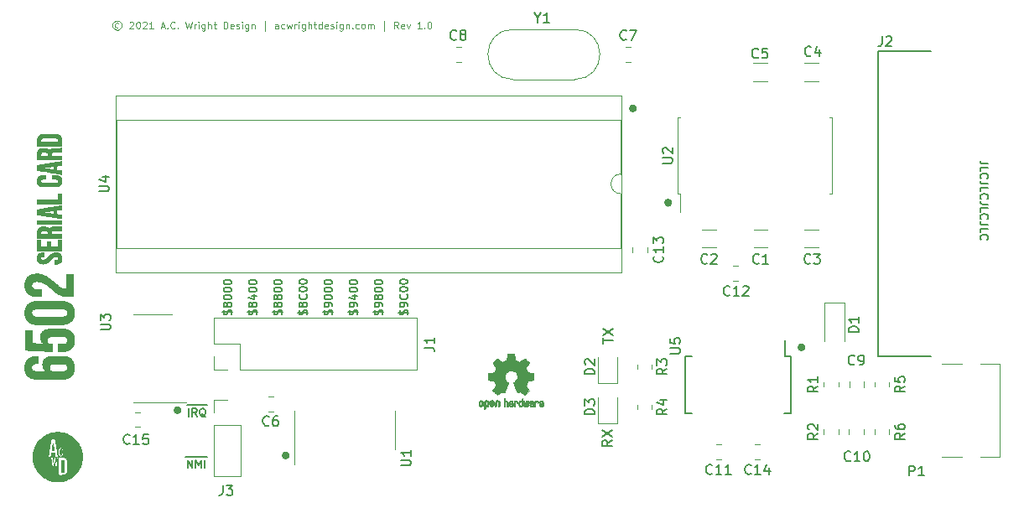
<source format=gbr>
G04 #@! TF.GenerationSoftware,KiCad,Pcbnew,(5.1.9-0-10_14)*
G04 #@! TF.CreationDate,2021-04-09T13:26:58-05:00*
G04 #@! TF.ProjectId,Serial Card,53657269-616c-4204-9361-72642e6b6963,rev?*
G04 #@! TF.SameCoordinates,Original*
G04 #@! TF.FileFunction,Legend,Top*
G04 #@! TF.FilePolarity,Positive*
%FSLAX46Y46*%
G04 Gerber Fmt 4.6, Leading zero omitted, Abs format (unit mm)*
G04 Created by KiCad (PCBNEW (5.1.9-0-10_14)) date 2021-04-09 13:26:58*
%MOMM*%
%LPD*%
G01*
G04 APERTURE LIST*
%ADD10C,0.150000*%
%ADD11C,0.400000*%
%ADD12C,0.100000*%
%ADD13C,0.120000*%
%ADD14C,0.010000*%
%ADD15C,0.203200*%
G04 APERTURE END LIST*
D10*
X116133166Y-121530000D02*
X116971261Y-121530000D01*
X116323642Y-122662904D02*
X116323642Y-121862904D01*
X116780785Y-122662904D01*
X116780785Y-121862904D01*
X116971261Y-121530000D02*
X117885547Y-121530000D01*
X117161738Y-122662904D02*
X117161738Y-121862904D01*
X117428404Y-122434333D01*
X117695071Y-121862904D01*
X117695071Y-122662904D01*
X117885547Y-121530000D02*
X118266500Y-121530000D01*
X118076023Y-122662904D02*
X118076023Y-121862904D01*
X116247452Y-116323000D02*
X116628404Y-116323000D01*
X116437928Y-117455904D02*
X116437928Y-116655904D01*
X116628404Y-116323000D02*
X117428404Y-116323000D01*
X117276023Y-117455904D02*
X117009357Y-117074952D01*
X116818880Y-117455904D02*
X116818880Y-116655904D01*
X117123642Y-116655904D01*
X117199833Y-116694000D01*
X117237928Y-116732095D01*
X117276023Y-116808285D01*
X117276023Y-116922571D01*
X117237928Y-116998761D01*
X117199833Y-117036857D01*
X117123642Y-117074952D01*
X116818880Y-117074952D01*
X117428404Y-116323000D02*
X118266500Y-116323000D01*
X118152214Y-117532095D02*
X118076023Y-117494000D01*
X117999833Y-117417809D01*
X117885547Y-117303523D01*
X117809357Y-117265428D01*
X117733166Y-117265428D01*
X117771261Y-117455904D02*
X117695071Y-117417809D01*
X117618880Y-117341619D01*
X117580785Y-117189238D01*
X117580785Y-116922571D01*
X117618880Y-116770190D01*
X117695071Y-116694000D01*
X117771261Y-116655904D01*
X117923642Y-116655904D01*
X117999833Y-116694000D01*
X118076023Y-116770190D01*
X118114119Y-116922571D01*
X118114119Y-117189238D01*
X118076023Y-117341619D01*
X117999833Y-117417809D01*
X117923642Y-117455904D01*
X117771261Y-117455904D01*
X138499809Y-107181428D02*
X138537904Y-107067142D01*
X138537904Y-106876666D01*
X138499809Y-106800476D01*
X138461714Y-106762380D01*
X138385523Y-106724285D01*
X138309333Y-106724285D01*
X138233142Y-106762380D01*
X138195047Y-106800476D01*
X138156952Y-106876666D01*
X138118857Y-107029047D01*
X138080761Y-107105238D01*
X138042666Y-107143333D01*
X137966476Y-107181428D01*
X137890285Y-107181428D01*
X137814095Y-107143333D01*
X137776000Y-107105238D01*
X137737904Y-107029047D01*
X137737904Y-106838571D01*
X137776000Y-106724285D01*
X137623619Y-106952857D02*
X138652190Y-106952857D01*
X138537904Y-106343333D02*
X138537904Y-106190952D01*
X138499809Y-106114761D01*
X138461714Y-106076666D01*
X138347428Y-106000476D01*
X138195047Y-105962380D01*
X137890285Y-105962380D01*
X137814095Y-106000476D01*
X137776000Y-106038571D01*
X137737904Y-106114761D01*
X137737904Y-106267142D01*
X137776000Y-106343333D01*
X137814095Y-106381428D01*
X137890285Y-106419523D01*
X138080761Y-106419523D01*
X138156952Y-106381428D01*
X138195047Y-106343333D01*
X138233142Y-106267142D01*
X138233142Y-106114761D01*
X138195047Y-106038571D01*
X138156952Y-106000476D01*
X138080761Y-105962380D01*
X138461714Y-105162380D02*
X138499809Y-105200476D01*
X138537904Y-105314761D01*
X138537904Y-105390952D01*
X138499809Y-105505238D01*
X138423619Y-105581428D01*
X138347428Y-105619523D01*
X138195047Y-105657619D01*
X138080761Y-105657619D01*
X137928380Y-105619523D01*
X137852190Y-105581428D01*
X137776000Y-105505238D01*
X137737904Y-105390952D01*
X137737904Y-105314761D01*
X137776000Y-105200476D01*
X137814095Y-105162380D01*
X137737904Y-104667142D02*
X137737904Y-104590952D01*
X137776000Y-104514761D01*
X137814095Y-104476666D01*
X137890285Y-104438571D01*
X138042666Y-104400476D01*
X138233142Y-104400476D01*
X138385523Y-104438571D01*
X138461714Y-104476666D01*
X138499809Y-104514761D01*
X138537904Y-104590952D01*
X138537904Y-104667142D01*
X138499809Y-104743333D01*
X138461714Y-104781428D01*
X138385523Y-104819523D01*
X138233142Y-104857619D01*
X138042666Y-104857619D01*
X137890285Y-104819523D01*
X137814095Y-104781428D01*
X137776000Y-104743333D01*
X137737904Y-104667142D01*
X137737904Y-103905238D02*
X137737904Y-103829047D01*
X137776000Y-103752857D01*
X137814095Y-103714761D01*
X137890285Y-103676666D01*
X138042666Y-103638571D01*
X138233142Y-103638571D01*
X138385523Y-103676666D01*
X138461714Y-103714761D01*
X138499809Y-103752857D01*
X138537904Y-103829047D01*
X138537904Y-103905238D01*
X138499809Y-103981428D01*
X138461714Y-104019523D01*
X138385523Y-104057619D01*
X138233142Y-104095714D01*
X138042666Y-104095714D01*
X137890285Y-104057619D01*
X137814095Y-104019523D01*
X137776000Y-103981428D01*
X137737904Y-103905238D01*
X135959809Y-107162380D02*
X135997904Y-107048095D01*
X135997904Y-106857619D01*
X135959809Y-106781428D01*
X135921714Y-106743333D01*
X135845523Y-106705238D01*
X135769333Y-106705238D01*
X135693142Y-106743333D01*
X135655047Y-106781428D01*
X135616952Y-106857619D01*
X135578857Y-107010000D01*
X135540761Y-107086190D01*
X135502666Y-107124285D01*
X135426476Y-107162380D01*
X135350285Y-107162380D01*
X135274095Y-107124285D01*
X135236000Y-107086190D01*
X135197904Y-107010000D01*
X135197904Y-106819523D01*
X135236000Y-106705238D01*
X135083619Y-106933809D02*
X136112190Y-106933809D01*
X135997904Y-106324285D02*
X135997904Y-106171904D01*
X135959809Y-106095714D01*
X135921714Y-106057619D01*
X135807428Y-105981428D01*
X135655047Y-105943333D01*
X135350285Y-105943333D01*
X135274095Y-105981428D01*
X135236000Y-106019523D01*
X135197904Y-106095714D01*
X135197904Y-106248095D01*
X135236000Y-106324285D01*
X135274095Y-106362380D01*
X135350285Y-106400476D01*
X135540761Y-106400476D01*
X135616952Y-106362380D01*
X135655047Y-106324285D01*
X135693142Y-106248095D01*
X135693142Y-106095714D01*
X135655047Y-106019523D01*
X135616952Y-105981428D01*
X135540761Y-105943333D01*
X135540761Y-105486190D02*
X135502666Y-105562380D01*
X135464571Y-105600476D01*
X135388380Y-105638571D01*
X135350285Y-105638571D01*
X135274095Y-105600476D01*
X135236000Y-105562380D01*
X135197904Y-105486190D01*
X135197904Y-105333809D01*
X135236000Y-105257619D01*
X135274095Y-105219523D01*
X135350285Y-105181428D01*
X135388380Y-105181428D01*
X135464571Y-105219523D01*
X135502666Y-105257619D01*
X135540761Y-105333809D01*
X135540761Y-105486190D01*
X135578857Y-105562380D01*
X135616952Y-105600476D01*
X135693142Y-105638571D01*
X135845523Y-105638571D01*
X135921714Y-105600476D01*
X135959809Y-105562380D01*
X135997904Y-105486190D01*
X135997904Y-105333809D01*
X135959809Y-105257619D01*
X135921714Y-105219523D01*
X135845523Y-105181428D01*
X135693142Y-105181428D01*
X135616952Y-105219523D01*
X135578857Y-105257619D01*
X135540761Y-105333809D01*
X135197904Y-104686190D02*
X135197904Y-104610000D01*
X135236000Y-104533809D01*
X135274095Y-104495714D01*
X135350285Y-104457619D01*
X135502666Y-104419523D01*
X135693142Y-104419523D01*
X135845523Y-104457619D01*
X135921714Y-104495714D01*
X135959809Y-104533809D01*
X135997904Y-104610000D01*
X135997904Y-104686190D01*
X135959809Y-104762380D01*
X135921714Y-104800476D01*
X135845523Y-104838571D01*
X135693142Y-104876666D01*
X135502666Y-104876666D01*
X135350285Y-104838571D01*
X135274095Y-104800476D01*
X135236000Y-104762380D01*
X135197904Y-104686190D01*
X135197904Y-103924285D02*
X135197904Y-103848095D01*
X135236000Y-103771904D01*
X135274095Y-103733809D01*
X135350285Y-103695714D01*
X135502666Y-103657619D01*
X135693142Y-103657619D01*
X135845523Y-103695714D01*
X135921714Y-103733809D01*
X135959809Y-103771904D01*
X135997904Y-103848095D01*
X135997904Y-103924285D01*
X135959809Y-104000476D01*
X135921714Y-104038571D01*
X135845523Y-104076666D01*
X135693142Y-104114761D01*
X135502666Y-104114761D01*
X135350285Y-104076666D01*
X135274095Y-104038571D01*
X135236000Y-104000476D01*
X135197904Y-103924285D01*
X133419809Y-107162380D02*
X133457904Y-107048095D01*
X133457904Y-106857619D01*
X133419809Y-106781428D01*
X133381714Y-106743333D01*
X133305523Y-106705238D01*
X133229333Y-106705238D01*
X133153142Y-106743333D01*
X133115047Y-106781428D01*
X133076952Y-106857619D01*
X133038857Y-107010000D01*
X133000761Y-107086190D01*
X132962666Y-107124285D01*
X132886476Y-107162380D01*
X132810285Y-107162380D01*
X132734095Y-107124285D01*
X132696000Y-107086190D01*
X132657904Y-107010000D01*
X132657904Y-106819523D01*
X132696000Y-106705238D01*
X132543619Y-106933809D02*
X133572190Y-106933809D01*
X133457904Y-106324285D02*
X133457904Y-106171904D01*
X133419809Y-106095714D01*
X133381714Y-106057619D01*
X133267428Y-105981428D01*
X133115047Y-105943333D01*
X132810285Y-105943333D01*
X132734095Y-105981428D01*
X132696000Y-106019523D01*
X132657904Y-106095714D01*
X132657904Y-106248095D01*
X132696000Y-106324285D01*
X132734095Y-106362380D01*
X132810285Y-106400476D01*
X133000761Y-106400476D01*
X133076952Y-106362380D01*
X133115047Y-106324285D01*
X133153142Y-106248095D01*
X133153142Y-106095714D01*
X133115047Y-106019523D01*
X133076952Y-105981428D01*
X133000761Y-105943333D01*
X132924571Y-105257619D02*
X133457904Y-105257619D01*
X132619809Y-105448095D02*
X133191238Y-105638571D01*
X133191238Y-105143333D01*
X132657904Y-104686190D02*
X132657904Y-104610000D01*
X132696000Y-104533809D01*
X132734095Y-104495714D01*
X132810285Y-104457619D01*
X132962666Y-104419523D01*
X133153142Y-104419523D01*
X133305523Y-104457619D01*
X133381714Y-104495714D01*
X133419809Y-104533809D01*
X133457904Y-104610000D01*
X133457904Y-104686190D01*
X133419809Y-104762380D01*
X133381714Y-104800476D01*
X133305523Y-104838571D01*
X133153142Y-104876666D01*
X132962666Y-104876666D01*
X132810285Y-104838571D01*
X132734095Y-104800476D01*
X132696000Y-104762380D01*
X132657904Y-104686190D01*
X132657904Y-103924285D02*
X132657904Y-103848095D01*
X132696000Y-103771904D01*
X132734095Y-103733809D01*
X132810285Y-103695714D01*
X132962666Y-103657619D01*
X133153142Y-103657619D01*
X133305523Y-103695714D01*
X133381714Y-103733809D01*
X133419809Y-103771904D01*
X133457904Y-103848095D01*
X133457904Y-103924285D01*
X133419809Y-104000476D01*
X133381714Y-104038571D01*
X133305523Y-104076666D01*
X133153142Y-104114761D01*
X132962666Y-104114761D01*
X132810285Y-104076666D01*
X132734095Y-104038571D01*
X132696000Y-104000476D01*
X132657904Y-103924285D01*
X130879809Y-107162380D02*
X130917904Y-107048095D01*
X130917904Y-106857619D01*
X130879809Y-106781428D01*
X130841714Y-106743333D01*
X130765523Y-106705238D01*
X130689333Y-106705238D01*
X130613142Y-106743333D01*
X130575047Y-106781428D01*
X130536952Y-106857619D01*
X130498857Y-107010000D01*
X130460761Y-107086190D01*
X130422666Y-107124285D01*
X130346476Y-107162380D01*
X130270285Y-107162380D01*
X130194095Y-107124285D01*
X130156000Y-107086190D01*
X130117904Y-107010000D01*
X130117904Y-106819523D01*
X130156000Y-106705238D01*
X130003619Y-106933809D02*
X131032190Y-106933809D01*
X130917904Y-106324285D02*
X130917904Y-106171904D01*
X130879809Y-106095714D01*
X130841714Y-106057619D01*
X130727428Y-105981428D01*
X130575047Y-105943333D01*
X130270285Y-105943333D01*
X130194095Y-105981428D01*
X130156000Y-106019523D01*
X130117904Y-106095714D01*
X130117904Y-106248095D01*
X130156000Y-106324285D01*
X130194095Y-106362380D01*
X130270285Y-106400476D01*
X130460761Y-106400476D01*
X130536952Y-106362380D01*
X130575047Y-106324285D01*
X130613142Y-106248095D01*
X130613142Y-106095714D01*
X130575047Y-106019523D01*
X130536952Y-105981428D01*
X130460761Y-105943333D01*
X130117904Y-105448095D02*
X130117904Y-105371904D01*
X130156000Y-105295714D01*
X130194095Y-105257619D01*
X130270285Y-105219523D01*
X130422666Y-105181428D01*
X130613142Y-105181428D01*
X130765523Y-105219523D01*
X130841714Y-105257619D01*
X130879809Y-105295714D01*
X130917904Y-105371904D01*
X130917904Y-105448095D01*
X130879809Y-105524285D01*
X130841714Y-105562380D01*
X130765523Y-105600476D01*
X130613142Y-105638571D01*
X130422666Y-105638571D01*
X130270285Y-105600476D01*
X130194095Y-105562380D01*
X130156000Y-105524285D01*
X130117904Y-105448095D01*
X130117904Y-104686190D02*
X130117904Y-104610000D01*
X130156000Y-104533809D01*
X130194095Y-104495714D01*
X130270285Y-104457619D01*
X130422666Y-104419523D01*
X130613142Y-104419523D01*
X130765523Y-104457619D01*
X130841714Y-104495714D01*
X130879809Y-104533809D01*
X130917904Y-104610000D01*
X130917904Y-104686190D01*
X130879809Y-104762380D01*
X130841714Y-104800476D01*
X130765523Y-104838571D01*
X130613142Y-104876666D01*
X130422666Y-104876666D01*
X130270285Y-104838571D01*
X130194095Y-104800476D01*
X130156000Y-104762380D01*
X130117904Y-104686190D01*
X130117904Y-103924285D02*
X130117904Y-103848095D01*
X130156000Y-103771904D01*
X130194095Y-103733809D01*
X130270285Y-103695714D01*
X130422666Y-103657619D01*
X130613142Y-103657619D01*
X130765523Y-103695714D01*
X130841714Y-103733809D01*
X130879809Y-103771904D01*
X130917904Y-103848095D01*
X130917904Y-103924285D01*
X130879809Y-104000476D01*
X130841714Y-104038571D01*
X130765523Y-104076666D01*
X130613142Y-104114761D01*
X130422666Y-104114761D01*
X130270285Y-104076666D01*
X130194095Y-104038571D01*
X130156000Y-104000476D01*
X130117904Y-103924285D01*
X128339809Y-107181428D02*
X128377904Y-107067142D01*
X128377904Y-106876666D01*
X128339809Y-106800476D01*
X128301714Y-106762380D01*
X128225523Y-106724285D01*
X128149333Y-106724285D01*
X128073142Y-106762380D01*
X128035047Y-106800476D01*
X127996952Y-106876666D01*
X127958857Y-107029047D01*
X127920761Y-107105238D01*
X127882666Y-107143333D01*
X127806476Y-107181428D01*
X127730285Y-107181428D01*
X127654095Y-107143333D01*
X127616000Y-107105238D01*
X127577904Y-107029047D01*
X127577904Y-106838571D01*
X127616000Y-106724285D01*
X127463619Y-106952857D02*
X128492190Y-106952857D01*
X127920761Y-106267142D02*
X127882666Y-106343333D01*
X127844571Y-106381428D01*
X127768380Y-106419523D01*
X127730285Y-106419523D01*
X127654095Y-106381428D01*
X127616000Y-106343333D01*
X127577904Y-106267142D01*
X127577904Y-106114761D01*
X127616000Y-106038571D01*
X127654095Y-106000476D01*
X127730285Y-105962380D01*
X127768380Y-105962380D01*
X127844571Y-106000476D01*
X127882666Y-106038571D01*
X127920761Y-106114761D01*
X127920761Y-106267142D01*
X127958857Y-106343333D01*
X127996952Y-106381428D01*
X128073142Y-106419523D01*
X128225523Y-106419523D01*
X128301714Y-106381428D01*
X128339809Y-106343333D01*
X128377904Y-106267142D01*
X128377904Y-106114761D01*
X128339809Y-106038571D01*
X128301714Y-106000476D01*
X128225523Y-105962380D01*
X128073142Y-105962380D01*
X127996952Y-106000476D01*
X127958857Y-106038571D01*
X127920761Y-106114761D01*
X128301714Y-105162380D02*
X128339809Y-105200476D01*
X128377904Y-105314761D01*
X128377904Y-105390952D01*
X128339809Y-105505238D01*
X128263619Y-105581428D01*
X128187428Y-105619523D01*
X128035047Y-105657619D01*
X127920761Y-105657619D01*
X127768380Y-105619523D01*
X127692190Y-105581428D01*
X127616000Y-105505238D01*
X127577904Y-105390952D01*
X127577904Y-105314761D01*
X127616000Y-105200476D01*
X127654095Y-105162380D01*
X127577904Y-104667142D02*
X127577904Y-104590952D01*
X127616000Y-104514761D01*
X127654095Y-104476666D01*
X127730285Y-104438571D01*
X127882666Y-104400476D01*
X128073142Y-104400476D01*
X128225523Y-104438571D01*
X128301714Y-104476666D01*
X128339809Y-104514761D01*
X128377904Y-104590952D01*
X128377904Y-104667142D01*
X128339809Y-104743333D01*
X128301714Y-104781428D01*
X128225523Y-104819523D01*
X128073142Y-104857619D01*
X127882666Y-104857619D01*
X127730285Y-104819523D01*
X127654095Y-104781428D01*
X127616000Y-104743333D01*
X127577904Y-104667142D01*
X127577904Y-103905238D02*
X127577904Y-103829047D01*
X127616000Y-103752857D01*
X127654095Y-103714761D01*
X127730285Y-103676666D01*
X127882666Y-103638571D01*
X128073142Y-103638571D01*
X128225523Y-103676666D01*
X128301714Y-103714761D01*
X128339809Y-103752857D01*
X128377904Y-103829047D01*
X128377904Y-103905238D01*
X128339809Y-103981428D01*
X128301714Y-104019523D01*
X128225523Y-104057619D01*
X128073142Y-104095714D01*
X127882666Y-104095714D01*
X127730285Y-104057619D01*
X127654095Y-104019523D01*
X127616000Y-103981428D01*
X127577904Y-103905238D01*
X125799809Y-107162380D02*
X125837904Y-107048095D01*
X125837904Y-106857619D01*
X125799809Y-106781428D01*
X125761714Y-106743333D01*
X125685523Y-106705238D01*
X125609333Y-106705238D01*
X125533142Y-106743333D01*
X125495047Y-106781428D01*
X125456952Y-106857619D01*
X125418857Y-107010000D01*
X125380761Y-107086190D01*
X125342666Y-107124285D01*
X125266476Y-107162380D01*
X125190285Y-107162380D01*
X125114095Y-107124285D01*
X125076000Y-107086190D01*
X125037904Y-107010000D01*
X125037904Y-106819523D01*
X125076000Y-106705238D01*
X124923619Y-106933809D02*
X125952190Y-106933809D01*
X125380761Y-106248095D02*
X125342666Y-106324285D01*
X125304571Y-106362380D01*
X125228380Y-106400476D01*
X125190285Y-106400476D01*
X125114095Y-106362380D01*
X125076000Y-106324285D01*
X125037904Y-106248095D01*
X125037904Y-106095714D01*
X125076000Y-106019523D01*
X125114095Y-105981428D01*
X125190285Y-105943333D01*
X125228380Y-105943333D01*
X125304571Y-105981428D01*
X125342666Y-106019523D01*
X125380761Y-106095714D01*
X125380761Y-106248095D01*
X125418857Y-106324285D01*
X125456952Y-106362380D01*
X125533142Y-106400476D01*
X125685523Y-106400476D01*
X125761714Y-106362380D01*
X125799809Y-106324285D01*
X125837904Y-106248095D01*
X125837904Y-106095714D01*
X125799809Y-106019523D01*
X125761714Y-105981428D01*
X125685523Y-105943333D01*
X125533142Y-105943333D01*
X125456952Y-105981428D01*
X125418857Y-106019523D01*
X125380761Y-106095714D01*
X125380761Y-105486190D02*
X125342666Y-105562380D01*
X125304571Y-105600476D01*
X125228380Y-105638571D01*
X125190285Y-105638571D01*
X125114095Y-105600476D01*
X125076000Y-105562380D01*
X125037904Y-105486190D01*
X125037904Y-105333809D01*
X125076000Y-105257619D01*
X125114095Y-105219523D01*
X125190285Y-105181428D01*
X125228380Y-105181428D01*
X125304571Y-105219523D01*
X125342666Y-105257619D01*
X125380761Y-105333809D01*
X125380761Y-105486190D01*
X125418857Y-105562380D01*
X125456952Y-105600476D01*
X125533142Y-105638571D01*
X125685523Y-105638571D01*
X125761714Y-105600476D01*
X125799809Y-105562380D01*
X125837904Y-105486190D01*
X125837904Y-105333809D01*
X125799809Y-105257619D01*
X125761714Y-105219523D01*
X125685523Y-105181428D01*
X125533142Y-105181428D01*
X125456952Y-105219523D01*
X125418857Y-105257619D01*
X125380761Y-105333809D01*
X125037904Y-104686190D02*
X125037904Y-104610000D01*
X125076000Y-104533809D01*
X125114095Y-104495714D01*
X125190285Y-104457619D01*
X125342666Y-104419523D01*
X125533142Y-104419523D01*
X125685523Y-104457619D01*
X125761714Y-104495714D01*
X125799809Y-104533809D01*
X125837904Y-104610000D01*
X125837904Y-104686190D01*
X125799809Y-104762380D01*
X125761714Y-104800476D01*
X125685523Y-104838571D01*
X125533142Y-104876666D01*
X125342666Y-104876666D01*
X125190285Y-104838571D01*
X125114095Y-104800476D01*
X125076000Y-104762380D01*
X125037904Y-104686190D01*
X125037904Y-103924285D02*
X125037904Y-103848095D01*
X125076000Y-103771904D01*
X125114095Y-103733809D01*
X125190285Y-103695714D01*
X125342666Y-103657619D01*
X125533142Y-103657619D01*
X125685523Y-103695714D01*
X125761714Y-103733809D01*
X125799809Y-103771904D01*
X125837904Y-103848095D01*
X125837904Y-103924285D01*
X125799809Y-104000476D01*
X125761714Y-104038571D01*
X125685523Y-104076666D01*
X125533142Y-104114761D01*
X125342666Y-104114761D01*
X125190285Y-104076666D01*
X125114095Y-104038571D01*
X125076000Y-104000476D01*
X125037904Y-103924285D01*
X123259809Y-107162380D02*
X123297904Y-107048095D01*
X123297904Y-106857619D01*
X123259809Y-106781428D01*
X123221714Y-106743333D01*
X123145523Y-106705238D01*
X123069333Y-106705238D01*
X122993142Y-106743333D01*
X122955047Y-106781428D01*
X122916952Y-106857619D01*
X122878857Y-107010000D01*
X122840761Y-107086190D01*
X122802666Y-107124285D01*
X122726476Y-107162380D01*
X122650285Y-107162380D01*
X122574095Y-107124285D01*
X122536000Y-107086190D01*
X122497904Y-107010000D01*
X122497904Y-106819523D01*
X122536000Y-106705238D01*
X122383619Y-106933809D02*
X123412190Y-106933809D01*
X122840761Y-106248095D02*
X122802666Y-106324285D01*
X122764571Y-106362380D01*
X122688380Y-106400476D01*
X122650285Y-106400476D01*
X122574095Y-106362380D01*
X122536000Y-106324285D01*
X122497904Y-106248095D01*
X122497904Y-106095714D01*
X122536000Y-106019523D01*
X122574095Y-105981428D01*
X122650285Y-105943333D01*
X122688380Y-105943333D01*
X122764571Y-105981428D01*
X122802666Y-106019523D01*
X122840761Y-106095714D01*
X122840761Y-106248095D01*
X122878857Y-106324285D01*
X122916952Y-106362380D01*
X122993142Y-106400476D01*
X123145523Y-106400476D01*
X123221714Y-106362380D01*
X123259809Y-106324285D01*
X123297904Y-106248095D01*
X123297904Y-106095714D01*
X123259809Y-106019523D01*
X123221714Y-105981428D01*
X123145523Y-105943333D01*
X122993142Y-105943333D01*
X122916952Y-105981428D01*
X122878857Y-106019523D01*
X122840761Y-106095714D01*
X122764571Y-105257619D02*
X123297904Y-105257619D01*
X122459809Y-105448095D02*
X123031238Y-105638571D01*
X123031238Y-105143333D01*
X122497904Y-104686190D02*
X122497904Y-104610000D01*
X122536000Y-104533809D01*
X122574095Y-104495714D01*
X122650285Y-104457619D01*
X122802666Y-104419523D01*
X122993142Y-104419523D01*
X123145523Y-104457619D01*
X123221714Y-104495714D01*
X123259809Y-104533809D01*
X123297904Y-104610000D01*
X123297904Y-104686190D01*
X123259809Y-104762380D01*
X123221714Y-104800476D01*
X123145523Y-104838571D01*
X122993142Y-104876666D01*
X122802666Y-104876666D01*
X122650285Y-104838571D01*
X122574095Y-104800476D01*
X122536000Y-104762380D01*
X122497904Y-104686190D01*
X122497904Y-103924285D02*
X122497904Y-103848095D01*
X122536000Y-103771904D01*
X122574095Y-103733809D01*
X122650285Y-103695714D01*
X122802666Y-103657619D01*
X122993142Y-103657619D01*
X123145523Y-103695714D01*
X123221714Y-103733809D01*
X123259809Y-103771904D01*
X123297904Y-103848095D01*
X123297904Y-103924285D01*
X123259809Y-104000476D01*
X123221714Y-104038571D01*
X123145523Y-104076666D01*
X122993142Y-104114761D01*
X122802666Y-104114761D01*
X122650285Y-104076666D01*
X122574095Y-104038571D01*
X122536000Y-104000476D01*
X122497904Y-103924285D01*
X120719809Y-107162380D02*
X120757904Y-107048095D01*
X120757904Y-106857619D01*
X120719809Y-106781428D01*
X120681714Y-106743333D01*
X120605523Y-106705238D01*
X120529333Y-106705238D01*
X120453142Y-106743333D01*
X120415047Y-106781428D01*
X120376952Y-106857619D01*
X120338857Y-107010000D01*
X120300761Y-107086190D01*
X120262666Y-107124285D01*
X120186476Y-107162380D01*
X120110285Y-107162380D01*
X120034095Y-107124285D01*
X119996000Y-107086190D01*
X119957904Y-107010000D01*
X119957904Y-106819523D01*
X119996000Y-106705238D01*
X119843619Y-106933809D02*
X120872190Y-106933809D01*
X120300761Y-106248095D02*
X120262666Y-106324285D01*
X120224571Y-106362380D01*
X120148380Y-106400476D01*
X120110285Y-106400476D01*
X120034095Y-106362380D01*
X119996000Y-106324285D01*
X119957904Y-106248095D01*
X119957904Y-106095714D01*
X119996000Y-106019523D01*
X120034095Y-105981428D01*
X120110285Y-105943333D01*
X120148380Y-105943333D01*
X120224571Y-105981428D01*
X120262666Y-106019523D01*
X120300761Y-106095714D01*
X120300761Y-106248095D01*
X120338857Y-106324285D01*
X120376952Y-106362380D01*
X120453142Y-106400476D01*
X120605523Y-106400476D01*
X120681714Y-106362380D01*
X120719809Y-106324285D01*
X120757904Y-106248095D01*
X120757904Y-106095714D01*
X120719809Y-106019523D01*
X120681714Y-105981428D01*
X120605523Y-105943333D01*
X120453142Y-105943333D01*
X120376952Y-105981428D01*
X120338857Y-106019523D01*
X120300761Y-106095714D01*
X119957904Y-105448095D02*
X119957904Y-105371904D01*
X119996000Y-105295714D01*
X120034095Y-105257619D01*
X120110285Y-105219523D01*
X120262666Y-105181428D01*
X120453142Y-105181428D01*
X120605523Y-105219523D01*
X120681714Y-105257619D01*
X120719809Y-105295714D01*
X120757904Y-105371904D01*
X120757904Y-105448095D01*
X120719809Y-105524285D01*
X120681714Y-105562380D01*
X120605523Y-105600476D01*
X120453142Y-105638571D01*
X120262666Y-105638571D01*
X120110285Y-105600476D01*
X120034095Y-105562380D01*
X119996000Y-105524285D01*
X119957904Y-105448095D01*
X119957904Y-104686190D02*
X119957904Y-104610000D01*
X119996000Y-104533809D01*
X120034095Y-104495714D01*
X120110285Y-104457619D01*
X120262666Y-104419523D01*
X120453142Y-104419523D01*
X120605523Y-104457619D01*
X120681714Y-104495714D01*
X120719809Y-104533809D01*
X120757904Y-104610000D01*
X120757904Y-104686190D01*
X120719809Y-104762380D01*
X120681714Y-104800476D01*
X120605523Y-104838571D01*
X120453142Y-104876666D01*
X120262666Y-104876666D01*
X120110285Y-104838571D01*
X120034095Y-104800476D01*
X119996000Y-104762380D01*
X119957904Y-104686190D01*
X119957904Y-103924285D02*
X119957904Y-103848095D01*
X119996000Y-103771904D01*
X120034095Y-103733809D01*
X120110285Y-103695714D01*
X120262666Y-103657619D01*
X120453142Y-103657619D01*
X120605523Y-103695714D01*
X120681714Y-103733809D01*
X120719809Y-103771904D01*
X120757904Y-103848095D01*
X120757904Y-103924285D01*
X120719809Y-104000476D01*
X120681714Y-104038571D01*
X120605523Y-104076666D01*
X120453142Y-104114761D01*
X120262666Y-104114761D01*
X120110285Y-104076666D01*
X120034095Y-104038571D01*
X119996000Y-104000476D01*
X119957904Y-103924285D01*
D11*
X161490000Y-86360000D02*
G75*
G03*
X161490000Y-86360000I-200000J0D01*
G01*
X165046000Y-95885000D02*
G75*
G03*
X165046000Y-95885000I-200000J0D01*
G01*
X178508000Y-110490000D02*
G75*
G03*
X178508000Y-110490000I-200000J0D01*
G01*
X115516000Y-116840000D02*
G75*
G03*
X115516000Y-116840000I-200000J0D01*
G01*
X126438000Y-121412000D02*
G75*
G03*
X126438000Y-121412000I-200000J0D01*
G01*
D10*
X159202380Y-119864166D02*
X158726190Y-120197500D01*
X159202380Y-120435595D02*
X158202380Y-120435595D01*
X158202380Y-120054642D01*
X158250000Y-119959404D01*
X158297619Y-119911785D01*
X158392857Y-119864166D01*
X158535714Y-119864166D01*
X158630952Y-119911785D01*
X158678571Y-119959404D01*
X158726190Y-120054642D01*
X158726190Y-120435595D01*
X158202380Y-119530833D02*
X159202380Y-118864166D01*
X158202380Y-118864166D02*
X159202380Y-119530833D01*
X158265880Y-110108904D02*
X158265880Y-109537476D01*
X159265880Y-109823190D02*
X158265880Y-109823190D01*
X158265880Y-109299380D02*
X159265880Y-108632714D01*
X158265880Y-108632714D02*
X159265880Y-109299380D01*
D12*
X109341000Y-77761333D02*
X109274333Y-77728000D01*
X109141000Y-77728000D01*
X109074333Y-77761333D01*
X109007666Y-77828000D01*
X108974333Y-77894666D01*
X108974333Y-78028000D01*
X109007666Y-78094666D01*
X109074333Y-78161333D01*
X109141000Y-78194666D01*
X109274333Y-78194666D01*
X109341000Y-78161333D01*
X109207666Y-77494666D02*
X109041000Y-77528000D01*
X108874333Y-77628000D01*
X108774333Y-77794666D01*
X108741000Y-77961333D01*
X108774333Y-78128000D01*
X108874333Y-78294666D01*
X109041000Y-78394666D01*
X109207666Y-78428000D01*
X109374333Y-78394666D01*
X109541000Y-78294666D01*
X109641000Y-78128000D01*
X109674333Y-77961333D01*
X109641000Y-77794666D01*
X109541000Y-77628000D01*
X109374333Y-77528000D01*
X109207666Y-77494666D01*
X110474333Y-77661333D02*
X110507666Y-77628000D01*
X110574333Y-77594666D01*
X110741000Y-77594666D01*
X110807666Y-77628000D01*
X110841000Y-77661333D01*
X110874333Y-77728000D01*
X110874333Y-77794666D01*
X110841000Y-77894666D01*
X110441000Y-78294666D01*
X110874333Y-78294666D01*
X111307666Y-77594666D02*
X111374333Y-77594666D01*
X111441000Y-77628000D01*
X111474333Y-77661333D01*
X111507666Y-77728000D01*
X111541000Y-77861333D01*
X111541000Y-78028000D01*
X111507666Y-78161333D01*
X111474333Y-78228000D01*
X111441000Y-78261333D01*
X111374333Y-78294666D01*
X111307666Y-78294666D01*
X111241000Y-78261333D01*
X111207666Y-78228000D01*
X111174333Y-78161333D01*
X111141000Y-78028000D01*
X111141000Y-77861333D01*
X111174333Y-77728000D01*
X111207666Y-77661333D01*
X111241000Y-77628000D01*
X111307666Y-77594666D01*
X111807666Y-77661333D02*
X111841000Y-77628000D01*
X111907666Y-77594666D01*
X112074333Y-77594666D01*
X112141000Y-77628000D01*
X112174333Y-77661333D01*
X112207666Y-77728000D01*
X112207666Y-77794666D01*
X112174333Y-77894666D01*
X111774333Y-78294666D01*
X112207666Y-78294666D01*
X112874333Y-78294666D02*
X112474333Y-78294666D01*
X112674333Y-78294666D02*
X112674333Y-77594666D01*
X112607666Y-77694666D01*
X112541000Y-77761333D01*
X112474333Y-77794666D01*
X113674333Y-78094666D02*
X114007666Y-78094666D01*
X113607666Y-78294666D02*
X113841000Y-77594666D01*
X114074333Y-78294666D01*
X114307666Y-78228000D02*
X114341000Y-78261333D01*
X114307666Y-78294666D01*
X114274333Y-78261333D01*
X114307666Y-78228000D01*
X114307666Y-78294666D01*
X115041000Y-78228000D02*
X115007666Y-78261333D01*
X114907666Y-78294666D01*
X114841000Y-78294666D01*
X114741000Y-78261333D01*
X114674333Y-78194666D01*
X114641000Y-78128000D01*
X114607666Y-77994666D01*
X114607666Y-77894666D01*
X114641000Y-77761333D01*
X114674333Y-77694666D01*
X114741000Y-77628000D01*
X114841000Y-77594666D01*
X114907666Y-77594666D01*
X115007666Y-77628000D01*
X115041000Y-77661333D01*
X115341000Y-78228000D02*
X115374333Y-78261333D01*
X115341000Y-78294666D01*
X115307666Y-78261333D01*
X115341000Y-78228000D01*
X115341000Y-78294666D01*
X116141000Y-77594666D02*
X116307666Y-78294666D01*
X116441000Y-77794666D01*
X116574333Y-78294666D01*
X116741000Y-77594666D01*
X117007666Y-78294666D02*
X117007666Y-77828000D01*
X117007666Y-77961333D02*
X117041000Y-77894666D01*
X117074333Y-77861333D01*
X117141000Y-77828000D01*
X117207666Y-77828000D01*
X117441000Y-78294666D02*
X117441000Y-77828000D01*
X117441000Y-77594666D02*
X117407666Y-77628000D01*
X117441000Y-77661333D01*
X117474333Y-77628000D01*
X117441000Y-77594666D01*
X117441000Y-77661333D01*
X118074333Y-77828000D02*
X118074333Y-78394666D01*
X118041000Y-78461333D01*
X118007666Y-78494666D01*
X117941000Y-78528000D01*
X117841000Y-78528000D01*
X117774333Y-78494666D01*
X118074333Y-78261333D02*
X118007666Y-78294666D01*
X117874333Y-78294666D01*
X117807666Y-78261333D01*
X117774333Y-78228000D01*
X117741000Y-78161333D01*
X117741000Y-77961333D01*
X117774333Y-77894666D01*
X117807666Y-77861333D01*
X117874333Y-77828000D01*
X118007666Y-77828000D01*
X118074333Y-77861333D01*
X118407666Y-78294666D02*
X118407666Y-77594666D01*
X118707666Y-78294666D02*
X118707666Y-77928000D01*
X118674333Y-77861333D01*
X118607666Y-77828000D01*
X118507666Y-77828000D01*
X118441000Y-77861333D01*
X118407666Y-77894666D01*
X118941000Y-77828000D02*
X119207666Y-77828000D01*
X119041000Y-77594666D02*
X119041000Y-78194666D01*
X119074333Y-78261333D01*
X119141000Y-78294666D01*
X119207666Y-78294666D01*
X119974333Y-78294666D02*
X119974333Y-77594666D01*
X120141000Y-77594666D01*
X120241000Y-77628000D01*
X120307666Y-77694666D01*
X120341000Y-77761333D01*
X120374333Y-77894666D01*
X120374333Y-77994666D01*
X120341000Y-78128000D01*
X120307666Y-78194666D01*
X120241000Y-78261333D01*
X120141000Y-78294666D01*
X119974333Y-78294666D01*
X120941000Y-78261333D02*
X120874333Y-78294666D01*
X120741000Y-78294666D01*
X120674333Y-78261333D01*
X120641000Y-78194666D01*
X120641000Y-77928000D01*
X120674333Y-77861333D01*
X120741000Y-77828000D01*
X120874333Y-77828000D01*
X120941000Y-77861333D01*
X120974333Y-77928000D01*
X120974333Y-77994666D01*
X120641000Y-78061333D01*
X121241000Y-78261333D02*
X121307666Y-78294666D01*
X121441000Y-78294666D01*
X121507666Y-78261333D01*
X121541000Y-78194666D01*
X121541000Y-78161333D01*
X121507666Y-78094666D01*
X121441000Y-78061333D01*
X121341000Y-78061333D01*
X121274333Y-78028000D01*
X121241000Y-77961333D01*
X121241000Y-77928000D01*
X121274333Y-77861333D01*
X121341000Y-77828000D01*
X121441000Y-77828000D01*
X121507666Y-77861333D01*
X121841000Y-78294666D02*
X121841000Y-77828000D01*
X121841000Y-77594666D02*
X121807666Y-77628000D01*
X121841000Y-77661333D01*
X121874333Y-77628000D01*
X121841000Y-77594666D01*
X121841000Y-77661333D01*
X122474333Y-77828000D02*
X122474333Y-78394666D01*
X122441000Y-78461333D01*
X122407666Y-78494666D01*
X122341000Y-78528000D01*
X122241000Y-78528000D01*
X122174333Y-78494666D01*
X122474333Y-78261333D02*
X122407666Y-78294666D01*
X122274333Y-78294666D01*
X122207666Y-78261333D01*
X122174333Y-78228000D01*
X122141000Y-78161333D01*
X122141000Y-77961333D01*
X122174333Y-77894666D01*
X122207666Y-77861333D01*
X122274333Y-77828000D01*
X122407666Y-77828000D01*
X122474333Y-77861333D01*
X122807666Y-77828000D02*
X122807666Y-78294666D01*
X122807666Y-77894666D02*
X122841000Y-77861333D01*
X122907666Y-77828000D01*
X123007666Y-77828000D01*
X123074333Y-77861333D01*
X123107666Y-77928000D01*
X123107666Y-78294666D01*
X124141000Y-78528000D02*
X124141000Y-77528000D01*
X125474333Y-78294666D02*
X125474333Y-77928000D01*
X125441000Y-77861333D01*
X125374333Y-77828000D01*
X125241000Y-77828000D01*
X125174333Y-77861333D01*
X125474333Y-78261333D02*
X125407666Y-78294666D01*
X125241000Y-78294666D01*
X125174333Y-78261333D01*
X125141000Y-78194666D01*
X125141000Y-78128000D01*
X125174333Y-78061333D01*
X125241000Y-78028000D01*
X125407666Y-78028000D01*
X125474333Y-77994666D01*
X126107666Y-78261333D02*
X126041000Y-78294666D01*
X125907666Y-78294666D01*
X125841000Y-78261333D01*
X125807666Y-78228000D01*
X125774333Y-78161333D01*
X125774333Y-77961333D01*
X125807666Y-77894666D01*
X125841000Y-77861333D01*
X125907666Y-77828000D01*
X126041000Y-77828000D01*
X126107666Y-77861333D01*
X126341000Y-77828000D02*
X126474333Y-78294666D01*
X126607666Y-77961333D01*
X126741000Y-78294666D01*
X126874333Y-77828000D01*
X127141000Y-78294666D02*
X127141000Y-77828000D01*
X127141000Y-77961333D02*
X127174333Y-77894666D01*
X127207666Y-77861333D01*
X127274333Y-77828000D01*
X127341000Y-77828000D01*
X127574333Y-78294666D02*
X127574333Y-77828000D01*
X127574333Y-77594666D02*
X127541000Y-77628000D01*
X127574333Y-77661333D01*
X127607666Y-77628000D01*
X127574333Y-77594666D01*
X127574333Y-77661333D01*
X128207666Y-77828000D02*
X128207666Y-78394666D01*
X128174333Y-78461333D01*
X128141000Y-78494666D01*
X128074333Y-78528000D01*
X127974333Y-78528000D01*
X127907666Y-78494666D01*
X128207666Y-78261333D02*
X128141000Y-78294666D01*
X128007666Y-78294666D01*
X127941000Y-78261333D01*
X127907666Y-78228000D01*
X127874333Y-78161333D01*
X127874333Y-77961333D01*
X127907666Y-77894666D01*
X127941000Y-77861333D01*
X128007666Y-77828000D01*
X128141000Y-77828000D01*
X128207666Y-77861333D01*
X128541000Y-78294666D02*
X128541000Y-77594666D01*
X128841000Y-78294666D02*
X128841000Y-77928000D01*
X128807666Y-77861333D01*
X128741000Y-77828000D01*
X128641000Y-77828000D01*
X128574333Y-77861333D01*
X128541000Y-77894666D01*
X129074333Y-77828000D02*
X129341000Y-77828000D01*
X129174333Y-77594666D02*
X129174333Y-78194666D01*
X129207666Y-78261333D01*
X129274333Y-78294666D01*
X129341000Y-78294666D01*
X129874333Y-78294666D02*
X129874333Y-77594666D01*
X129874333Y-78261333D02*
X129807666Y-78294666D01*
X129674333Y-78294666D01*
X129607666Y-78261333D01*
X129574333Y-78228000D01*
X129541000Y-78161333D01*
X129541000Y-77961333D01*
X129574333Y-77894666D01*
X129607666Y-77861333D01*
X129674333Y-77828000D01*
X129807666Y-77828000D01*
X129874333Y-77861333D01*
X130474333Y-78261333D02*
X130407666Y-78294666D01*
X130274333Y-78294666D01*
X130207666Y-78261333D01*
X130174333Y-78194666D01*
X130174333Y-77928000D01*
X130207666Y-77861333D01*
X130274333Y-77828000D01*
X130407666Y-77828000D01*
X130474333Y-77861333D01*
X130507666Y-77928000D01*
X130507666Y-77994666D01*
X130174333Y-78061333D01*
X130774333Y-78261333D02*
X130841000Y-78294666D01*
X130974333Y-78294666D01*
X131041000Y-78261333D01*
X131074333Y-78194666D01*
X131074333Y-78161333D01*
X131041000Y-78094666D01*
X130974333Y-78061333D01*
X130874333Y-78061333D01*
X130807666Y-78028000D01*
X130774333Y-77961333D01*
X130774333Y-77928000D01*
X130807666Y-77861333D01*
X130874333Y-77828000D01*
X130974333Y-77828000D01*
X131041000Y-77861333D01*
X131374333Y-78294666D02*
X131374333Y-77828000D01*
X131374333Y-77594666D02*
X131341000Y-77628000D01*
X131374333Y-77661333D01*
X131407666Y-77628000D01*
X131374333Y-77594666D01*
X131374333Y-77661333D01*
X132007666Y-77828000D02*
X132007666Y-78394666D01*
X131974333Y-78461333D01*
X131941000Y-78494666D01*
X131874333Y-78528000D01*
X131774333Y-78528000D01*
X131707666Y-78494666D01*
X132007666Y-78261333D02*
X131941000Y-78294666D01*
X131807666Y-78294666D01*
X131741000Y-78261333D01*
X131707666Y-78228000D01*
X131674333Y-78161333D01*
X131674333Y-77961333D01*
X131707666Y-77894666D01*
X131741000Y-77861333D01*
X131807666Y-77828000D01*
X131941000Y-77828000D01*
X132007666Y-77861333D01*
X132341000Y-77828000D02*
X132341000Y-78294666D01*
X132341000Y-77894666D02*
X132374333Y-77861333D01*
X132441000Y-77828000D01*
X132541000Y-77828000D01*
X132607666Y-77861333D01*
X132641000Y-77928000D01*
X132641000Y-78294666D01*
X132974333Y-78228000D02*
X133007666Y-78261333D01*
X132974333Y-78294666D01*
X132941000Y-78261333D01*
X132974333Y-78228000D01*
X132974333Y-78294666D01*
X133607666Y-78261333D02*
X133541000Y-78294666D01*
X133407666Y-78294666D01*
X133341000Y-78261333D01*
X133307666Y-78228000D01*
X133274333Y-78161333D01*
X133274333Y-77961333D01*
X133307666Y-77894666D01*
X133341000Y-77861333D01*
X133407666Y-77828000D01*
X133541000Y-77828000D01*
X133607666Y-77861333D01*
X134007666Y-78294666D02*
X133941000Y-78261333D01*
X133907666Y-78228000D01*
X133874333Y-78161333D01*
X133874333Y-77961333D01*
X133907666Y-77894666D01*
X133941000Y-77861333D01*
X134007666Y-77828000D01*
X134107666Y-77828000D01*
X134174333Y-77861333D01*
X134207666Y-77894666D01*
X134241000Y-77961333D01*
X134241000Y-78161333D01*
X134207666Y-78228000D01*
X134174333Y-78261333D01*
X134107666Y-78294666D01*
X134007666Y-78294666D01*
X134541000Y-78294666D02*
X134541000Y-77828000D01*
X134541000Y-77894666D02*
X134574333Y-77861333D01*
X134641000Y-77828000D01*
X134741000Y-77828000D01*
X134807666Y-77861333D01*
X134841000Y-77928000D01*
X134841000Y-78294666D01*
X134841000Y-77928000D02*
X134874333Y-77861333D01*
X134941000Y-77828000D01*
X135041000Y-77828000D01*
X135107666Y-77861333D01*
X135141000Y-77928000D01*
X135141000Y-78294666D01*
X136174333Y-78528000D02*
X136174333Y-77528000D01*
X137607666Y-78294666D02*
X137374333Y-77961333D01*
X137207666Y-78294666D02*
X137207666Y-77594666D01*
X137474333Y-77594666D01*
X137541000Y-77628000D01*
X137574333Y-77661333D01*
X137607666Y-77728000D01*
X137607666Y-77828000D01*
X137574333Y-77894666D01*
X137541000Y-77928000D01*
X137474333Y-77961333D01*
X137207666Y-77961333D01*
X138174333Y-78261333D02*
X138107666Y-78294666D01*
X137974333Y-78294666D01*
X137907666Y-78261333D01*
X137874333Y-78194666D01*
X137874333Y-77928000D01*
X137907666Y-77861333D01*
X137974333Y-77828000D01*
X138107666Y-77828000D01*
X138174333Y-77861333D01*
X138207666Y-77928000D01*
X138207666Y-77994666D01*
X137874333Y-78061333D01*
X138441000Y-77828000D02*
X138607666Y-78294666D01*
X138774333Y-77828000D01*
X139941000Y-78294666D02*
X139541000Y-78294666D01*
X139741000Y-78294666D02*
X139741000Y-77594666D01*
X139674333Y-77694666D01*
X139607666Y-77761333D01*
X139541000Y-77794666D01*
X140241000Y-78228000D02*
X140274333Y-78261333D01*
X140241000Y-78294666D01*
X140207666Y-78261333D01*
X140241000Y-78228000D01*
X140241000Y-78294666D01*
X140707666Y-77594666D02*
X140774333Y-77594666D01*
X140841000Y-77628000D01*
X140874333Y-77661333D01*
X140907666Y-77728000D01*
X140941000Y-77861333D01*
X140941000Y-78028000D01*
X140907666Y-78161333D01*
X140874333Y-78228000D01*
X140841000Y-78261333D01*
X140774333Y-78294666D01*
X140707666Y-78294666D01*
X140641000Y-78261333D01*
X140607666Y-78228000D01*
X140574333Y-78161333D01*
X140541000Y-78028000D01*
X140541000Y-77861333D01*
X140574333Y-77728000D01*
X140607666Y-77661333D01*
X140641000Y-77628000D01*
X140707666Y-77594666D01*
D10*
X197161095Y-91935761D02*
X196589666Y-91935761D01*
X196475380Y-91897666D01*
X196399190Y-91821476D01*
X196361095Y-91707190D01*
X196361095Y-91631000D01*
X196361095Y-92697666D02*
X196361095Y-92316714D01*
X197161095Y-92316714D01*
X196437285Y-93421476D02*
X196399190Y-93383380D01*
X196361095Y-93269095D01*
X196361095Y-93192904D01*
X196399190Y-93078619D01*
X196475380Y-93002428D01*
X196551571Y-92964333D01*
X196703952Y-92926238D01*
X196818238Y-92926238D01*
X196970619Y-92964333D01*
X197046809Y-93002428D01*
X197123000Y-93078619D01*
X197161095Y-93192904D01*
X197161095Y-93269095D01*
X197123000Y-93383380D01*
X197084904Y-93421476D01*
X197161095Y-93992904D02*
X196589666Y-93992904D01*
X196475380Y-93954809D01*
X196399190Y-93878619D01*
X196361095Y-93764333D01*
X196361095Y-93688142D01*
X196361095Y-94754809D02*
X196361095Y-94373857D01*
X197161095Y-94373857D01*
X196437285Y-95478619D02*
X196399190Y-95440523D01*
X196361095Y-95326238D01*
X196361095Y-95250047D01*
X196399190Y-95135761D01*
X196475380Y-95059571D01*
X196551571Y-95021476D01*
X196703952Y-94983380D01*
X196818238Y-94983380D01*
X196970619Y-95021476D01*
X197046809Y-95059571D01*
X197123000Y-95135761D01*
X197161095Y-95250047D01*
X197161095Y-95326238D01*
X197123000Y-95440523D01*
X197084904Y-95478619D01*
X197161095Y-96050047D02*
X196589666Y-96050047D01*
X196475380Y-96011952D01*
X196399190Y-95935761D01*
X196361095Y-95821476D01*
X196361095Y-95745285D01*
X196361095Y-96811952D02*
X196361095Y-96431000D01*
X197161095Y-96431000D01*
X196437285Y-97535761D02*
X196399190Y-97497666D01*
X196361095Y-97383380D01*
X196361095Y-97307190D01*
X196399190Y-97192904D01*
X196475380Y-97116714D01*
X196551571Y-97078619D01*
X196703952Y-97040523D01*
X196818238Y-97040523D01*
X196970619Y-97078619D01*
X197046809Y-97116714D01*
X197123000Y-97192904D01*
X197161095Y-97307190D01*
X197161095Y-97383380D01*
X197123000Y-97497666D01*
X197084904Y-97535761D01*
X197161095Y-98107190D02*
X196589666Y-98107190D01*
X196475380Y-98069095D01*
X196399190Y-97992904D01*
X196361095Y-97878619D01*
X196361095Y-97802428D01*
X196361095Y-98869095D02*
X196361095Y-98488142D01*
X197161095Y-98488142D01*
X196437285Y-99592904D02*
X196399190Y-99554809D01*
X196361095Y-99440523D01*
X196361095Y-99364333D01*
X196399190Y-99250047D01*
X196475380Y-99173857D01*
X196551571Y-99135761D01*
X196703952Y-99097666D01*
X196818238Y-99097666D01*
X196970619Y-99135761D01*
X197046809Y-99173857D01*
X197123000Y-99250047D01*
X197161095Y-99364333D01*
X197161095Y-99440523D01*
X197123000Y-99554809D01*
X197084904Y-99592904D01*
D13*
X166064000Y-94997000D02*
X166064000Y-96812000D01*
X165799000Y-94997000D02*
X166064000Y-94997000D01*
X165799000Y-91137000D02*
X165799000Y-94997000D01*
X165799000Y-87277000D02*
X166064000Y-87277000D01*
X165799000Y-91137000D02*
X165799000Y-87277000D01*
X181419000Y-94997000D02*
X181154000Y-94997000D01*
X181419000Y-91137000D02*
X181419000Y-94997000D01*
X181419000Y-87277000D02*
X181154000Y-87277000D01*
X181419000Y-91137000D02*
X181419000Y-87277000D01*
D14*
G36*
X102714417Y-120165692D02*
G01*
X102715494Y-120171703D01*
X102717646Y-120185453D01*
X102720779Y-120206296D01*
X102724799Y-120233586D01*
X102729613Y-120266677D01*
X102735128Y-120304921D01*
X102741251Y-120347672D01*
X102747887Y-120394284D01*
X102754944Y-120444111D01*
X102762329Y-120496506D01*
X102766346Y-120525116D01*
X102773835Y-120578469D01*
X102781013Y-120629495D01*
X102787789Y-120677559D01*
X102794073Y-120722027D01*
X102799775Y-120762264D01*
X102804805Y-120797637D01*
X102809072Y-120827510D01*
X102812487Y-120851248D01*
X102814959Y-120868218D01*
X102816398Y-120877785D01*
X102816716Y-120879658D01*
X102816744Y-120881969D01*
X102814997Y-120883744D01*
X102810514Y-120885053D01*
X102802330Y-120885967D01*
X102789485Y-120886555D01*
X102771016Y-120886887D01*
X102745959Y-120887034D01*
X102715087Y-120887066D01*
X102681254Y-120886968D01*
X102655105Y-120886648D01*
X102635861Y-120886066D01*
X102622740Y-120885181D01*
X102614963Y-120883955D01*
X102611749Y-120882347D01*
X102611557Y-120881774D01*
X102612093Y-120876873D01*
X102613707Y-120864202D01*
X102616317Y-120844378D01*
X102619839Y-120818016D01*
X102624189Y-120785733D01*
X102629285Y-120748147D01*
X102635042Y-120705872D01*
X102641377Y-120659526D01*
X102648206Y-120609725D01*
X102655446Y-120557086D01*
X102661258Y-120514942D01*
X102670925Y-120445226D01*
X102679546Y-120383725D01*
X102687149Y-120330252D01*
X102693762Y-120284625D01*
X102699413Y-120246658D01*
X102704130Y-120216166D01*
X102707942Y-120192966D01*
X102710877Y-120176872D01*
X102712962Y-120167700D01*
X102714225Y-120165267D01*
X102714417Y-120165692D01*
G37*
X102714417Y-120165692D02*
X102715494Y-120171703D01*
X102717646Y-120185453D01*
X102720779Y-120206296D01*
X102724799Y-120233586D01*
X102729613Y-120266677D01*
X102735128Y-120304921D01*
X102741251Y-120347672D01*
X102747887Y-120394284D01*
X102754944Y-120444111D01*
X102762329Y-120496506D01*
X102766346Y-120525116D01*
X102773835Y-120578469D01*
X102781013Y-120629495D01*
X102787789Y-120677559D01*
X102794073Y-120722027D01*
X102799775Y-120762264D01*
X102804805Y-120797637D01*
X102809072Y-120827510D01*
X102812487Y-120851248D01*
X102814959Y-120868218D01*
X102816398Y-120877785D01*
X102816716Y-120879658D01*
X102816744Y-120881969D01*
X102814997Y-120883744D01*
X102810514Y-120885053D01*
X102802330Y-120885967D01*
X102789485Y-120886555D01*
X102771016Y-120886887D01*
X102745959Y-120887034D01*
X102715087Y-120887066D01*
X102681254Y-120886968D01*
X102655105Y-120886648D01*
X102635861Y-120886066D01*
X102622740Y-120885181D01*
X102614963Y-120883955D01*
X102611749Y-120882347D01*
X102611557Y-120881774D01*
X102612093Y-120876873D01*
X102613707Y-120864202D01*
X102616317Y-120844378D01*
X102619839Y-120818016D01*
X102624189Y-120785733D01*
X102629285Y-120748147D01*
X102635042Y-120705872D01*
X102641377Y-120659526D01*
X102648206Y-120609725D01*
X102655446Y-120557086D01*
X102661258Y-120514942D01*
X102670925Y-120445226D01*
X102679546Y-120383725D01*
X102687149Y-120330252D01*
X102693762Y-120284625D01*
X102699413Y-120246658D01*
X102704130Y-120216166D01*
X102707942Y-120192966D01*
X102710877Y-120176872D01*
X102712962Y-120167700D01*
X102714225Y-120165267D01*
X102714417Y-120165692D01*
G36*
X103662691Y-121853397D02*
G01*
X103688487Y-121854347D01*
X103712295Y-121855645D01*
X103732435Y-121857167D01*
X103747230Y-121858788D01*
X103754398Y-121860167D01*
X103778817Y-121871563D01*
X103798448Y-121889069D01*
X103814325Y-121913622D01*
X103815119Y-121915214D01*
X103828850Y-121943105D01*
X103828850Y-122997383D01*
X103819052Y-123018549D01*
X103805039Y-123042746D01*
X103787614Y-123060656D01*
X103765350Y-123074077D01*
X103757400Y-123077606D01*
X103749701Y-123080193D01*
X103740793Y-123081986D01*
X103729216Y-123083130D01*
X103713511Y-123083770D01*
X103692217Y-123084053D01*
X103664808Y-123084125D01*
X103585433Y-123084166D01*
X103585433Y-121851232D01*
X103662691Y-121853397D01*
G37*
X103662691Y-121853397D02*
X103688487Y-121854347D01*
X103712295Y-121855645D01*
X103732435Y-121857167D01*
X103747230Y-121858788D01*
X103754398Y-121860167D01*
X103778817Y-121871563D01*
X103798448Y-121889069D01*
X103814325Y-121913622D01*
X103815119Y-121915214D01*
X103828850Y-121943105D01*
X103828850Y-122997383D01*
X103819052Y-123018549D01*
X103805039Y-123042746D01*
X103787614Y-123060656D01*
X103765350Y-123074077D01*
X103757400Y-123077606D01*
X103749701Y-123080193D01*
X103740793Y-123081986D01*
X103729216Y-123083130D01*
X103713511Y-123083770D01*
X103692217Y-123084053D01*
X103664808Y-123084125D01*
X103585433Y-123084166D01*
X103585433Y-121851232D01*
X103662691Y-121853397D01*
G36*
X103223520Y-119039847D02*
G01*
X103266880Y-119040340D01*
X103307298Y-119041212D01*
X103343143Y-119042461D01*
X103372789Y-119044088D01*
X103382233Y-119044818D01*
X103530779Y-119061632D01*
X103676168Y-119086301D01*
X103818397Y-119118825D01*
X103957464Y-119159202D01*
X104093367Y-119207433D01*
X104226106Y-119263515D01*
X104355676Y-119327449D01*
X104482077Y-119399234D01*
X104605307Y-119478870D01*
X104633183Y-119498283D01*
X104736279Y-119575561D01*
X104837220Y-119660107D01*
X104934800Y-119750774D01*
X105027814Y-119846417D01*
X105115057Y-119945891D01*
X105152206Y-119991716D01*
X105236321Y-120104835D01*
X105314160Y-120223200D01*
X105385404Y-120346145D01*
X105449732Y-120473006D01*
X105506824Y-120603118D01*
X105556360Y-120735815D01*
X105598020Y-120870434D01*
X105623463Y-120970352D01*
X105643837Y-121065527D01*
X105659961Y-121157377D01*
X105672084Y-121248140D01*
X105680457Y-121340051D01*
X105685329Y-121435350D01*
X105686949Y-121536272D01*
X105686950Y-121539000D01*
X105686772Y-121575444D01*
X105686267Y-121612400D01*
X105685484Y-121648134D01*
X105684469Y-121680913D01*
X105683269Y-121709002D01*
X105681931Y-121730669D01*
X105681681Y-121733733D01*
X105665954Y-121875857D01*
X105643460Y-122013434D01*
X105613971Y-122147293D01*
X105577262Y-122278262D01*
X105533105Y-122407169D01*
X105481275Y-122534844D01*
X105435760Y-122633316D01*
X105372000Y-122756241D01*
X105303166Y-122873074D01*
X105228621Y-122984708D01*
X105147725Y-123092039D01*
X105059839Y-123195961D01*
X104964325Y-123297371D01*
X104955119Y-123306619D01*
X104853896Y-123402868D01*
X104750242Y-123491429D01*
X104643263Y-123572943D01*
X104532062Y-123648047D01*
X104415747Y-123717380D01*
X104293420Y-123781581D01*
X104281816Y-123787260D01*
X104150453Y-123846889D01*
X104018321Y-123898230D01*
X103884776Y-123941464D01*
X103749178Y-123976767D01*
X103610884Y-124004320D01*
X103469252Y-124024300D01*
X103407633Y-124030566D01*
X103385397Y-124032226D01*
X103357137Y-124033799D01*
X103324344Y-124035251D01*
X103288512Y-124036545D01*
X103251133Y-124037645D01*
X103213700Y-124038514D01*
X103177705Y-124039118D01*
X103144641Y-124039419D01*
X103116000Y-124039382D01*
X103093275Y-124038971D01*
X103081666Y-124038439D01*
X103023729Y-124034418D01*
X102972748Y-124030439D01*
X102927218Y-124026334D01*
X102885632Y-124021934D01*
X102846481Y-124017069D01*
X102808261Y-124011573D01*
X102769463Y-124005275D01*
X102741619Y-124000383D01*
X102601860Y-123970905D01*
X102463800Y-123933271D01*
X102327941Y-123887709D01*
X102194786Y-123834444D01*
X102064836Y-123773704D01*
X101938594Y-123705716D01*
X101816563Y-123630705D01*
X101699246Y-123548899D01*
X101640216Y-123503706D01*
X101539390Y-123419461D01*
X101441877Y-123328901D01*
X101348823Y-123233232D01*
X101261374Y-123133658D01*
X101180675Y-123031385D01*
X101146783Y-122984683D01*
X101092947Y-122905696D01*
X101044265Y-122828224D01*
X100998994Y-122749318D01*
X100955390Y-122666025D01*
X100939239Y-122633316D01*
X100881316Y-122506027D01*
X100831241Y-122378146D01*
X100788789Y-122248844D01*
X100753733Y-122117294D01*
X100725846Y-121982667D01*
X100704903Y-121844134D01*
X100693318Y-121733733D01*
X100691545Y-121706919D01*
X100690150Y-121673275D01*
X100689132Y-121634430D01*
X100688492Y-121592014D01*
X100688417Y-121579216D01*
X102514029Y-121579216D01*
X102559949Y-122031419D01*
X102567566Y-122106212D01*
X102574413Y-122172963D01*
X102580535Y-122232060D01*
X102585975Y-122283887D01*
X102590778Y-122328832D01*
X102594987Y-122367281D01*
X102598648Y-122399619D01*
X102601803Y-122426232D01*
X102604497Y-122447508D01*
X102606774Y-122463832D01*
X102608678Y-122475590D01*
X102610253Y-122483169D01*
X102611543Y-122486955D01*
X102611992Y-122487496D01*
X102617814Y-122488591D01*
X102630841Y-122489572D01*
X102649814Y-122490392D01*
X102673472Y-122491004D01*
X102700556Y-122491361D01*
X102718509Y-122491435D01*
X102750335Y-122491414D01*
X102774734Y-122491254D01*
X102792746Y-122490879D01*
X102805410Y-122490213D01*
X102813765Y-122489179D01*
X102818851Y-122487701D01*
X102821708Y-122485703D01*
X102823043Y-122483761D01*
X102824287Y-122478134D01*
X102826288Y-122464917D01*
X102828947Y-122444944D01*
X102832161Y-122419049D01*
X102835832Y-122388064D01*
X102839858Y-122352824D01*
X102844140Y-122314162D01*
X102848576Y-122272911D01*
X102849532Y-122263863D01*
X102853920Y-122222553D01*
X102858087Y-122183964D01*
X102861945Y-122148881D01*
X102865404Y-122118092D01*
X102868374Y-122092380D01*
X102870765Y-122072533D01*
X102872488Y-122059336D01*
X102873453Y-122053574D01*
X102873567Y-122053389D01*
X102874330Y-122057804D01*
X102875883Y-122069836D01*
X102878135Y-122088685D01*
X102880994Y-122113547D01*
X102884371Y-122143619D01*
X102888175Y-122178100D01*
X102892314Y-122216187D01*
X102896698Y-122257078D01*
X102897781Y-122267267D01*
X102902684Y-122312643D01*
X102907341Y-122354184D01*
X102911669Y-122391224D01*
X102915583Y-122423096D01*
X102919000Y-122449134D01*
X102921835Y-122468670D01*
X102924004Y-122481039D01*
X102925306Y-122485478D01*
X102928497Y-122487526D01*
X102934884Y-122489074D01*
X102945462Y-122490182D01*
X102961224Y-122490914D01*
X102983164Y-122491330D01*
X103012276Y-122491491D01*
X103022572Y-122491499D01*
X103049992Y-122491387D01*
X103074782Y-122491074D01*
X103095609Y-122490593D01*
X103111142Y-122489979D01*
X103120049Y-122489265D01*
X103121421Y-122488974D01*
X103126686Y-122483361D01*
X103130235Y-122473333D01*
X103130276Y-122473099D01*
X103131007Y-122467122D01*
X103132527Y-122453295D01*
X103134114Y-122438406D01*
X103267933Y-122438406D01*
X103267933Y-122466896D01*
X103267949Y-122580984D01*
X103267999Y-122686740D01*
X103268082Y-122784301D01*
X103268199Y-122873802D01*
X103268352Y-122955378D01*
X103268540Y-123029165D01*
X103268765Y-123095298D01*
X103269027Y-123153913D01*
X103269327Y-123205145D01*
X103269666Y-123249130D01*
X103270043Y-123286003D01*
X103270461Y-123315899D01*
X103270919Y-123338955D01*
X103271418Y-123355306D01*
X103271959Y-123365086D01*
X103272453Y-123368336D01*
X103273535Y-123370051D01*
X103275222Y-123371512D01*
X103278141Y-123372735D01*
X103282921Y-123373734D01*
X103290189Y-123374526D01*
X103300573Y-123375127D01*
X103314702Y-123375552D01*
X103333203Y-123375818D01*
X103356705Y-123375939D01*
X103385834Y-123375932D01*
X103421220Y-123375813D01*
X103463490Y-123375597D01*
X103513272Y-123375300D01*
X103542328Y-123375119D01*
X103596560Y-123374768D01*
X103643033Y-123374430D01*
X103682456Y-123374080D01*
X103715536Y-123373694D01*
X103742980Y-123373247D01*
X103765498Y-123372713D01*
X103783797Y-123372068D01*
X103798585Y-123371288D01*
X103810569Y-123370346D01*
X103820458Y-123369219D01*
X103828960Y-123367882D01*
X103836782Y-123366310D01*
X103844450Y-123364522D01*
X103901576Y-123347222D01*
X103952440Y-123324522D01*
X103997170Y-123296267D01*
X104035890Y-123262303D01*
X104068728Y-123222473D01*
X104095810Y-123176624D01*
X104117262Y-123124600D01*
X104133212Y-123066247D01*
X104143785Y-123001409D01*
X104144243Y-122997383D01*
X104145040Y-122986628D01*
X104145735Y-122969491D01*
X104146329Y-122945774D01*
X104146824Y-122915281D01*
X104147220Y-122877817D01*
X104147519Y-122833184D01*
X104147721Y-122781186D01*
X104147829Y-122721626D01*
X104147842Y-122654310D01*
X104147763Y-122579039D01*
X104147592Y-122495619D01*
X104147443Y-122440699D01*
X104145937Y-121926350D01*
X104136415Y-121884502D01*
X104131219Y-121863051D01*
X104125433Y-121841319D01*
X104120014Y-121822833D01*
X104118038Y-121816769D01*
X104096030Y-121764374D01*
X104067875Y-121717549D01*
X104033860Y-121676584D01*
X103994274Y-121641771D01*
X103949404Y-121613401D01*
X103899537Y-121591766D01*
X103894375Y-121590013D01*
X103880814Y-121585529D01*
X103868707Y-121581675D01*
X103857311Y-121578401D01*
X103845882Y-121575654D01*
X103833678Y-121573382D01*
X103819956Y-121571533D01*
X103803972Y-121570055D01*
X103784984Y-121568896D01*
X103762249Y-121568004D01*
X103735024Y-121567326D01*
X103702565Y-121566812D01*
X103664131Y-121566408D01*
X103618977Y-121566062D01*
X103566362Y-121565723D01*
X103545932Y-121565596D01*
X103488172Y-121565276D01*
X103438419Y-121565094D01*
X103396216Y-121565056D01*
X103361105Y-121565168D01*
X103332626Y-121565434D01*
X103310323Y-121565861D01*
X103293736Y-121566455D01*
X103282409Y-121567220D01*
X103275882Y-121568163D01*
X103273940Y-121568917D01*
X103273241Y-121570393D01*
X103272597Y-121573828D01*
X103272006Y-121579544D01*
X103271466Y-121587861D01*
X103270974Y-121599100D01*
X103270528Y-121613583D01*
X103270126Y-121631631D01*
X103269766Y-121653564D01*
X103269447Y-121679705D01*
X103269164Y-121710373D01*
X103268918Y-121745891D01*
X103268704Y-121786578D01*
X103268522Y-121832757D01*
X103268370Y-121884749D01*
X103268244Y-121942874D01*
X103268142Y-122007453D01*
X103268064Y-122078808D01*
X103268006Y-122157260D01*
X103267966Y-122243129D01*
X103267943Y-122336738D01*
X103267933Y-122438406D01*
X103134114Y-122438406D01*
X103134777Y-122432192D01*
X103137697Y-122404388D01*
X103141228Y-122370456D01*
X103145312Y-122330970D01*
X103149888Y-122286504D01*
X103154898Y-122237633D01*
X103160281Y-122184930D01*
X103165980Y-122128971D01*
X103171935Y-122070328D01*
X103177085Y-122019483D01*
X103221620Y-121579216D01*
X103212204Y-121571522D01*
X103207722Y-121568555D01*
X103201821Y-121566519D01*
X103193064Y-121565293D01*
X103180016Y-121564752D01*
X103161240Y-121564773D01*
X103138194Y-121565172D01*
X103109903Y-121566087D01*
X103088520Y-121567487D01*
X103074575Y-121569324D01*
X103068734Y-121571393D01*
X103067305Y-121576637D01*
X103065248Y-121589863D01*
X103062613Y-121610610D01*
X103059450Y-121638422D01*
X103055809Y-121672839D01*
X103051739Y-121713404D01*
X103047291Y-121759657D01*
X103042514Y-121811140D01*
X103041907Y-121817801D01*
X103037843Y-121862136D01*
X103033952Y-121903913D01*
X103030306Y-121942376D01*
X103026982Y-121976771D01*
X103024053Y-122006343D01*
X103021594Y-122030339D01*
X103019679Y-122048002D01*
X103018383Y-122058580D01*
X103017848Y-122061428D01*
X103017072Y-122057727D01*
X103015579Y-122046331D01*
X103013445Y-122027974D01*
X103010750Y-122003390D01*
X103007570Y-121973314D01*
X103003984Y-121938478D01*
X103000069Y-121899618D01*
X102995904Y-121857467D01*
X102992281Y-121820187D01*
X102986713Y-121763304D01*
X102981653Y-121713350D01*
X102977127Y-121670548D01*
X102973160Y-121635121D01*
X102969778Y-121607290D01*
X102967008Y-121587278D01*
X102964873Y-121575308D01*
X102963654Y-121571683D01*
X102957671Y-121569430D01*
X102944457Y-121567645D01*
X102923635Y-121566297D01*
X102894831Y-121565354D01*
X102885770Y-121565167D01*
X102853699Y-121564737D01*
X102829082Y-121564857D01*
X102810919Y-121565636D01*
X102798211Y-121567181D01*
X102789957Y-121569598D01*
X102785155Y-121572995D01*
X102783256Y-121576156D01*
X102782459Y-121581236D01*
X102780939Y-121593823D01*
X102778788Y-121612996D01*
X102776100Y-121637836D01*
X102772967Y-121667421D01*
X102769483Y-121700833D01*
X102765739Y-121737150D01*
X102761830Y-121775452D01*
X102757847Y-121814820D01*
X102753883Y-121854332D01*
X102750032Y-121893068D01*
X102746385Y-121930108D01*
X102743037Y-121964532D01*
X102740079Y-121995420D01*
X102737605Y-122021851D01*
X102735708Y-122042905D01*
X102734479Y-122057661D01*
X102734058Y-122063933D01*
X102733549Y-122068212D01*
X102732668Y-122067066D01*
X102731381Y-122060169D01*
X102729654Y-122047197D01*
X102727450Y-122027825D01*
X102724737Y-122001729D01*
X102721478Y-121968584D01*
X102717640Y-121928066D01*
X102713188Y-121879849D01*
X102708086Y-121823610D01*
X102706539Y-121806406D01*
X102701831Y-121754915D01*
X102697456Y-121708951D01*
X102693460Y-121668945D01*
X102689890Y-121635329D01*
X102686795Y-121608536D01*
X102684220Y-121588998D01*
X102682214Y-121577148D01*
X102681117Y-121573572D01*
X102678089Y-121570914D01*
X102672631Y-121568936D01*
X102663516Y-121567504D01*
X102649517Y-121566484D01*
X102629407Y-121565742D01*
X102604450Y-121565189D01*
X102577845Y-121564780D01*
X102558353Y-121564761D01*
X102544628Y-121565236D01*
X102535322Y-121566312D01*
X102529088Y-121568094D01*
X102524576Y-121570688D01*
X102523482Y-121571539D01*
X102514029Y-121579216D01*
X100688417Y-121579216D01*
X100688231Y-121547654D01*
X100688343Y-121504479D01*
X102230795Y-121504479D01*
X102230843Y-121507343D01*
X102233387Y-121509090D01*
X102238366Y-121510489D01*
X102246619Y-121511576D01*
X102258981Y-121512386D01*
X102276292Y-121512958D01*
X102299389Y-121513325D01*
X102329109Y-121513527D01*
X102366290Y-121513598D01*
X102374699Y-121513600D01*
X102415034Y-121513522D01*
X102447585Y-121513271D01*
X102473034Y-121512822D01*
X102492061Y-121512150D01*
X102505349Y-121511230D01*
X102513580Y-121510036D01*
X102517434Y-121508544D01*
X102517664Y-121508308D01*
X102519198Y-121503080D01*
X102521761Y-121490391D01*
X102525200Y-121471166D01*
X102529363Y-121446326D01*
X102534095Y-121416796D01*
X102539242Y-121383499D01*
X102544653Y-121347358D01*
X102546503Y-121334741D01*
X102571039Y-121166466D01*
X102856357Y-121166466D01*
X102858778Y-121180225D01*
X102859915Y-121187494D01*
X102862082Y-121202110D01*
X102865130Y-121223036D01*
X102868909Y-121249234D01*
X102873269Y-121279666D01*
X102878061Y-121313295D01*
X102883052Y-121348500D01*
X102888142Y-121383835D01*
X102893039Y-121416614D01*
X102897586Y-121445867D01*
X102901625Y-121470628D01*
X102904998Y-121489928D01*
X102907546Y-121502799D01*
X102909113Y-121508274D01*
X102909138Y-121508308D01*
X102914568Y-121509921D01*
X102927275Y-121511272D01*
X102946075Y-121512364D01*
X102969783Y-121513198D01*
X102997215Y-121513779D01*
X103027185Y-121514108D01*
X103058508Y-121514189D01*
X103090000Y-121514025D01*
X103120475Y-121513618D01*
X103148750Y-121512972D01*
X103173639Y-121512089D01*
X103193957Y-121510971D01*
X103208520Y-121509623D01*
X103216143Y-121508046D01*
X103216869Y-121507568D01*
X103216738Y-121502803D01*
X103215291Y-121490154D01*
X103212603Y-121470089D01*
X103208750Y-121443073D01*
X103203807Y-121409576D01*
X103197851Y-121370064D01*
X103190957Y-121325004D01*
X103183201Y-121274864D01*
X103174659Y-121220111D01*
X103165408Y-121161213D01*
X103155522Y-121098636D01*
X103145078Y-121032847D01*
X103143295Y-121021662D01*
X103269488Y-121021662D01*
X103269509Y-121067774D01*
X103269677Y-121113332D01*
X103269991Y-121157434D01*
X103270451Y-121199181D01*
X103271058Y-121237669D01*
X103271811Y-121271999D01*
X103272710Y-121301269D01*
X103273755Y-121324578D01*
X103274946Y-121341024D01*
X103275975Y-121348500D01*
X103288681Y-121389990D01*
X103307593Y-121426210D01*
X103332314Y-121456734D01*
X103362449Y-121481134D01*
X103397600Y-121498982D01*
X103423017Y-121506883D01*
X103444784Y-121510540D01*
X103471417Y-121512613D01*
X103500019Y-121513098D01*
X103527694Y-121511991D01*
X103551544Y-121509286D01*
X103561974Y-121507117D01*
X103598148Y-121493870D01*
X103631186Y-121474293D01*
X103659616Y-121449525D01*
X103681967Y-121420704D01*
X103688371Y-121409302D01*
X103695901Y-121393436D01*
X103701814Y-121378121D01*
X103706333Y-121361966D01*
X103709686Y-121343583D01*
X103712097Y-121321579D01*
X103713792Y-121294567D01*
X103714995Y-121261154D01*
X103715471Y-121242190D01*
X103717643Y-121146464D01*
X103707746Y-121139532D01*
X103702417Y-121136791D01*
X103694609Y-121134855D01*
X103682952Y-121133598D01*
X103666078Y-121132894D01*
X103642616Y-121132618D01*
X103632000Y-121132599D01*
X103604264Y-121132491D01*
X103583327Y-121132856D01*
X103568239Y-121134732D01*
X103558049Y-121139154D01*
X103551805Y-121147161D01*
X103548557Y-121159787D01*
X103547354Y-121178070D01*
X103547244Y-121203046D01*
X103547309Y-121224915D01*
X103547048Y-121258928D01*
X103546173Y-121285523D01*
X103544516Y-121305739D01*
X103541907Y-121320612D01*
X103538176Y-121331179D01*
X103533154Y-121338479D01*
X103528070Y-121342678D01*
X103515718Y-121347271D01*
X103499095Y-121349259D01*
X103482019Y-121348531D01*
X103468309Y-121344979D01*
X103467176Y-121344414D01*
X103463016Y-121342058D01*
X103459433Y-121339357D01*
X103456383Y-121335702D01*
X103453822Y-121330482D01*
X103451709Y-121323088D01*
X103450001Y-121312908D01*
X103448653Y-121299332D01*
X103447624Y-121281751D01*
X103446870Y-121259554D01*
X103446349Y-121232130D01*
X103446018Y-121198870D01*
X103445834Y-121159163D01*
X103445753Y-121112398D01*
X103445733Y-121057966D01*
X103445733Y-121039466D01*
X103445744Y-120982525D01*
X103445805Y-120933442D01*
X103445956Y-120891606D01*
X103446240Y-120856409D01*
X103446696Y-120827241D01*
X103447366Y-120803493D01*
X103448291Y-120784555D01*
X103449513Y-120769818D01*
X103451072Y-120758673D01*
X103453009Y-120750510D01*
X103455366Y-120744719D01*
X103458183Y-120740693D01*
X103461502Y-120737820D01*
X103465364Y-120735492D01*
X103466263Y-120735007D01*
X103475216Y-120732434D01*
X103488947Y-120730774D01*
X103498573Y-120730433D01*
X103513465Y-120731092D01*
X103523075Y-120733730D01*
X103530529Y-120739335D01*
X103532201Y-120741076D01*
X103537519Y-120747712D01*
X103541443Y-120755384D01*
X103544177Y-120765431D01*
X103545927Y-120779192D01*
X103546896Y-120798006D01*
X103547288Y-120823211D01*
X103547333Y-120840182D01*
X103547648Y-120868680D01*
X103548615Y-120889141D01*
X103550265Y-120901971D01*
X103552413Y-120907386D01*
X103557845Y-120909459D01*
X103569774Y-120910963D01*
X103588757Y-120911933D01*
X103615350Y-120912406D01*
X103632328Y-120912466D01*
X103660164Y-120912350D01*
X103680694Y-120911938D01*
X103695074Y-120911140D01*
X103704463Y-120909863D01*
X103710018Y-120908014D01*
X103712469Y-120906073D01*
X103714488Y-120899219D01*
X103715770Y-120885491D01*
X103716368Y-120866443D01*
X103716333Y-120843631D01*
X103715718Y-120818610D01*
X103714575Y-120792936D01*
X103712956Y-120768164D01*
X103710914Y-120745848D01*
X103708501Y-120727545D01*
X103706072Y-120715847D01*
X103690968Y-120675954D01*
X103669690Y-120641570D01*
X103642637Y-120613086D01*
X103610205Y-120590894D01*
X103572792Y-120575385D01*
X103559639Y-120571851D01*
X103534026Y-120567745D01*
X103503702Y-120565846D01*
X103472132Y-120566155D01*
X103442779Y-120568672D01*
X103424960Y-120571851D01*
X103386496Y-120585023D01*
X103352705Y-120605051D01*
X103324044Y-120631452D01*
X103300966Y-120663741D01*
X103283926Y-120701436D01*
X103275908Y-120730433D01*
X103274606Y-120740975D01*
X103273451Y-120759074D01*
X103272443Y-120783828D01*
X103271583Y-120814338D01*
X103270870Y-120849701D01*
X103270304Y-120889016D01*
X103269885Y-120931382D01*
X103269613Y-120975898D01*
X103269488Y-121021662D01*
X103143295Y-121021662D01*
X103134151Y-120964315D01*
X103122818Y-120893507D01*
X103111154Y-120820889D01*
X103099235Y-120746929D01*
X103087137Y-120672094D01*
X103074936Y-120596852D01*
X103062708Y-120521670D01*
X103050528Y-120447015D01*
X103038473Y-120373355D01*
X103026618Y-120301156D01*
X103015039Y-120230886D01*
X103003812Y-120163013D01*
X102993013Y-120098003D01*
X102982718Y-120036324D01*
X102973002Y-119978444D01*
X102963942Y-119924829D01*
X102955613Y-119875946D01*
X102948092Y-119832264D01*
X102941453Y-119794249D01*
X102935773Y-119762369D01*
X102931129Y-119737091D01*
X102927594Y-119718881D01*
X102925247Y-119708209D01*
X102924297Y-119705422D01*
X102918863Y-119704606D01*
X102905997Y-119703900D01*
X102886733Y-119703302D01*
X102862104Y-119702814D01*
X102833145Y-119702433D01*
X102800889Y-119702160D01*
X102766370Y-119701994D01*
X102730622Y-119701935D01*
X102694679Y-119701983D01*
X102659574Y-119702137D01*
X102626342Y-119702396D01*
X102596016Y-119702761D01*
X102569631Y-119703230D01*
X102548219Y-119703804D01*
X102532815Y-119704481D01*
X102524452Y-119705262D01*
X102523340Y-119705584D01*
X102521916Y-119710179D01*
X102519250Y-119722670D01*
X102515417Y-119742589D01*
X102510493Y-119769468D01*
X102504554Y-119802839D01*
X102497675Y-119842237D01*
X102489934Y-119887192D01*
X102481405Y-119937237D01*
X102472165Y-119991906D01*
X102462288Y-120050729D01*
X102451853Y-120113241D01*
X102440933Y-120178974D01*
X102429606Y-120247459D01*
X102417946Y-120318230D01*
X102406030Y-120390819D01*
X102393934Y-120464759D01*
X102381734Y-120539582D01*
X102369505Y-120614820D01*
X102357324Y-120690007D01*
X102345266Y-120764674D01*
X102333407Y-120838355D01*
X102321823Y-120910581D01*
X102310590Y-120980885D01*
X102299784Y-121048800D01*
X102289481Y-121113859D01*
X102279756Y-121175593D01*
X102270686Y-121233536D01*
X102262346Y-121287219D01*
X102254813Y-121336176D01*
X102248161Y-121379939D01*
X102242468Y-121418040D01*
X102237809Y-121450012D01*
X102234260Y-121475388D01*
X102231896Y-121493699D01*
X102230795Y-121504479D01*
X100688343Y-121504479D01*
X100688347Y-121502979D01*
X100688840Y-121459619D01*
X100689712Y-121419201D01*
X100690961Y-121383356D01*
X100692588Y-121353710D01*
X100693318Y-121344266D01*
X100709045Y-121202142D01*
X100731539Y-121064565D01*
X100761028Y-120930706D01*
X100797737Y-120799737D01*
X100841894Y-120670830D01*
X100893724Y-120543155D01*
X100939239Y-120444683D01*
X101002999Y-120321758D01*
X101071833Y-120204925D01*
X101146378Y-120093291D01*
X101227274Y-119985960D01*
X101315160Y-119882038D01*
X101410674Y-119780628D01*
X101419880Y-119771380D01*
X101521103Y-119675131D01*
X101624757Y-119586570D01*
X101731736Y-119505056D01*
X101842937Y-119429952D01*
X101959252Y-119360619D01*
X102081579Y-119296418D01*
X102093183Y-119290739D01*
X102220472Y-119232816D01*
X102348353Y-119182741D01*
X102477655Y-119140289D01*
X102609205Y-119105233D01*
X102743832Y-119077346D01*
X102882365Y-119056403D01*
X102992766Y-119044818D01*
X103019580Y-119043045D01*
X103053224Y-119041650D01*
X103092069Y-119040632D01*
X103134485Y-119039992D01*
X103178845Y-119039731D01*
X103223520Y-119039847D01*
G37*
X103223520Y-119039847D02*
X103266880Y-119040340D01*
X103307298Y-119041212D01*
X103343143Y-119042461D01*
X103372789Y-119044088D01*
X103382233Y-119044818D01*
X103530779Y-119061632D01*
X103676168Y-119086301D01*
X103818397Y-119118825D01*
X103957464Y-119159202D01*
X104093367Y-119207433D01*
X104226106Y-119263515D01*
X104355676Y-119327449D01*
X104482077Y-119399234D01*
X104605307Y-119478870D01*
X104633183Y-119498283D01*
X104736279Y-119575561D01*
X104837220Y-119660107D01*
X104934800Y-119750774D01*
X105027814Y-119846417D01*
X105115057Y-119945891D01*
X105152206Y-119991716D01*
X105236321Y-120104835D01*
X105314160Y-120223200D01*
X105385404Y-120346145D01*
X105449732Y-120473006D01*
X105506824Y-120603118D01*
X105556360Y-120735815D01*
X105598020Y-120870434D01*
X105623463Y-120970352D01*
X105643837Y-121065527D01*
X105659961Y-121157377D01*
X105672084Y-121248140D01*
X105680457Y-121340051D01*
X105685329Y-121435350D01*
X105686949Y-121536272D01*
X105686950Y-121539000D01*
X105686772Y-121575444D01*
X105686267Y-121612400D01*
X105685484Y-121648134D01*
X105684469Y-121680913D01*
X105683269Y-121709002D01*
X105681931Y-121730669D01*
X105681681Y-121733733D01*
X105665954Y-121875857D01*
X105643460Y-122013434D01*
X105613971Y-122147293D01*
X105577262Y-122278262D01*
X105533105Y-122407169D01*
X105481275Y-122534844D01*
X105435760Y-122633316D01*
X105372000Y-122756241D01*
X105303166Y-122873074D01*
X105228621Y-122984708D01*
X105147725Y-123092039D01*
X105059839Y-123195961D01*
X104964325Y-123297371D01*
X104955119Y-123306619D01*
X104853896Y-123402868D01*
X104750242Y-123491429D01*
X104643263Y-123572943D01*
X104532062Y-123648047D01*
X104415747Y-123717380D01*
X104293420Y-123781581D01*
X104281816Y-123787260D01*
X104150453Y-123846889D01*
X104018321Y-123898230D01*
X103884776Y-123941464D01*
X103749178Y-123976767D01*
X103610884Y-124004320D01*
X103469252Y-124024300D01*
X103407633Y-124030566D01*
X103385397Y-124032226D01*
X103357137Y-124033799D01*
X103324344Y-124035251D01*
X103288512Y-124036545D01*
X103251133Y-124037645D01*
X103213700Y-124038514D01*
X103177705Y-124039118D01*
X103144641Y-124039419D01*
X103116000Y-124039382D01*
X103093275Y-124038971D01*
X103081666Y-124038439D01*
X103023729Y-124034418D01*
X102972748Y-124030439D01*
X102927218Y-124026334D01*
X102885632Y-124021934D01*
X102846481Y-124017069D01*
X102808261Y-124011573D01*
X102769463Y-124005275D01*
X102741619Y-124000383D01*
X102601860Y-123970905D01*
X102463800Y-123933271D01*
X102327941Y-123887709D01*
X102194786Y-123834444D01*
X102064836Y-123773704D01*
X101938594Y-123705716D01*
X101816563Y-123630705D01*
X101699246Y-123548899D01*
X101640216Y-123503706D01*
X101539390Y-123419461D01*
X101441877Y-123328901D01*
X101348823Y-123233232D01*
X101261374Y-123133658D01*
X101180675Y-123031385D01*
X101146783Y-122984683D01*
X101092947Y-122905696D01*
X101044265Y-122828224D01*
X100998994Y-122749318D01*
X100955390Y-122666025D01*
X100939239Y-122633316D01*
X100881316Y-122506027D01*
X100831241Y-122378146D01*
X100788789Y-122248844D01*
X100753733Y-122117294D01*
X100725846Y-121982667D01*
X100704903Y-121844134D01*
X100693318Y-121733733D01*
X100691545Y-121706919D01*
X100690150Y-121673275D01*
X100689132Y-121634430D01*
X100688492Y-121592014D01*
X100688417Y-121579216D01*
X102514029Y-121579216D01*
X102559949Y-122031419D01*
X102567566Y-122106212D01*
X102574413Y-122172963D01*
X102580535Y-122232060D01*
X102585975Y-122283887D01*
X102590778Y-122328832D01*
X102594987Y-122367281D01*
X102598648Y-122399619D01*
X102601803Y-122426232D01*
X102604497Y-122447508D01*
X102606774Y-122463832D01*
X102608678Y-122475590D01*
X102610253Y-122483169D01*
X102611543Y-122486955D01*
X102611992Y-122487496D01*
X102617814Y-122488591D01*
X102630841Y-122489572D01*
X102649814Y-122490392D01*
X102673472Y-122491004D01*
X102700556Y-122491361D01*
X102718509Y-122491435D01*
X102750335Y-122491414D01*
X102774734Y-122491254D01*
X102792746Y-122490879D01*
X102805410Y-122490213D01*
X102813765Y-122489179D01*
X102818851Y-122487701D01*
X102821708Y-122485703D01*
X102823043Y-122483761D01*
X102824287Y-122478134D01*
X102826288Y-122464917D01*
X102828947Y-122444944D01*
X102832161Y-122419049D01*
X102835832Y-122388064D01*
X102839858Y-122352824D01*
X102844140Y-122314162D01*
X102848576Y-122272911D01*
X102849532Y-122263863D01*
X102853920Y-122222553D01*
X102858087Y-122183964D01*
X102861945Y-122148881D01*
X102865404Y-122118092D01*
X102868374Y-122092380D01*
X102870765Y-122072533D01*
X102872488Y-122059336D01*
X102873453Y-122053574D01*
X102873567Y-122053389D01*
X102874330Y-122057804D01*
X102875883Y-122069836D01*
X102878135Y-122088685D01*
X102880994Y-122113547D01*
X102884371Y-122143619D01*
X102888175Y-122178100D01*
X102892314Y-122216187D01*
X102896698Y-122257078D01*
X102897781Y-122267267D01*
X102902684Y-122312643D01*
X102907341Y-122354184D01*
X102911669Y-122391224D01*
X102915583Y-122423096D01*
X102919000Y-122449134D01*
X102921835Y-122468670D01*
X102924004Y-122481039D01*
X102925306Y-122485478D01*
X102928497Y-122487526D01*
X102934884Y-122489074D01*
X102945462Y-122490182D01*
X102961224Y-122490914D01*
X102983164Y-122491330D01*
X103012276Y-122491491D01*
X103022572Y-122491499D01*
X103049992Y-122491387D01*
X103074782Y-122491074D01*
X103095609Y-122490593D01*
X103111142Y-122489979D01*
X103120049Y-122489265D01*
X103121421Y-122488974D01*
X103126686Y-122483361D01*
X103130235Y-122473333D01*
X103130276Y-122473099D01*
X103131007Y-122467122D01*
X103132527Y-122453295D01*
X103134114Y-122438406D01*
X103267933Y-122438406D01*
X103267933Y-122466896D01*
X103267949Y-122580984D01*
X103267999Y-122686740D01*
X103268082Y-122784301D01*
X103268199Y-122873802D01*
X103268352Y-122955378D01*
X103268540Y-123029165D01*
X103268765Y-123095298D01*
X103269027Y-123153913D01*
X103269327Y-123205145D01*
X103269666Y-123249130D01*
X103270043Y-123286003D01*
X103270461Y-123315899D01*
X103270919Y-123338955D01*
X103271418Y-123355306D01*
X103271959Y-123365086D01*
X103272453Y-123368336D01*
X103273535Y-123370051D01*
X103275222Y-123371512D01*
X103278141Y-123372735D01*
X103282921Y-123373734D01*
X103290189Y-123374526D01*
X103300573Y-123375127D01*
X103314702Y-123375552D01*
X103333203Y-123375818D01*
X103356705Y-123375939D01*
X103385834Y-123375932D01*
X103421220Y-123375813D01*
X103463490Y-123375597D01*
X103513272Y-123375300D01*
X103542328Y-123375119D01*
X103596560Y-123374768D01*
X103643033Y-123374430D01*
X103682456Y-123374080D01*
X103715536Y-123373694D01*
X103742980Y-123373247D01*
X103765498Y-123372713D01*
X103783797Y-123372068D01*
X103798585Y-123371288D01*
X103810569Y-123370346D01*
X103820458Y-123369219D01*
X103828960Y-123367882D01*
X103836782Y-123366310D01*
X103844450Y-123364522D01*
X103901576Y-123347222D01*
X103952440Y-123324522D01*
X103997170Y-123296267D01*
X104035890Y-123262303D01*
X104068728Y-123222473D01*
X104095810Y-123176624D01*
X104117262Y-123124600D01*
X104133212Y-123066247D01*
X104143785Y-123001409D01*
X104144243Y-122997383D01*
X104145040Y-122986628D01*
X104145735Y-122969491D01*
X104146329Y-122945774D01*
X104146824Y-122915281D01*
X104147220Y-122877817D01*
X104147519Y-122833184D01*
X104147721Y-122781186D01*
X104147829Y-122721626D01*
X104147842Y-122654310D01*
X104147763Y-122579039D01*
X104147592Y-122495619D01*
X104147443Y-122440699D01*
X104145937Y-121926350D01*
X104136415Y-121884502D01*
X104131219Y-121863051D01*
X104125433Y-121841319D01*
X104120014Y-121822833D01*
X104118038Y-121816769D01*
X104096030Y-121764374D01*
X104067875Y-121717549D01*
X104033860Y-121676584D01*
X103994274Y-121641771D01*
X103949404Y-121613401D01*
X103899537Y-121591766D01*
X103894375Y-121590013D01*
X103880814Y-121585529D01*
X103868707Y-121581675D01*
X103857311Y-121578401D01*
X103845882Y-121575654D01*
X103833678Y-121573382D01*
X103819956Y-121571533D01*
X103803972Y-121570055D01*
X103784984Y-121568896D01*
X103762249Y-121568004D01*
X103735024Y-121567326D01*
X103702565Y-121566812D01*
X103664131Y-121566408D01*
X103618977Y-121566062D01*
X103566362Y-121565723D01*
X103545932Y-121565596D01*
X103488172Y-121565276D01*
X103438419Y-121565094D01*
X103396216Y-121565056D01*
X103361105Y-121565168D01*
X103332626Y-121565434D01*
X103310323Y-121565861D01*
X103293736Y-121566455D01*
X103282409Y-121567220D01*
X103275882Y-121568163D01*
X103273940Y-121568917D01*
X103273241Y-121570393D01*
X103272597Y-121573828D01*
X103272006Y-121579544D01*
X103271466Y-121587861D01*
X103270974Y-121599100D01*
X103270528Y-121613583D01*
X103270126Y-121631631D01*
X103269766Y-121653564D01*
X103269447Y-121679705D01*
X103269164Y-121710373D01*
X103268918Y-121745891D01*
X103268704Y-121786578D01*
X103268522Y-121832757D01*
X103268370Y-121884749D01*
X103268244Y-121942874D01*
X103268142Y-122007453D01*
X103268064Y-122078808D01*
X103268006Y-122157260D01*
X103267966Y-122243129D01*
X103267943Y-122336738D01*
X103267933Y-122438406D01*
X103134114Y-122438406D01*
X103134777Y-122432192D01*
X103137697Y-122404388D01*
X103141228Y-122370456D01*
X103145312Y-122330970D01*
X103149888Y-122286504D01*
X103154898Y-122237633D01*
X103160281Y-122184930D01*
X103165980Y-122128971D01*
X103171935Y-122070328D01*
X103177085Y-122019483D01*
X103221620Y-121579216D01*
X103212204Y-121571522D01*
X103207722Y-121568555D01*
X103201821Y-121566519D01*
X103193064Y-121565293D01*
X103180016Y-121564752D01*
X103161240Y-121564773D01*
X103138194Y-121565172D01*
X103109903Y-121566087D01*
X103088520Y-121567487D01*
X103074575Y-121569324D01*
X103068734Y-121571393D01*
X103067305Y-121576637D01*
X103065248Y-121589863D01*
X103062613Y-121610610D01*
X103059450Y-121638422D01*
X103055809Y-121672839D01*
X103051739Y-121713404D01*
X103047291Y-121759657D01*
X103042514Y-121811140D01*
X103041907Y-121817801D01*
X103037843Y-121862136D01*
X103033952Y-121903913D01*
X103030306Y-121942376D01*
X103026982Y-121976771D01*
X103024053Y-122006343D01*
X103021594Y-122030339D01*
X103019679Y-122048002D01*
X103018383Y-122058580D01*
X103017848Y-122061428D01*
X103017072Y-122057727D01*
X103015579Y-122046331D01*
X103013445Y-122027974D01*
X103010750Y-122003390D01*
X103007570Y-121973314D01*
X103003984Y-121938478D01*
X103000069Y-121899618D01*
X102995904Y-121857467D01*
X102992281Y-121820187D01*
X102986713Y-121763304D01*
X102981653Y-121713350D01*
X102977127Y-121670548D01*
X102973160Y-121635121D01*
X102969778Y-121607290D01*
X102967008Y-121587278D01*
X102964873Y-121575308D01*
X102963654Y-121571683D01*
X102957671Y-121569430D01*
X102944457Y-121567645D01*
X102923635Y-121566297D01*
X102894831Y-121565354D01*
X102885770Y-121565167D01*
X102853699Y-121564737D01*
X102829082Y-121564857D01*
X102810919Y-121565636D01*
X102798211Y-121567181D01*
X102789957Y-121569598D01*
X102785155Y-121572995D01*
X102783256Y-121576156D01*
X102782459Y-121581236D01*
X102780939Y-121593823D01*
X102778788Y-121612996D01*
X102776100Y-121637836D01*
X102772967Y-121667421D01*
X102769483Y-121700833D01*
X102765739Y-121737150D01*
X102761830Y-121775452D01*
X102757847Y-121814820D01*
X102753883Y-121854332D01*
X102750032Y-121893068D01*
X102746385Y-121930108D01*
X102743037Y-121964532D01*
X102740079Y-121995420D01*
X102737605Y-122021851D01*
X102735708Y-122042905D01*
X102734479Y-122057661D01*
X102734058Y-122063933D01*
X102733549Y-122068212D01*
X102732668Y-122067066D01*
X102731381Y-122060169D01*
X102729654Y-122047197D01*
X102727450Y-122027825D01*
X102724737Y-122001729D01*
X102721478Y-121968584D01*
X102717640Y-121928066D01*
X102713188Y-121879849D01*
X102708086Y-121823610D01*
X102706539Y-121806406D01*
X102701831Y-121754915D01*
X102697456Y-121708951D01*
X102693460Y-121668945D01*
X102689890Y-121635329D01*
X102686795Y-121608536D01*
X102684220Y-121588998D01*
X102682214Y-121577148D01*
X102681117Y-121573572D01*
X102678089Y-121570914D01*
X102672631Y-121568936D01*
X102663516Y-121567504D01*
X102649517Y-121566484D01*
X102629407Y-121565742D01*
X102604450Y-121565189D01*
X102577845Y-121564780D01*
X102558353Y-121564761D01*
X102544628Y-121565236D01*
X102535322Y-121566312D01*
X102529088Y-121568094D01*
X102524576Y-121570688D01*
X102523482Y-121571539D01*
X102514029Y-121579216D01*
X100688417Y-121579216D01*
X100688231Y-121547654D01*
X100688343Y-121504479D01*
X102230795Y-121504479D01*
X102230843Y-121507343D01*
X102233387Y-121509090D01*
X102238366Y-121510489D01*
X102246619Y-121511576D01*
X102258981Y-121512386D01*
X102276292Y-121512958D01*
X102299389Y-121513325D01*
X102329109Y-121513527D01*
X102366290Y-121513598D01*
X102374699Y-121513600D01*
X102415034Y-121513522D01*
X102447585Y-121513271D01*
X102473034Y-121512822D01*
X102492061Y-121512150D01*
X102505349Y-121511230D01*
X102513580Y-121510036D01*
X102517434Y-121508544D01*
X102517664Y-121508308D01*
X102519198Y-121503080D01*
X102521761Y-121490391D01*
X102525200Y-121471166D01*
X102529363Y-121446326D01*
X102534095Y-121416796D01*
X102539242Y-121383499D01*
X102544653Y-121347358D01*
X102546503Y-121334741D01*
X102571039Y-121166466D01*
X102856357Y-121166466D01*
X102858778Y-121180225D01*
X102859915Y-121187494D01*
X102862082Y-121202110D01*
X102865130Y-121223036D01*
X102868909Y-121249234D01*
X102873269Y-121279666D01*
X102878061Y-121313295D01*
X102883052Y-121348500D01*
X102888142Y-121383835D01*
X102893039Y-121416614D01*
X102897586Y-121445867D01*
X102901625Y-121470628D01*
X102904998Y-121489928D01*
X102907546Y-121502799D01*
X102909113Y-121508274D01*
X102909138Y-121508308D01*
X102914568Y-121509921D01*
X102927275Y-121511272D01*
X102946075Y-121512364D01*
X102969783Y-121513198D01*
X102997215Y-121513779D01*
X103027185Y-121514108D01*
X103058508Y-121514189D01*
X103090000Y-121514025D01*
X103120475Y-121513618D01*
X103148750Y-121512972D01*
X103173639Y-121512089D01*
X103193957Y-121510971D01*
X103208520Y-121509623D01*
X103216143Y-121508046D01*
X103216869Y-121507568D01*
X103216738Y-121502803D01*
X103215291Y-121490154D01*
X103212603Y-121470089D01*
X103208750Y-121443073D01*
X103203807Y-121409576D01*
X103197851Y-121370064D01*
X103190957Y-121325004D01*
X103183201Y-121274864D01*
X103174659Y-121220111D01*
X103165408Y-121161213D01*
X103155522Y-121098636D01*
X103145078Y-121032847D01*
X103143295Y-121021662D01*
X103269488Y-121021662D01*
X103269509Y-121067774D01*
X103269677Y-121113332D01*
X103269991Y-121157434D01*
X103270451Y-121199181D01*
X103271058Y-121237669D01*
X103271811Y-121271999D01*
X103272710Y-121301269D01*
X103273755Y-121324578D01*
X103274946Y-121341024D01*
X103275975Y-121348500D01*
X103288681Y-121389990D01*
X103307593Y-121426210D01*
X103332314Y-121456734D01*
X103362449Y-121481134D01*
X103397600Y-121498982D01*
X103423017Y-121506883D01*
X103444784Y-121510540D01*
X103471417Y-121512613D01*
X103500019Y-121513098D01*
X103527694Y-121511991D01*
X103551544Y-121509286D01*
X103561974Y-121507117D01*
X103598148Y-121493870D01*
X103631186Y-121474293D01*
X103659616Y-121449525D01*
X103681967Y-121420704D01*
X103688371Y-121409302D01*
X103695901Y-121393436D01*
X103701814Y-121378121D01*
X103706333Y-121361966D01*
X103709686Y-121343583D01*
X103712097Y-121321579D01*
X103713792Y-121294567D01*
X103714995Y-121261154D01*
X103715471Y-121242190D01*
X103717643Y-121146464D01*
X103707746Y-121139532D01*
X103702417Y-121136791D01*
X103694609Y-121134855D01*
X103682952Y-121133598D01*
X103666078Y-121132894D01*
X103642616Y-121132618D01*
X103632000Y-121132599D01*
X103604264Y-121132491D01*
X103583327Y-121132856D01*
X103568239Y-121134732D01*
X103558049Y-121139154D01*
X103551805Y-121147161D01*
X103548557Y-121159787D01*
X103547354Y-121178070D01*
X103547244Y-121203046D01*
X103547309Y-121224915D01*
X103547048Y-121258928D01*
X103546173Y-121285523D01*
X103544516Y-121305739D01*
X103541907Y-121320612D01*
X103538176Y-121331179D01*
X103533154Y-121338479D01*
X103528070Y-121342678D01*
X103515718Y-121347271D01*
X103499095Y-121349259D01*
X103482019Y-121348531D01*
X103468309Y-121344979D01*
X103467176Y-121344414D01*
X103463016Y-121342058D01*
X103459433Y-121339357D01*
X103456383Y-121335702D01*
X103453822Y-121330482D01*
X103451709Y-121323088D01*
X103450001Y-121312908D01*
X103448653Y-121299332D01*
X103447624Y-121281751D01*
X103446870Y-121259554D01*
X103446349Y-121232130D01*
X103446018Y-121198870D01*
X103445834Y-121159163D01*
X103445753Y-121112398D01*
X103445733Y-121057966D01*
X103445733Y-121039466D01*
X103445744Y-120982525D01*
X103445805Y-120933442D01*
X103445956Y-120891606D01*
X103446240Y-120856409D01*
X103446696Y-120827241D01*
X103447366Y-120803493D01*
X103448291Y-120784555D01*
X103449513Y-120769818D01*
X103451072Y-120758673D01*
X103453009Y-120750510D01*
X103455366Y-120744719D01*
X103458183Y-120740693D01*
X103461502Y-120737820D01*
X103465364Y-120735492D01*
X103466263Y-120735007D01*
X103475216Y-120732434D01*
X103488947Y-120730774D01*
X103498573Y-120730433D01*
X103513465Y-120731092D01*
X103523075Y-120733730D01*
X103530529Y-120739335D01*
X103532201Y-120741076D01*
X103537519Y-120747712D01*
X103541443Y-120755384D01*
X103544177Y-120765431D01*
X103545927Y-120779192D01*
X103546896Y-120798006D01*
X103547288Y-120823211D01*
X103547333Y-120840182D01*
X103547648Y-120868680D01*
X103548615Y-120889141D01*
X103550265Y-120901971D01*
X103552413Y-120907386D01*
X103557845Y-120909459D01*
X103569774Y-120910963D01*
X103588757Y-120911933D01*
X103615350Y-120912406D01*
X103632328Y-120912466D01*
X103660164Y-120912350D01*
X103680694Y-120911938D01*
X103695074Y-120911140D01*
X103704463Y-120909863D01*
X103710018Y-120908014D01*
X103712469Y-120906073D01*
X103714488Y-120899219D01*
X103715770Y-120885491D01*
X103716368Y-120866443D01*
X103716333Y-120843631D01*
X103715718Y-120818610D01*
X103714575Y-120792936D01*
X103712956Y-120768164D01*
X103710914Y-120745848D01*
X103708501Y-120727545D01*
X103706072Y-120715847D01*
X103690968Y-120675954D01*
X103669690Y-120641570D01*
X103642637Y-120613086D01*
X103610205Y-120590894D01*
X103572792Y-120575385D01*
X103559639Y-120571851D01*
X103534026Y-120567745D01*
X103503702Y-120565846D01*
X103472132Y-120566155D01*
X103442779Y-120568672D01*
X103424960Y-120571851D01*
X103386496Y-120585023D01*
X103352705Y-120605051D01*
X103324044Y-120631452D01*
X103300966Y-120663741D01*
X103283926Y-120701436D01*
X103275908Y-120730433D01*
X103274606Y-120740975D01*
X103273451Y-120759074D01*
X103272443Y-120783828D01*
X103271583Y-120814338D01*
X103270870Y-120849701D01*
X103270304Y-120889016D01*
X103269885Y-120931382D01*
X103269613Y-120975898D01*
X103269488Y-121021662D01*
X103143295Y-121021662D01*
X103134151Y-120964315D01*
X103122818Y-120893507D01*
X103111154Y-120820889D01*
X103099235Y-120746929D01*
X103087137Y-120672094D01*
X103074936Y-120596852D01*
X103062708Y-120521670D01*
X103050528Y-120447015D01*
X103038473Y-120373355D01*
X103026618Y-120301156D01*
X103015039Y-120230886D01*
X103003812Y-120163013D01*
X102993013Y-120098003D01*
X102982718Y-120036324D01*
X102973002Y-119978444D01*
X102963942Y-119924829D01*
X102955613Y-119875946D01*
X102948092Y-119832264D01*
X102941453Y-119794249D01*
X102935773Y-119762369D01*
X102931129Y-119737091D01*
X102927594Y-119718881D01*
X102925247Y-119708209D01*
X102924297Y-119705422D01*
X102918863Y-119704606D01*
X102905997Y-119703900D01*
X102886733Y-119703302D01*
X102862104Y-119702814D01*
X102833145Y-119702433D01*
X102800889Y-119702160D01*
X102766370Y-119701994D01*
X102730622Y-119701935D01*
X102694679Y-119701983D01*
X102659574Y-119702137D01*
X102626342Y-119702396D01*
X102596016Y-119702761D01*
X102569631Y-119703230D01*
X102548219Y-119703804D01*
X102532815Y-119704481D01*
X102524452Y-119705262D01*
X102523340Y-119705584D01*
X102521916Y-119710179D01*
X102519250Y-119722670D01*
X102515417Y-119742589D01*
X102510493Y-119769468D01*
X102504554Y-119802839D01*
X102497675Y-119842237D01*
X102489934Y-119887192D01*
X102481405Y-119937237D01*
X102472165Y-119991906D01*
X102462288Y-120050729D01*
X102451853Y-120113241D01*
X102440933Y-120178974D01*
X102429606Y-120247459D01*
X102417946Y-120318230D01*
X102406030Y-120390819D01*
X102393934Y-120464759D01*
X102381734Y-120539582D01*
X102369505Y-120614820D01*
X102357324Y-120690007D01*
X102345266Y-120764674D01*
X102333407Y-120838355D01*
X102321823Y-120910581D01*
X102310590Y-120980885D01*
X102299784Y-121048800D01*
X102289481Y-121113859D01*
X102279756Y-121175593D01*
X102270686Y-121233536D01*
X102262346Y-121287219D01*
X102254813Y-121336176D01*
X102248161Y-121379939D01*
X102242468Y-121418040D01*
X102237809Y-121450012D01*
X102234260Y-121475388D01*
X102231896Y-121493699D01*
X102230795Y-121504479D01*
X100688343Y-121504479D01*
X100688347Y-121502979D01*
X100688840Y-121459619D01*
X100689712Y-121419201D01*
X100690961Y-121383356D01*
X100692588Y-121353710D01*
X100693318Y-121344266D01*
X100709045Y-121202142D01*
X100731539Y-121064565D01*
X100761028Y-120930706D01*
X100797737Y-120799737D01*
X100841894Y-120670830D01*
X100893724Y-120543155D01*
X100939239Y-120444683D01*
X101002999Y-120321758D01*
X101071833Y-120204925D01*
X101146378Y-120093291D01*
X101227274Y-119985960D01*
X101315160Y-119882038D01*
X101410674Y-119780628D01*
X101419880Y-119771380D01*
X101521103Y-119675131D01*
X101624757Y-119586570D01*
X101731736Y-119505056D01*
X101842937Y-119429952D01*
X101959252Y-119360619D01*
X102081579Y-119296418D01*
X102093183Y-119290739D01*
X102220472Y-119232816D01*
X102348353Y-119182741D01*
X102477655Y-119140289D01*
X102609205Y-119105233D01*
X102743832Y-119077346D01*
X102882365Y-119056403D01*
X102992766Y-119044818D01*
X103019580Y-119043045D01*
X103053224Y-119041650D01*
X103092069Y-119040632D01*
X103134485Y-119039992D01*
X103178845Y-119039731D01*
X103223520Y-119039847D01*
G36*
X99861558Y-112464849D02*
G01*
X99867797Y-112357413D01*
X99880090Y-112255841D01*
X99898489Y-112160027D01*
X99923049Y-112069862D01*
X99953822Y-111985239D01*
X99990863Y-111906049D01*
X100034225Y-111832185D01*
X100083961Y-111763537D01*
X100140124Y-111699999D01*
X100202768Y-111641463D01*
X100271946Y-111587819D01*
X100306992Y-111564098D01*
X100378812Y-111521896D01*
X100455936Y-111484987D01*
X100538568Y-111453323D01*
X100626915Y-111426854D01*
X100721183Y-111405532D01*
X100821578Y-111389308D01*
X100928305Y-111378135D01*
X101041570Y-111371963D01*
X101126925Y-111370589D01*
X101172433Y-111370533D01*
X101172433Y-112094433D01*
X101078241Y-112094542D01*
X101024931Y-112095083D01*
X100978653Y-112096681D01*
X100938020Y-112099499D01*
X100901643Y-112103700D01*
X100868135Y-112109446D01*
X100836109Y-112116900D01*
X100804176Y-112126224D01*
X100802016Y-112126917D01*
X100749085Y-112147661D01*
X100702671Y-112173732D01*
X100662708Y-112205215D01*
X100629131Y-112242195D01*
X100601873Y-112284754D01*
X100580868Y-112332979D01*
X100566052Y-112386953D01*
X100557992Y-112440132D01*
X100555494Y-112492189D01*
X100558124Y-112545121D01*
X100565578Y-112596841D01*
X100577555Y-112645260D01*
X100593752Y-112688290D01*
X100594019Y-112688870D01*
X100617906Y-112732467D01*
X100646965Y-112770653D01*
X100681598Y-112803707D01*
X100722206Y-112831907D01*
X100769193Y-112855529D01*
X100822959Y-112874852D01*
X100883908Y-112890153D01*
X100886233Y-112890631D01*
X100901513Y-112893714D01*
X100915905Y-112896492D01*
X100929913Y-112898983D01*
X100944040Y-112901204D01*
X100958790Y-112903173D01*
X100974666Y-112904909D01*
X100992171Y-112906428D01*
X101011809Y-112907748D01*
X101034083Y-112908888D01*
X101059496Y-112909865D01*
X101088552Y-112910697D01*
X101121753Y-112911401D01*
X101159604Y-112911995D01*
X101202608Y-112912498D01*
X101251268Y-112912927D01*
X101306087Y-112913299D01*
X101367569Y-112913632D01*
X101436217Y-112913945D01*
X101512534Y-112914254D01*
X101560841Y-112914441D01*
X101638084Y-112914735D01*
X101707300Y-112914990D01*
X101768930Y-112915202D01*
X101823415Y-112915364D01*
X101871194Y-112915472D01*
X101912708Y-112915520D01*
X101948397Y-112915502D01*
X101978701Y-112915412D01*
X102004062Y-112915246D01*
X102024918Y-112914998D01*
X102041711Y-112914662D01*
X102054880Y-112914233D01*
X102064867Y-112913706D01*
X102072111Y-112913074D01*
X102077052Y-112912333D01*
X102080131Y-112911477D01*
X102081788Y-112910501D01*
X102082464Y-112909398D01*
X102082599Y-112908164D01*
X102082600Y-112907947D01*
X102080442Y-112902584D01*
X102073285Y-112896121D01*
X102060105Y-112887780D01*
X102045558Y-112879773D01*
X101976094Y-112838545D01*
X101913394Y-112792320D01*
X101857523Y-112741180D01*
X101808546Y-112685207D01*
X101766529Y-112624482D01*
X101731538Y-112559088D01*
X101703638Y-112489104D01*
X101687165Y-112432694D01*
X101671897Y-112357056D01*
X101662958Y-112279163D01*
X101660239Y-112200208D01*
X101663628Y-112121383D01*
X101673017Y-112043882D01*
X101688295Y-111968897D01*
X101709353Y-111897620D01*
X101736081Y-111831245D01*
X101744108Y-111814613D01*
X101781097Y-111750179D01*
X101825258Y-111690003D01*
X101876292Y-111634360D01*
X101933900Y-111583524D01*
X101997785Y-111537770D01*
X102067646Y-111497370D01*
X102114032Y-111475042D01*
X102178094Y-111448937D01*
X102246011Y-111426289D01*
X102318660Y-111406885D01*
X102396920Y-111390514D01*
X102481671Y-111376963D01*
X102558850Y-111367568D01*
X102569587Y-111366537D01*
X102581762Y-111365602D01*
X102595851Y-111364759D01*
X102612330Y-111363999D01*
X102631675Y-111363315D01*
X102654362Y-111362702D01*
X102680867Y-111362151D01*
X102711667Y-111361656D01*
X102747238Y-111361210D01*
X102788056Y-111360805D01*
X102834597Y-111360436D01*
X102887337Y-111360095D01*
X102946753Y-111359774D01*
X103013321Y-111359468D01*
X103087517Y-111359169D01*
X103149399Y-111358942D01*
X103237328Y-111358648D01*
X103317297Y-111358432D01*
X103389815Y-111358311D01*
X103455388Y-111358300D01*
X103514526Y-111358416D01*
X103567733Y-111358675D01*
X103615520Y-111359095D01*
X103658392Y-111359692D01*
X103696857Y-111360482D01*
X103731423Y-111361481D01*
X103762597Y-111362707D01*
X103790887Y-111364176D01*
X103816799Y-111365904D01*
X103840843Y-111367907D01*
X103863524Y-111370203D01*
X103885351Y-111372808D01*
X103906831Y-111375738D01*
X103928471Y-111379010D01*
X103950779Y-111382640D01*
X103968119Y-111385585D01*
X104065555Y-111406063D01*
X104158563Y-111433135D01*
X104246879Y-111466641D01*
X104330236Y-111506416D01*
X104408372Y-111552299D01*
X104481019Y-111604128D01*
X104547914Y-111661739D01*
X104608792Y-111724972D01*
X104663387Y-111793662D01*
X104684756Y-111824672D01*
X104726953Y-111895918D01*
X104763808Y-111973423D01*
X104795178Y-112056763D01*
X104820919Y-112145516D01*
X104840888Y-112239258D01*
X104853275Y-112323033D01*
X104855133Y-112342712D01*
X104856880Y-112368900D01*
X104858474Y-112399975D01*
X104859869Y-112434314D01*
X104861023Y-112470296D01*
X104861890Y-112506299D01*
X104862427Y-112540701D01*
X104862590Y-112571881D01*
X104862335Y-112598217D01*
X104861616Y-112618086D01*
X104861388Y-112621483D01*
X104851029Y-112724189D01*
X104835924Y-112820181D01*
X104815905Y-112909865D01*
X104790808Y-112993649D01*
X104760465Y-113071939D01*
X104724712Y-113145141D01*
X104683381Y-113213662D01*
X104636307Y-113277908D01*
X104583324Y-113338286D01*
X104558304Y-113363530D01*
X104530742Y-113389856D01*
X104506489Y-113411705D01*
X104483246Y-113430944D01*
X104458718Y-113449443D01*
X104430607Y-113469069D01*
X104418776Y-113477032D01*
X104342770Y-113523001D01*
X104261330Y-113562944D01*
X104174335Y-113596898D01*
X104081661Y-113624901D01*
X103983185Y-113646990D01*
X103878786Y-113663203D01*
X103772421Y-113673303D01*
X103761929Y-113673722D01*
X103743370Y-113674120D01*
X103717146Y-113674497D01*
X103683656Y-113674855D01*
X103643301Y-113675192D01*
X103596482Y-113675509D01*
X103543599Y-113675805D01*
X103485052Y-113676081D01*
X103421242Y-113676337D01*
X103352569Y-113676573D01*
X103279434Y-113676788D01*
X103202237Y-113676983D01*
X103121379Y-113677157D01*
X103105692Y-113677185D01*
X103105692Y-112915152D01*
X103174096Y-112915059D01*
X103250021Y-112914851D01*
X103327199Y-112914567D01*
X103401414Y-112914264D01*
X103467700Y-112913973D01*
X103526595Y-112913669D01*
X103578636Y-112913330D01*
X103624363Y-112912935D01*
X103664312Y-112912460D01*
X103699021Y-112911883D01*
X103729029Y-112911182D01*
X103754872Y-112910334D01*
X103777090Y-112909316D01*
X103796219Y-112908106D01*
X103812797Y-112906682D01*
X103827363Y-112905021D01*
X103840454Y-112903100D01*
X103852609Y-112900898D01*
X103864364Y-112898391D01*
X103876257Y-112895558D01*
X103888827Y-112892375D01*
X103894801Y-112890834D01*
X103950311Y-112872710D01*
X103999853Y-112848661D01*
X104043301Y-112818887D01*
X104080530Y-112783592D01*
X104111416Y-112742976D01*
X104135831Y-112697242D01*
X104153652Y-112646591D01*
X104164752Y-112591227D01*
X104169006Y-112531349D01*
X104166289Y-112467160D01*
X104165107Y-112455682D01*
X104155126Y-112398193D01*
X104138616Y-112346089D01*
X104115598Y-112299389D01*
X104086092Y-112258110D01*
X104050119Y-112222272D01*
X104007700Y-112191895D01*
X103958856Y-112166996D01*
X103903607Y-112147595D01*
X103841974Y-112133711D01*
X103807683Y-112128712D01*
X103796489Y-112127883D01*
X103777238Y-112127138D01*
X103749889Y-112126478D01*
X103714398Y-112125901D01*
X103670724Y-112125407D01*
X103618824Y-112124995D01*
X103558657Y-112124667D01*
X103490179Y-112124420D01*
X103413349Y-112124255D01*
X103328124Y-112124171D01*
X103263699Y-112124161D01*
X103184004Y-112124177D01*
X103112280Y-112124213D01*
X103048035Y-112124287D01*
X102990774Y-112124417D01*
X102940003Y-112124621D01*
X102895228Y-112124917D01*
X102855954Y-112125322D01*
X102821687Y-112125855D01*
X102791933Y-112126534D01*
X102766199Y-112127376D01*
X102743989Y-112128399D01*
X102724809Y-112129621D01*
X102708166Y-112131061D01*
X102693565Y-112132735D01*
X102680512Y-112134662D01*
X102668512Y-112136860D01*
X102657072Y-112139347D01*
X102645698Y-112142140D01*
X102633894Y-112145258D01*
X102626619Y-112147232D01*
X102570815Y-112166170D01*
X102521230Y-112190808D01*
X102477955Y-112221008D01*
X102441076Y-112256633D01*
X102410682Y-112297545D01*
X102386861Y-112343606D01*
X102369702Y-112394679D01*
X102359292Y-112450625D01*
X102355720Y-112511307D01*
X102358136Y-112566632D01*
X102365764Y-112621874D01*
X102378721Y-112671103D01*
X102397368Y-112715159D01*
X102422065Y-112754885D01*
X102453171Y-112791122D01*
X102454977Y-112792933D01*
X102487882Y-112822368D01*
X102522696Y-112846549D01*
X102560933Y-112866238D01*
X102604105Y-112882192D01*
X102653727Y-112895172D01*
X102662334Y-112897017D01*
X102677080Y-112899909D01*
X102692462Y-112902503D01*
X102708973Y-112904813D01*
X102727104Y-112906851D01*
X102747347Y-112908631D01*
X102770193Y-112910165D01*
X102796134Y-112911466D01*
X102825662Y-112912548D01*
X102859269Y-112913423D01*
X102897446Y-112914104D01*
X102940685Y-112914605D01*
X102989478Y-112914937D01*
X103044317Y-112915115D01*
X103105692Y-112915152D01*
X103105692Y-113677185D01*
X103037259Y-113677312D01*
X102950279Y-113677446D01*
X102860839Y-113677559D01*
X102769339Y-113677653D01*
X102676180Y-113677725D01*
X102581761Y-113677778D01*
X102486485Y-113677810D01*
X102390750Y-113677822D01*
X102294958Y-113677814D01*
X102199508Y-113677786D01*
X102104802Y-113677737D01*
X102011240Y-113677669D01*
X101919222Y-113677580D01*
X101829148Y-113677470D01*
X101741419Y-113677340D01*
X101656436Y-113677190D01*
X101574599Y-113677019D01*
X101496308Y-113676829D01*
X101421963Y-113676618D01*
X101351966Y-113676386D01*
X101286717Y-113676135D01*
X101226615Y-113675863D01*
X101172062Y-113675571D01*
X101123458Y-113675258D01*
X101081203Y-113674925D01*
X101045698Y-113674572D01*
X101017343Y-113674199D01*
X100996538Y-113673805D01*
X100983685Y-113673391D01*
X100981933Y-113673296D01*
X100867750Y-113663349D01*
X100760150Y-113648161D01*
X100659030Y-113627682D01*
X100564285Y-113601861D01*
X100475811Y-113570650D01*
X100393504Y-113533998D01*
X100317259Y-113491857D01*
X100246972Y-113444175D01*
X100182538Y-113390904D01*
X100123854Y-113331994D01*
X100070816Y-113267395D01*
X100040898Y-113224733D01*
X99998156Y-113152600D01*
X99961033Y-113074408D01*
X99929612Y-112990502D01*
X99903973Y-112901227D01*
X99884199Y-112806929D01*
X99870370Y-112707952D01*
X99862569Y-112604642D01*
X99860875Y-112497343D01*
X99861558Y-112464849D01*
G37*
X99861558Y-112464849D02*
X99867797Y-112357413D01*
X99880090Y-112255841D01*
X99898489Y-112160027D01*
X99923049Y-112069862D01*
X99953822Y-111985239D01*
X99990863Y-111906049D01*
X100034225Y-111832185D01*
X100083961Y-111763537D01*
X100140124Y-111699999D01*
X100202768Y-111641463D01*
X100271946Y-111587819D01*
X100306992Y-111564098D01*
X100378812Y-111521896D01*
X100455936Y-111484987D01*
X100538568Y-111453323D01*
X100626915Y-111426854D01*
X100721183Y-111405532D01*
X100821578Y-111389308D01*
X100928305Y-111378135D01*
X101041570Y-111371963D01*
X101126925Y-111370589D01*
X101172433Y-111370533D01*
X101172433Y-112094433D01*
X101078241Y-112094542D01*
X101024931Y-112095083D01*
X100978653Y-112096681D01*
X100938020Y-112099499D01*
X100901643Y-112103700D01*
X100868135Y-112109446D01*
X100836109Y-112116900D01*
X100804176Y-112126224D01*
X100802016Y-112126917D01*
X100749085Y-112147661D01*
X100702671Y-112173732D01*
X100662708Y-112205215D01*
X100629131Y-112242195D01*
X100601873Y-112284754D01*
X100580868Y-112332979D01*
X100566052Y-112386953D01*
X100557992Y-112440132D01*
X100555494Y-112492189D01*
X100558124Y-112545121D01*
X100565578Y-112596841D01*
X100577555Y-112645260D01*
X100593752Y-112688290D01*
X100594019Y-112688870D01*
X100617906Y-112732467D01*
X100646965Y-112770653D01*
X100681598Y-112803707D01*
X100722206Y-112831907D01*
X100769193Y-112855529D01*
X100822959Y-112874852D01*
X100883908Y-112890153D01*
X100886233Y-112890631D01*
X100901513Y-112893714D01*
X100915905Y-112896492D01*
X100929913Y-112898983D01*
X100944040Y-112901204D01*
X100958790Y-112903173D01*
X100974666Y-112904909D01*
X100992171Y-112906428D01*
X101011809Y-112907748D01*
X101034083Y-112908888D01*
X101059496Y-112909865D01*
X101088552Y-112910697D01*
X101121753Y-112911401D01*
X101159604Y-112911995D01*
X101202608Y-112912498D01*
X101251268Y-112912927D01*
X101306087Y-112913299D01*
X101367569Y-112913632D01*
X101436217Y-112913945D01*
X101512534Y-112914254D01*
X101560841Y-112914441D01*
X101638084Y-112914735D01*
X101707300Y-112914990D01*
X101768930Y-112915202D01*
X101823415Y-112915364D01*
X101871194Y-112915472D01*
X101912708Y-112915520D01*
X101948397Y-112915502D01*
X101978701Y-112915412D01*
X102004062Y-112915246D01*
X102024918Y-112914998D01*
X102041711Y-112914662D01*
X102054880Y-112914233D01*
X102064867Y-112913706D01*
X102072111Y-112913074D01*
X102077052Y-112912333D01*
X102080131Y-112911477D01*
X102081788Y-112910501D01*
X102082464Y-112909398D01*
X102082599Y-112908164D01*
X102082600Y-112907947D01*
X102080442Y-112902584D01*
X102073285Y-112896121D01*
X102060105Y-112887780D01*
X102045558Y-112879773D01*
X101976094Y-112838545D01*
X101913394Y-112792320D01*
X101857523Y-112741180D01*
X101808546Y-112685207D01*
X101766529Y-112624482D01*
X101731538Y-112559088D01*
X101703638Y-112489104D01*
X101687165Y-112432694D01*
X101671897Y-112357056D01*
X101662958Y-112279163D01*
X101660239Y-112200208D01*
X101663628Y-112121383D01*
X101673017Y-112043882D01*
X101688295Y-111968897D01*
X101709353Y-111897620D01*
X101736081Y-111831245D01*
X101744108Y-111814613D01*
X101781097Y-111750179D01*
X101825258Y-111690003D01*
X101876292Y-111634360D01*
X101933900Y-111583524D01*
X101997785Y-111537770D01*
X102067646Y-111497370D01*
X102114032Y-111475042D01*
X102178094Y-111448937D01*
X102246011Y-111426289D01*
X102318660Y-111406885D01*
X102396920Y-111390514D01*
X102481671Y-111376963D01*
X102558850Y-111367568D01*
X102569587Y-111366537D01*
X102581762Y-111365602D01*
X102595851Y-111364759D01*
X102612330Y-111363999D01*
X102631675Y-111363315D01*
X102654362Y-111362702D01*
X102680867Y-111362151D01*
X102711667Y-111361656D01*
X102747238Y-111361210D01*
X102788056Y-111360805D01*
X102834597Y-111360436D01*
X102887337Y-111360095D01*
X102946753Y-111359774D01*
X103013321Y-111359468D01*
X103087517Y-111359169D01*
X103149399Y-111358942D01*
X103237328Y-111358648D01*
X103317297Y-111358432D01*
X103389815Y-111358311D01*
X103455388Y-111358300D01*
X103514526Y-111358416D01*
X103567733Y-111358675D01*
X103615520Y-111359095D01*
X103658392Y-111359692D01*
X103696857Y-111360482D01*
X103731423Y-111361481D01*
X103762597Y-111362707D01*
X103790887Y-111364176D01*
X103816799Y-111365904D01*
X103840843Y-111367907D01*
X103863524Y-111370203D01*
X103885351Y-111372808D01*
X103906831Y-111375738D01*
X103928471Y-111379010D01*
X103950779Y-111382640D01*
X103968119Y-111385585D01*
X104065555Y-111406063D01*
X104158563Y-111433135D01*
X104246879Y-111466641D01*
X104330236Y-111506416D01*
X104408372Y-111552299D01*
X104481019Y-111604128D01*
X104547914Y-111661739D01*
X104608792Y-111724972D01*
X104663387Y-111793662D01*
X104684756Y-111824672D01*
X104726953Y-111895918D01*
X104763808Y-111973423D01*
X104795178Y-112056763D01*
X104820919Y-112145516D01*
X104840888Y-112239258D01*
X104853275Y-112323033D01*
X104855133Y-112342712D01*
X104856880Y-112368900D01*
X104858474Y-112399975D01*
X104859869Y-112434314D01*
X104861023Y-112470296D01*
X104861890Y-112506299D01*
X104862427Y-112540701D01*
X104862590Y-112571881D01*
X104862335Y-112598217D01*
X104861616Y-112618086D01*
X104861388Y-112621483D01*
X104851029Y-112724189D01*
X104835924Y-112820181D01*
X104815905Y-112909865D01*
X104790808Y-112993649D01*
X104760465Y-113071939D01*
X104724712Y-113145141D01*
X104683381Y-113213662D01*
X104636307Y-113277908D01*
X104583324Y-113338286D01*
X104558304Y-113363530D01*
X104530742Y-113389856D01*
X104506489Y-113411705D01*
X104483246Y-113430944D01*
X104458718Y-113449443D01*
X104430607Y-113469069D01*
X104418776Y-113477032D01*
X104342770Y-113523001D01*
X104261330Y-113562944D01*
X104174335Y-113596898D01*
X104081661Y-113624901D01*
X103983185Y-113646990D01*
X103878786Y-113663203D01*
X103772421Y-113673303D01*
X103761929Y-113673722D01*
X103743370Y-113674120D01*
X103717146Y-113674497D01*
X103683656Y-113674855D01*
X103643301Y-113675192D01*
X103596482Y-113675509D01*
X103543599Y-113675805D01*
X103485052Y-113676081D01*
X103421242Y-113676337D01*
X103352569Y-113676573D01*
X103279434Y-113676788D01*
X103202237Y-113676983D01*
X103121379Y-113677157D01*
X103105692Y-113677185D01*
X103105692Y-112915152D01*
X103174096Y-112915059D01*
X103250021Y-112914851D01*
X103327199Y-112914567D01*
X103401414Y-112914264D01*
X103467700Y-112913973D01*
X103526595Y-112913669D01*
X103578636Y-112913330D01*
X103624363Y-112912935D01*
X103664312Y-112912460D01*
X103699021Y-112911883D01*
X103729029Y-112911182D01*
X103754872Y-112910334D01*
X103777090Y-112909316D01*
X103796219Y-112908106D01*
X103812797Y-112906682D01*
X103827363Y-112905021D01*
X103840454Y-112903100D01*
X103852609Y-112900898D01*
X103864364Y-112898391D01*
X103876257Y-112895558D01*
X103888827Y-112892375D01*
X103894801Y-112890834D01*
X103950311Y-112872710D01*
X103999853Y-112848661D01*
X104043301Y-112818887D01*
X104080530Y-112783592D01*
X104111416Y-112742976D01*
X104135831Y-112697242D01*
X104153652Y-112646591D01*
X104164752Y-112591227D01*
X104169006Y-112531349D01*
X104166289Y-112467160D01*
X104165107Y-112455682D01*
X104155126Y-112398193D01*
X104138616Y-112346089D01*
X104115598Y-112299389D01*
X104086092Y-112258110D01*
X104050119Y-112222272D01*
X104007700Y-112191895D01*
X103958856Y-112166996D01*
X103903607Y-112147595D01*
X103841974Y-112133711D01*
X103807683Y-112128712D01*
X103796489Y-112127883D01*
X103777238Y-112127138D01*
X103749889Y-112126478D01*
X103714398Y-112125901D01*
X103670724Y-112125407D01*
X103618824Y-112124995D01*
X103558657Y-112124667D01*
X103490179Y-112124420D01*
X103413349Y-112124255D01*
X103328124Y-112124171D01*
X103263699Y-112124161D01*
X103184004Y-112124177D01*
X103112280Y-112124213D01*
X103048035Y-112124287D01*
X102990774Y-112124417D01*
X102940003Y-112124621D01*
X102895228Y-112124917D01*
X102855954Y-112125322D01*
X102821687Y-112125855D01*
X102791933Y-112126534D01*
X102766199Y-112127376D01*
X102743989Y-112128399D01*
X102724809Y-112129621D01*
X102708166Y-112131061D01*
X102693565Y-112132735D01*
X102680512Y-112134662D01*
X102668512Y-112136860D01*
X102657072Y-112139347D01*
X102645698Y-112142140D01*
X102633894Y-112145258D01*
X102626619Y-112147232D01*
X102570815Y-112166170D01*
X102521230Y-112190808D01*
X102477955Y-112221008D01*
X102441076Y-112256633D01*
X102410682Y-112297545D01*
X102386861Y-112343606D01*
X102369702Y-112394679D01*
X102359292Y-112450625D01*
X102355720Y-112511307D01*
X102358136Y-112566632D01*
X102365764Y-112621874D01*
X102378721Y-112671103D01*
X102397368Y-112715159D01*
X102422065Y-112754885D01*
X102453171Y-112791122D01*
X102454977Y-112792933D01*
X102487882Y-112822368D01*
X102522696Y-112846549D01*
X102560933Y-112866238D01*
X102604105Y-112882192D01*
X102653727Y-112895172D01*
X102662334Y-112897017D01*
X102677080Y-112899909D01*
X102692462Y-112902503D01*
X102708973Y-112904813D01*
X102727104Y-112906851D01*
X102747347Y-112908631D01*
X102770193Y-112910165D01*
X102796134Y-112911466D01*
X102825662Y-112912548D01*
X102859269Y-112913423D01*
X102897446Y-112914104D01*
X102940685Y-112914605D01*
X102989478Y-112914937D01*
X103044317Y-112915115D01*
X103105692Y-112915152D01*
X103105692Y-113677185D01*
X103037259Y-113677312D01*
X102950279Y-113677446D01*
X102860839Y-113677559D01*
X102769339Y-113677653D01*
X102676180Y-113677725D01*
X102581761Y-113677778D01*
X102486485Y-113677810D01*
X102390750Y-113677822D01*
X102294958Y-113677814D01*
X102199508Y-113677786D01*
X102104802Y-113677737D01*
X102011240Y-113677669D01*
X101919222Y-113677580D01*
X101829148Y-113677470D01*
X101741419Y-113677340D01*
X101656436Y-113677190D01*
X101574599Y-113677019D01*
X101496308Y-113676829D01*
X101421963Y-113676618D01*
X101351966Y-113676386D01*
X101286717Y-113676135D01*
X101226615Y-113675863D01*
X101172062Y-113675571D01*
X101123458Y-113675258D01*
X101081203Y-113674925D01*
X101045698Y-113674572D01*
X101017343Y-113674199D01*
X100996538Y-113673805D01*
X100983685Y-113673391D01*
X100981933Y-113673296D01*
X100867750Y-113663349D01*
X100760150Y-113648161D01*
X100659030Y-113627682D01*
X100564285Y-113601861D01*
X100475811Y-113570650D01*
X100393504Y-113533998D01*
X100317259Y-113491857D01*
X100246972Y-113444175D01*
X100182538Y-113390904D01*
X100123854Y-113331994D01*
X100070816Y-113267395D01*
X100040898Y-113224733D01*
X99998156Y-113152600D01*
X99961033Y-113074408D01*
X99929612Y-112990502D01*
X99903973Y-112901227D01*
X99884199Y-112806929D01*
X99870370Y-112707952D01*
X99862569Y-112604642D01*
X99860875Y-112497343D01*
X99861558Y-112464849D01*
G36*
X100626333Y-108733166D02*
G01*
X100626333Y-109399916D01*
X100626348Y-109474347D01*
X100626392Y-109546444D01*
X100626464Y-109615757D01*
X100626561Y-109681834D01*
X100626683Y-109744222D01*
X100626827Y-109802471D01*
X100626992Y-109856129D01*
X100627177Y-109904745D01*
X100627379Y-109947865D01*
X100627597Y-109985040D01*
X100627829Y-110015818D01*
X100628074Y-110039746D01*
X100628331Y-110056374D01*
X100628596Y-110065249D01*
X100628754Y-110066666D01*
X100633990Y-110066891D01*
X100647075Y-110067544D01*
X100667404Y-110068592D01*
X100694372Y-110070002D01*
X100727374Y-110071743D01*
X100765804Y-110073780D01*
X100809058Y-110076083D01*
X100856531Y-110078617D01*
X100907617Y-110081351D01*
X100961712Y-110084251D01*
X101018210Y-110087285D01*
X101076507Y-110090421D01*
X101135996Y-110093625D01*
X101196074Y-110096865D01*
X101256135Y-110100109D01*
X101315574Y-110103324D01*
X101373785Y-110106476D01*
X101430165Y-110109534D01*
X101484107Y-110112465D01*
X101535007Y-110115236D01*
X101582260Y-110117814D01*
X101625260Y-110120167D01*
X101663402Y-110122263D01*
X101696082Y-110124068D01*
X101722695Y-110125550D01*
X101742634Y-110126675D01*
X101755296Y-110127413D01*
X101759808Y-110127704D01*
X101775577Y-110128198D01*
X101784355Y-110126359D01*
X101786036Y-110121881D01*
X101780513Y-110114459D01*
X101767680Y-110103786D01*
X101747432Y-110089556D01*
X101746323Y-110088812D01*
X101683918Y-110042241D01*
X101628296Y-109990606D01*
X101579468Y-109933923D01*
X101537441Y-109872202D01*
X101502222Y-109805460D01*
X101473822Y-109733707D01*
X101452247Y-109656959D01*
X101440375Y-109595009D01*
X101436965Y-109566062D01*
X101434556Y-109530825D01*
X101433146Y-109491415D01*
X101432734Y-109449950D01*
X101433318Y-109408545D01*
X101434898Y-109369319D01*
X101437471Y-109334389D01*
X101440554Y-109308899D01*
X101452730Y-109242590D01*
X101468114Y-109182359D01*
X101487309Y-109126230D01*
X101510917Y-109072226D01*
X101515439Y-109063062D01*
X101552791Y-108997910D01*
X101597030Y-108937624D01*
X101648077Y-108882249D01*
X101705858Y-108831833D01*
X101770295Y-108786422D01*
X101841313Y-108746065D01*
X101918834Y-108710807D01*
X102002782Y-108680696D01*
X102093081Y-108655778D01*
X102189655Y-108636102D01*
X102216515Y-108631737D01*
X102236234Y-108628721D01*
X102254689Y-108625986D01*
X102272372Y-108623517D01*
X102289773Y-108621300D01*
X102307386Y-108619320D01*
X102325699Y-108617559D01*
X102345205Y-108616005D01*
X102366395Y-108614641D01*
X102389760Y-108613451D01*
X102415790Y-108612421D01*
X102444978Y-108611536D01*
X102477814Y-108610780D01*
X102514790Y-108610137D01*
X102556396Y-108609593D01*
X102603125Y-108609132D01*
X102655466Y-108608739D01*
X102713911Y-108608399D01*
X102778952Y-108608096D01*
X102851079Y-108607815D01*
X102930784Y-108607541D01*
X103001233Y-108607314D01*
X103100101Y-108607024D01*
X103190946Y-108606820D01*
X103274210Y-108606714D01*
X103350336Y-108606720D01*
X103419768Y-108606850D01*
X103482947Y-108607118D01*
X103540317Y-108607537D01*
X103592321Y-108608119D01*
X103639402Y-108608878D01*
X103682001Y-108609827D01*
X103720563Y-108610978D01*
X103755531Y-108612345D01*
X103787346Y-108613941D01*
X103816452Y-108615779D01*
X103843292Y-108617871D01*
X103868308Y-108620232D01*
X103891944Y-108622873D01*
X103914642Y-108625809D01*
X103936846Y-108629051D01*
X103958997Y-108632613D01*
X103979133Y-108636082D01*
X104078630Y-108657261D01*
X104172779Y-108684640D01*
X104261456Y-108718136D01*
X104344537Y-108757664D01*
X104421900Y-108803139D01*
X104493420Y-108854478D01*
X104558974Y-108911597D01*
X104618439Y-108974410D01*
X104671690Y-109042834D01*
X104718604Y-109116785D01*
X104738555Y-109153673D01*
X104773970Y-109231173D01*
X104803555Y-109314221D01*
X104827375Y-109403044D01*
X104845493Y-109497864D01*
X104853264Y-109554433D01*
X104855796Y-109581075D01*
X104857950Y-109614326D01*
X104859691Y-109652334D01*
X104860984Y-109693249D01*
X104861793Y-109735219D01*
X104862084Y-109776392D01*
X104861820Y-109814919D01*
X104860967Y-109848947D01*
X104859490Y-109876626D01*
X104859409Y-109877688D01*
X104847940Y-109981247D01*
X104830084Y-110079348D01*
X104805853Y-110171966D01*
X104775257Y-110259075D01*
X104738306Y-110340648D01*
X104695013Y-110416658D01*
X104645388Y-110487080D01*
X104589442Y-110551887D01*
X104573296Y-110568377D01*
X104509096Y-110626759D01*
X104440067Y-110678915D01*
X104365954Y-110724969D01*
X104286500Y-110765042D01*
X104201451Y-110799257D01*
X104110550Y-110827734D01*
X104013542Y-110850596D01*
X103960601Y-110860306D01*
X103932150Y-110864906D01*
X103905289Y-110868891D01*
X103879123Y-110872313D01*
X103852755Y-110875225D01*
X103825289Y-110877678D01*
X103795829Y-110879726D01*
X103763479Y-110881422D01*
X103727344Y-110882817D01*
X103686527Y-110883964D01*
X103640132Y-110884916D01*
X103587263Y-110885726D01*
X103527025Y-110886446D01*
X103512408Y-110886600D01*
X103259466Y-110889222D01*
X103259466Y-110164645D01*
X103527224Y-110162882D01*
X103584846Y-110162484D01*
X103634761Y-110162070D01*
X103677727Y-110161586D01*
X103714505Y-110160980D01*
X103745854Y-110160197D01*
X103772533Y-110159186D01*
X103795301Y-110157893D01*
X103814919Y-110156265D01*
X103832144Y-110154249D01*
X103847737Y-110151792D01*
X103862457Y-110148842D01*
X103877063Y-110145344D01*
X103892315Y-110141247D01*
X103908971Y-110136497D01*
X103910167Y-110136151D01*
X103964087Y-110116756D01*
X104011862Y-110091603D01*
X104053421Y-110060762D01*
X104088692Y-110024302D01*
X104117604Y-109982291D01*
X104140085Y-109934800D01*
X104150152Y-109904759D01*
X104161275Y-109854991D01*
X104167173Y-109801992D01*
X104167915Y-109747781D01*
X104163574Y-109694377D01*
X104154218Y-109643799D01*
X104139918Y-109598066D01*
X104139404Y-109596766D01*
X104116905Y-109550727D01*
X104088149Y-109510027D01*
X104053027Y-109474589D01*
X104011429Y-109444334D01*
X103963246Y-109419186D01*
X103908368Y-109399066D01*
X103846685Y-109383898D01*
X103835860Y-109381868D01*
X103829868Y-109380874D01*
X103823193Y-109379974D01*
X103815416Y-109379162D01*
X103806114Y-109378434D01*
X103794867Y-109377786D01*
X103781254Y-109377213D01*
X103764854Y-109376710D01*
X103745246Y-109376273D01*
X103722010Y-109375897D01*
X103694724Y-109375578D01*
X103662967Y-109375312D01*
X103626318Y-109375093D01*
X103584358Y-109374918D01*
X103536663Y-109374781D01*
X103482815Y-109374678D01*
X103422391Y-109374605D01*
X103354971Y-109374557D01*
X103280134Y-109374529D01*
X103197459Y-109374517D01*
X103153633Y-109374516D01*
X103065729Y-109374515D01*
X102985857Y-109374518D01*
X102913581Y-109374540D01*
X102848466Y-109374592D01*
X102790077Y-109374687D01*
X102737979Y-109374837D01*
X102691737Y-109375055D01*
X102650915Y-109375354D01*
X102615079Y-109375746D01*
X102583792Y-109376243D01*
X102556621Y-109376859D01*
X102533130Y-109377605D01*
X102512883Y-109378494D01*
X102495446Y-109379539D01*
X102480383Y-109380752D01*
X102467259Y-109382146D01*
X102455639Y-109383734D01*
X102445089Y-109385527D01*
X102435172Y-109387538D01*
X102425453Y-109389781D01*
X102415498Y-109392267D01*
X102404871Y-109395009D01*
X102400179Y-109396220D01*
X102369670Y-109405730D01*
X102337042Y-109418725D01*
X102304886Y-109433973D01*
X102275794Y-109450240D01*
X102252359Y-109466295D01*
X102251708Y-109466811D01*
X102216344Y-109500276D01*
X102186443Y-109539724D01*
X102162242Y-109584475D01*
X102143980Y-109633848D01*
X102131895Y-109687161D01*
X102126226Y-109743736D01*
X102127211Y-109802891D01*
X102128551Y-109818257D01*
X102137794Y-109877109D01*
X102153050Y-109930056D01*
X102174422Y-109977258D01*
X102202012Y-110018872D01*
X102235924Y-110055058D01*
X102276261Y-110085974D01*
X102317550Y-110109137D01*
X102359087Y-110126648D01*
X102403992Y-110140494D01*
X102453400Y-110150909D01*
X102508447Y-110158127D01*
X102570268Y-110162384D01*
X102576841Y-110162655D01*
X102645633Y-110165332D01*
X102645633Y-110883699D01*
X102627641Y-110883777D01*
X102621463Y-110883572D01*
X102607294Y-110882954D01*
X102585521Y-110881942D01*
X102556533Y-110880555D01*
X102520717Y-110878815D01*
X102478462Y-110876740D01*
X102430155Y-110874351D01*
X102376184Y-110871667D01*
X102316938Y-110868708D01*
X102252804Y-110865494D01*
X102184171Y-110862044D01*
X102111426Y-110858380D01*
X102034958Y-110854519D01*
X101955154Y-110850483D01*
X101872402Y-110846292D01*
X101787091Y-110841964D01*
X101699609Y-110837520D01*
X101610342Y-110832979D01*
X101519681Y-110828362D01*
X101428011Y-110823688D01*
X101335722Y-110818977D01*
X101243202Y-110814249D01*
X101150838Y-110809524D01*
X101059018Y-110804822D01*
X100968131Y-110800162D01*
X100878564Y-110795564D01*
X100790705Y-110791048D01*
X100704943Y-110786634D01*
X100621666Y-110782342D01*
X100541260Y-110778191D01*
X100464116Y-110774202D01*
X100390619Y-110770394D01*
X100321159Y-110766787D01*
X100256124Y-110763401D01*
X100195900Y-110760256D01*
X100140877Y-110757371D01*
X100091443Y-110754767D01*
X100047985Y-110752463D01*
X100010891Y-110750479D01*
X99980550Y-110748835D01*
X99957349Y-110747550D01*
X99941676Y-110746645D01*
X99933920Y-110746140D01*
X99933125Y-110746055D01*
X99932531Y-110744353D01*
X99931981Y-110739481D01*
X99931473Y-110731168D01*
X99931005Y-110719144D01*
X99930575Y-110703137D01*
X99930184Y-110682877D01*
X99929828Y-110658091D01*
X99929507Y-110628510D01*
X99929219Y-110593862D01*
X99928963Y-110553875D01*
X99928737Y-110508280D01*
X99928540Y-110456804D01*
X99928371Y-110399177D01*
X99928227Y-110335128D01*
X99928109Y-110264385D01*
X99928013Y-110186677D01*
X99927940Y-110101734D01*
X99927886Y-110009285D01*
X99927852Y-109909057D01*
X99927835Y-109800781D01*
X99927833Y-109738716D01*
X99927833Y-108733166D01*
X100626333Y-108733166D01*
G37*
X100626333Y-108733166D02*
X100626333Y-109399916D01*
X100626348Y-109474347D01*
X100626392Y-109546444D01*
X100626464Y-109615757D01*
X100626561Y-109681834D01*
X100626683Y-109744222D01*
X100626827Y-109802471D01*
X100626992Y-109856129D01*
X100627177Y-109904745D01*
X100627379Y-109947865D01*
X100627597Y-109985040D01*
X100627829Y-110015818D01*
X100628074Y-110039746D01*
X100628331Y-110056374D01*
X100628596Y-110065249D01*
X100628754Y-110066666D01*
X100633990Y-110066891D01*
X100647075Y-110067544D01*
X100667404Y-110068592D01*
X100694372Y-110070002D01*
X100727374Y-110071743D01*
X100765804Y-110073780D01*
X100809058Y-110076083D01*
X100856531Y-110078617D01*
X100907617Y-110081351D01*
X100961712Y-110084251D01*
X101018210Y-110087285D01*
X101076507Y-110090421D01*
X101135996Y-110093625D01*
X101196074Y-110096865D01*
X101256135Y-110100109D01*
X101315574Y-110103324D01*
X101373785Y-110106476D01*
X101430165Y-110109534D01*
X101484107Y-110112465D01*
X101535007Y-110115236D01*
X101582260Y-110117814D01*
X101625260Y-110120167D01*
X101663402Y-110122263D01*
X101696082Y-110124068D01*
X101722695Y-110125550D01*
X101742634Y-110126675D01*
X101755296Y-110127413D01*
X101759808Y-110127704D01*
X101775577Y-110128198D01*
X101784355Y-110126359D01*
X101786036Y-110121881D01*
X101780513Y-110114459D01*
X101767680Y-110103786D01*
X101747432Y-110089556D01*
X101746323Y-110088812D01*
X101683918Y-110042241D01*
X101628296Y-109990606D01*
X101579468Y-109933923D01*
X101537441Y-109872202D01*
X101502222Y-109805460D01*
X101473822Y-109733707D01*
X101452247Y-109656959D01*
X101440375Y-109595009D01*
X101436965Y-109566062D01*
X101434556Y-109530825D01*
X101433146Y-109491415D01*
X101432734Y-109449950D01*
X101433318Y-109408545D01*
X101434898Y-109369319D01*
X101437471Y-109334389D01*
X101440554Y-109308899D01*
X101452730Y-109242590D01*
X101468114Y-109182359D01*
X101487309Y-109126230D01*
X101510917Y-109072226D01*
X101515439Y-109063062D01*
X101552791Y-108997910D01*
X101597030Y-108937624D01*
X101648077Y-108882249D01*
X101705858Y-108831833D01*
X101770295Y-108786422D01*
X101841313Y-108746065D01*
X101918834Y-108710807D01*
X102002782Y-108680696D01*
X102093081Y-108655778D01*
X102189655Y-108636102D01*
X102216515Y-108631737D01*
X102236234Y-108628721D01*
X102254689Y-108625986D01*
X102272372Y-108623517D01*
X102289773Y-108621300D01*
X102307386Y-108619320D01*
X102325699Y-108617559D01*
X102345205Y-108616005D01*
X102366395Y-108614641D01*
X102389760Y-108613451D01*
X102415790Y-108612421D01*
X102444978Y-108611536D01*
X102477814Y-108610780D01*
X102514790Y-108610137D01*
X102556396Y-108609593D01*
X102603125Y-108609132D01*
X102655466Y-108608739D01*
X102713911Y-108608399D01*
X102778952Y-108608096D01*
X102851079Y-108607815D01*
X102930784Y-108607541D01*
X103001233Y-108607314D01*
X103100101Y-108607024D01*
X103190946Y-108606820D01*
X103274210Y-108606714D01*
X103350336Y-108606720D01*
X103419768Y-108606850D01*
X103482947Y-108607118D01*
X103540317Y-108607537D01*
X103592321Y-108608119D01*
X103639402Y-108608878D01*
X103682001Y-108609827D01*
X103720563Y-108610978D01*
X103755531Y-108612345D01*
X103787346Y-108613941D01*
X103816452Y-108615779D01*
X103843292Y-108617871D01*
X103868308Y-108620232D01*
X103891944Y-108622873D01*
X103914642Y-108625809D01*
X103936846Y-108629051D01*
X103958997Y-108632613D01*
X103979133Y-108636082D01*
X104078630Y-108657261D01*
X104172779Y-108684640D01*
X104261456Y-108718136D01*
X104344537Y-108757664D01*
X104421900Y-108803139D01*
X104493420Y-108854478D01*
X104558974Y-108911597D01*
X104618439Y-108974410D01*
X104671690Y-109042834D01*
X104718604Y-109116785D01*
X104738555Y-109153673D01*
X104773970Y-109231173D01*
X104803555Y-109314221D01*
X104827375Y-109403044D01*
X104845493Y-109497864D01*
X104853264Y-109554433D01*
X104855796Y-109581075D01*
X104857950Y-109614326D01*
X104859691Y-109652334D01*
X104860984Y-109693249D01*
X104861793Y-109735219D01*
X104862084Y-109776392D01*
X104861820Y-109814919D01*
X104860967Y-109848947D01*
X104859490Y-109876626D01*
X104859409Y-109877688D01*
X104847940Y-109981247D01*
X104830084Y-110079348D01*
X104805853Y-110171966D01*
X104775257Y-110259075D01*
X104738306Y-110340648D01*
X104695013Y-110416658D01*
X104645388Y-110487080D01*
X104589442Y-110551887D01*
X104573296Y-110568377D01*
X104509096Y-110626759D01*
X104440067Y-110678915D01*
X104365954Y-110724969D01*
X104286500Y-110765042D01*
X104201451Y-110799257D01*
X104110550Y-110827734D01*
X104013542Y-110850596D01*
X103960601Y-110860306D01*
X103932150Y-110864906D01*
X103905289Y-110868891D01*
X103879123Y-110872313D01*
X103852755Y-110875225D01*
X103825289Y-110877678D01*
X103795829Y-110879726D01*
X103763479Y-110881422D01*
X103727344Y-110882817D01*
X103686527Y-110883964D01*
X103640132Y-110884916D01*
X103587263Y-110885726D01*
X103527025Y-110886446D01*
X103512408Y-110886600D01*
X103259466Y-110889222D01*
X103259466Y-110164645D01*
X103527224Y-110162882D01*
X103584846Y-110162484D01*
X103634761Y-110162070D01*
X103677727Y-110161586D01*
X103714505Y-110160980D01*
X103745854Y-110160197D01*
X103772533Y-110159186D01*
X103795301Y-110157893D01*
X103814919Y-110156265D01*
X103832144Y-110154249D01*
X103847737Y-110151792D01*
X103862457Y-110148842D01*
X103877063Y-110145344D01*
X103892315Y-110141247D01*
X103908971Y-110136497D01*
X103910167Y-110136151D01*
X103964087Y-110116756D01*
X104011862Y-110091603D01*
X104053421Y-110060762D01*
X104088692Y-110024302D01*
X104117604Y-109982291D01*
X104140085Y-109934800D01*
X104150152Y-109904759D01*
X104161275Y-109854991D01*
X104167173Y-109801992D01*
X104167915Y-109747781D01*
X104163574Y-109694377D01*
X104154218Y-109643799D01*
X104139918Y-109598066D01*
X104139404Y-109596766D01*
X104116905Y-109550727D01*
X104088149Y-109510027D01*
X104053027Y-109474589D01*
X104011429Y-109444334D01*
X103963246Y-109419186D01*
X103908368Y-109399066D01*
X103846685Y-109383898D01*
X103835860Y-109381868D01*
X103829868Y-109380874D01*
X103823193Y-109379974D01*
X103815416Y-109379162D01*
X103806114Y-109378434D01*
X103794867Y-109377786D01*
X103781254Y-109377213D01*
X103764854Y-109376710D01*
X103745246Y-109376273D01*
X103722010Y-109375897D01*
X103694724Y-109375578D01*
X103662967Y-109375312D01*
X103626318Y-109375093D01*
X103584358Y-109374918D01*
X103536663Y-109374781D01*
X103482815Y-109374678D01*
X103422391Y-109374605D01*
X103354971Y-109374557D01*
X103280134Y-109374529D01*
X103197459Y-109374517D01*
X103153633Y-109374516D01*
X103065729Y-109374515D01*
X102985857Y-109374518D01*
X102913581Y-109374540D01*
X102848466Y-109374592D01*
X102790077Y-109374687D01*
X102737979Y-109374837D01*
X102691737Y-109375055D01*
X102650915Y-109375354D01*
X102615079Y-109375746D01*
X102583792Y-109376243D01*
X102556621Y-109376859D01*
X102533130Y-109377605D01*
X102512883Y-109378494D01*
X102495446Y-109379539D01*
X102480383Y-109380752D01*
X102467259Y-109382146D01*
X102455639Y-109383734D01*
X102445089Y-109385527D01*
X102435172Y-109387538D01*
X102425453Y-109389781D01*
X102415498Y-109392267D01*
X102404871Y-109395009D01*
X102400179Y-109396220D01*
X102369670Y-109405730D01*
X102337042Y-109418725D01*
X102304886Y-109433973D01*
X102275794Y-109450240D01*
X102252359Y-109466295D01*
X102251708Y-109466811D01*
X102216344Y-109500276D01*
X102186443Y-109539724D01*
X102162242Y-109584475D01*
X102143980Y-109633848D01*
X102131895Y-109687161D01*
X102126226Y-109743736D01*
X102127211Y-109802891D01*
X102128551Y-109818257D01*
X102137794Y-109877109D01*
X102153050Y-109930056D01*
X102174422Y-109977258D01*
X102202012Y-110018872D01*
X102235924Y-110055058D01*
X102276261Y-110085974D01*
X102317550Y-110109137D01*
X102359087Y-110126648D01*
X102403992Y-110140494D01*
X102453400Y-110150909D01*
X102508447Y-110158127D01*
X102570268Y-110162384D01*
X102576841Y-110162655D01*
X102645633Y-110165332D01*
X102645633Y-110883699D01*
X102627641Y-110883777D01*
X102621463Y-110883572D01*
X102607294Y-110882954D01*
X102585521Y-110881942D01*
X102556533Y-110880555D01*
X102520717Y-110878815D01*
X102478462Y-110876740D01*
X102430155Y-110874351D01*
X102376184Y-110871667D01*
X102316938Y-110868708D01*
X102252804Y-110865494D01*
X102184171Y-110862044D01*
X102111426Y-110858380D01*
X102034958Y-110854519D01*
X101955154Y-110850483D01*
X101872402Y-110846292D01*
X101787091Y-110841964D01*
X101699609Y-110837520D01*
X101610342Y-110832979D01*
X101519681Y-110828362D01*
X101428011Y-110823688D01*
X101335722Y-110818977D01*
X101243202Y-110814249D01*
X101150838Y-110809524D01*
X101059018Y-110804822D01*
X100968131Y-110800162D01*
X100878564Y-110795564D01*
X100790705Y-110791048D01*
X100704943Y-110786634D01*
X100621666Y-110782342D01*
X100541260Y-110778191D01*
X100464116Y-110774202D01*
X100390619Y-110770394D01*
X100321159Y-110766787D01*
X100256124Y-110763401D01*
X100195900Y-110760256D01*
X100140877Y-110757371D01*
X100091443Y-110754767D01*
X100047985Y-110752463D01*
X100010891Y-110750479D01*
X99980550Y-110748835D01*
X99957349Y-110747550D01*
X99941676Y-110746645D01*
X99933920Y-110746140D01*
X99933125Y-110746055D01*
X99932531Y-110744353D01*
X99931981Y-110739481D01*
X99931473Y-110731168D01*
X99931005Y-110719144D01*
X99930575Y-110703137D01*
X99930184Y-110682877D01*
X99929828Y-110658091D01*
X99929507Y-110628510D01*
X99929219Y-110593862D01*
X99928963Y-110553875D01*
X99928737Y-110508280D01*
X99928540Y-110456804D01*
X99928371Y-110399177D01*
X99928227Y-110335128D01*
X99928109Y-110264385D01*
X99928013Y-110186677D01*
X99927940Y-110101734D01*
X99927886Y-110009285D01*
X99927852Y-109909057D01*
X99927835Y-109800781D01*
X99927833Y-109738716D01*
X99927833Y-108733166D01*
X100626333Y-108733166D01*
G36*
X99861089Y-106926877D02*
G01*
X99866921Y-106830969D01*
X99878069Y-106737277D01*
X99894458Y-106646895D01*
X99916015Y-106560917D01*
X99942667Y-106480438D01*
X99949031Y-106464019D01*
X99986194Y-106381796D01*
X100030057Y-106304632D01*
X100080421Y-106232679D01*
X100137086Y-106166093D01*
X100199853Y-106105026D01*
X100268522Y-106049632D01*
X100342892Y-106000064D01*
X100422764Y-105956476D01*
X100507939Y-105919021D01*
X100598215Y-105887852D01*
X100693394Y-105863124D01*
X100744866Y-105852842D01*
X100757540Y-105850516D01*
X100769094Y-105848333D01*
X100779812Y-105846288D01*
X100789974Y-105844378D01*
X100799865Y-105842596D01*
X100809766Y-105840940D01*
X100819961Y-105839405D01*
X100830731Y-105837985D01*
X100842359Y-105836677D01*
X100855127Y-105835476D01*
X100869319Y-105834377D01*
X100885216Y-105833376D01*
X100903102Y-105832468D01*
X100923258Y-105831649D01*
X100945967Y-105830915D01*
X100971512Y-105830261D01*
X101000175Y-105829681D01*
X101032239Y-105829173D01*
X101067986Y-105828731D01*
X101107699Y-105828350D01*
X101151661Y-105828027D01*
X101200153Y-105827757D01*
X101253458Y-105827534D01*
X101311859Y-105827356D01*
X101375639Y-105827216D01*
X101445079Y-105827112D01*
X101520463Y-105827037D01*
X101602072Y-105826988D01*
X101690191Y-105826960D01*
X101785100Y-105826949D01*
X101887082Y-105826950D01*
X101996421Y-105826958D01*
X102113397Y-105826969D01*
X102238295Y-105826979D01*
X102362000Y-105826983D01*
X102494529Y-105826978D01*
X102618875Y-105826968D01*
X102735319Y-105826957D01*
X102844144Y-105826949D01*
X102945632Y-105826949D01*
X103040066Y-105826962D01*
X103127729Y-105826991D01*
X103208902Y-105827041D01*
X103283870Y-105827118D01*
X103352913Y-105827225D01*
X103416314Y-105827367D01*
X103474357Y-105827548D01*
X103527323Y-105827774D01*
X103575495Y-105828048D01*
X103619156Y-105828375D01*
X103658588Y-105828759D01*
X103694073Y-105829206D01*
X103725895Y-105829719D01*
X103754335Y-105830303D01*
X103779677Y-105830963D01*
X103802202Y-105831703D01*
X103822193Y-105832528D01*
X103839933Y-105833441D01*
X103855705Y-105834449D01*
X103869790Y-105835555D01*
X103882471Y-105836763D01*
X103894031Y-105838079D01*
X103904753Y-105839506D01*
X103914918Y-105841050D01*
X103924809Y-105842715D01*
X103934710Y-105844504D01*
X103944902Y-105846424D01*
X103955667Y-105848478D01*
X103967289Y-105850671D01*
X103979133Y-105852842D01*
X104077163Y-105874230D01*
X104170257Y-105902129D01*
X104258237Y-105936387D01*
X104340922Y-105976852D01*
X104418133Y-106023370D01*
X104489692Y-106075790D01*
X104555419Y-106133959D01*
X104615134Y-106197725D01*
X104668658Y-106266935D01*
X104715812Y-106341437D01*
X104756417Y-106421079D01*
X104790294Y-106505708D01*
X104806554Y-106556222D01*
X104828011Y-106640384D01*
X104844585Y-106730074D01*
X104856134Y-106823807D01*
X104862518Y-106920096D01*
X104863598Y-107017458D01*
X104859268Y-107113916D01*
X104848085Y-107218335D01*
X104830353Y-107317467D01*
X104806083Y-107411288D01*
X104775288Y-107499777D01*
X104737979Y-107582910D01*
X104694169Y-107660666D01*
X104643869Y-107733021D01*
X104587092Y-107799954D01*
X104523849Y-107861441D01*
X104454152Y-107917460D01*
X104421516Y-107940321D01*
X104352768Y-107982640D01*
X104280166Y-108019723D01*
X104203131Y-108051756D01*
X104121086Y-108078927D01*
X104033454Y-108101424D01*
X103939657Y-108119433D01*
X103839118Y-108133143D01*
X103821234Y-108135067D01*
X103814110Y-108135770D01*
X103806545Y-108136428D01*
X103798255Y-108137042D01*
X103788956Y-108137615D01*
X103778365Y-108138147D01*
X103766197Y-108138640D01*
X103752168Y-108139096D01*
X103735996Y-108139515D01*
X103717395Y-108139901D01*
X103696083Y-108140253D01*
X103671775Y-108140573D01*
X103644188Y-108140864D01*
X103613037Y-108141126D01*
X103578039Y-108141360D01*
X103538910Y-108141569D01*
X103495366Y-108141754D01*
X103447124Y-108141916D01*
X103393899Y-108142056D01*
X103335408Y-108142177D01*
X103271367Y-108142279D01*
X103201492Y-108142365D01*
X103125499Y-108142435D01*
X103043105Y-108142491D01*
X102954025Y-108142534D01*
X102857975Y-108142567D01*
X102754673Y-108142590D01*
X102643834Y-108142605D01*
X102525174Y-108142613D01*
X102398409Y-108142616D01*
X102362000Y-108142616D01*
X102232951Y-108142614D01*
X102112085Y-108142608D01*
X101999118Y-108142595D01*
X101893766Y-108142574D01*
X101795745Y-108142544D01*
X101704773Y-108142504D01*
X101620563Y-108142452D01*
X101542834Y-108142386D01*
X101471301Y-108142305D01*
X101405679Y-108142207D01*
X101345687Y-108142092D01*
X101291038Y-108141957D01*
X101241451Y-108141801D01*
X101196640Y-108141623D01*
X101156323Y-108141420D01*
X101120214Y-108141193D01*
X101088031Y-108140939D01*
X101059490Y-108140656D01*
X101034306Y-108140344D01*
X101012196Y-108140001D01*
X100992876Y-108139625D01*
X100976063Y-108139215D01*
X100961472Y-108138769D01*
X100948819Y-108138287D01*
X100937822Y-108137765D01*
X100933250Y-108137499D01*
X100933250Y-107376383D01*
X103790749Y-107376383D01*
X103839433Y-107366956D01*
X103899800Y-107352714D01*
X103952936Y-107334704D01*
X103999279Y-107312747D01*
X104039267Y-107286665D01*
X104042858Y-107283882D01*
X104078479Y-107250537D01*
X104108472Y-107211271D01*
X104132643Y-107166654D01*
X104150799Y-107117257D01*
X104162748Y-107063650D01*
X104168295Y-107006404D01*
X104167248Y-106946089D01*
X104165107Y-106922715D01*
X104155497Y-106865897D01*
X104139872Y-106814666D01*
X104118089Y-106768882D01*
X104090004Y-106728406D01*
X104055472Y-106693098D01*
X104014348Y-106662819D01*
X103966489Y-106637430D01*
X103911749Y-106616792D01*
X103849985Y-106600764D01*
X103826783Y-106596236D01*
X103822703Y-106595570D01*
X103817914Y-106594946D01*
X103812143Y-106594362D01*
X103805119Y-106593817D01*
X103796569Y-106593311D01*
X103786221Y-106592840D01*
X103773801Y-106592405D01*
X103759038Y-106592004D01*
X103741659Y-106591635D01*
X103721391Y-106591297D01*
X103697963Y-106590988D01*
X103671102Y-106590708D01*
X103640535Y-106590456D01*
X103605989Y-106590228D01*
X103567193Y-106590025D01*
X103523875Y-106589846D01*
X103475760Y-106589687D01*
X103422578Y-106589549D01*
X103364055Y-106589430D01*
X103299920Y-106589329D01*
X103229899Y-106589243D01*
X103153720Y-106589173D01*
X103071112Y-106589116D01*
X102981801Y-106589071D01*
X102885514Y-106589037D01*
X102781980Y-106589013D01*
X102670927Y-106588997D01*
X102552081Y-106588987D01*
X102425170Y-106588983D01*
X102362000Y-106588983D01*
X102231163Y-106588985D01*
X102108521Y-106588992D01*
X101993801Y-106589004D01*
X101886730Y-106589025D01*
X101787036Y-106589054D01*
X101694447Y-106589093D01*
X101608689Y-106589144D01*
X101529491Y-106589208D01*
X101456580Y-106589286D01*
X101389684Y-106589380D01*
X101328530Y-106589490D01*
X101272845Y-106589619D01*
X101222358Y-106589768D01*
X101176796Y-106589937D01*
X101135886Y-106590129D01*
X101099356Y-106590345D01*
X101066934Y-106590585D01*
X101038347Y-106590852D01*
X101013322Y-106591147D01*
X100991588Y-106591470D01*
X100972871Y-106591824D01*
X100956900Y-106592210D01*
X100943401Y-106592629D01*
X100932103Y-106593083D01*
X100922733Y-106593572D01*
X100915018Y-106594099D01*
X100908686Y-106594664D01*
X100903465Y-106595269D01*
X100899082Y-106595915D01*
X100897216Y-106596236D01*
X100833136Y-106610590D01*
X100776194Y-106629380D01*
X100726209Y-106652785D01*
X100682999Y-106680988D01*
X100646383Y-106714168D01*
X100616177Y-106752508D01*
X100592201Y-106796189D01*
X100574273Y-106845390D01*
X100562211Y-106900294D01*
X100557899Y-106934119D01*
X100555559Y-106989523D01*
X100559136Y-107044430D01*
X100568348Y-107097203D01*
X100582913Y-107146205D01*
X100601575Y-107187999D01*
X100627132Y-107228282D01*
X100657867Y-107263373D01*
X100694214Y-107293548D01*
X100736608Y-107319080D01*
X100785482Y-107340244D01*
X100841269Y-107357315D01*
X100884566Y-107366956D01*
X100933250Y-107376383D01*
X100933250Y-108137499D01*
X100928195Y-108137204D01*
X100919655Y-108136601D01*
X100911919Y-108135956D01*
X100904701Y-108135266D01*
X100902765Y-108135067D01*
X100821573Y-108125266D01*
X100746970Y-108113263D01*
X100677285Y-108098714D01*
X100610846Y-108081272D01*
X100550979Y-108062315D01*
X100462124Y-108027724D01*
X100378853Y-107986808D01*
X100301305Y-107939725D01*
X100229618Y-107886634D01*
X100163932Y-107827693D01*
X100104385Y-107763060D01*
X100051115Y-107692895D01*
X100004263Y-107617355D01*
X99963966Y-107536599D01*
X99930364Y-107450786D01*
X99903595Y-107360073D01*
X99892370Y-107310766D01*
X99876212Y-107216944D01*
X99865661Y-107120959D01*
X99860644Y-107023905D01*
X99861089Y-106926877D01*
G37*
X99861089Y-106926877D02*
X99866921Y-106830969D01*
X99878069Y-106737277D01*
X99894458Y-106646895D01*
X99916015Y-106560917D01*
X99942667Y-106480438D01*
X99949031Y-106464019D01*
X99986194Y-106381796D01*
X100030057Y-106304632D01*
X100080421Y-106232679D01*
X100137086Y-106166093D01*
X100199853Y-106105026D01*
X100268522Y-106049632D01*
X100342892Y-106000064D01*
X100422764Y-105956476D01*
X100507939Y-105919021D01*
X100598215Y-105887852D01*
X100693394Y-105863124D01*
X100744866Y-105852842D01*
X100757540Y-105850516D01*
X100769094Y-105848333D01*
X100779812Y-105846288D01*
X100789974Y-105844378D01*
X100799865Y-105842596D01*
X100809766Y-105840940D01*
X100819961Y-105839405D01*
X100830731Y-105837985D01*
X100842359Y-105836677D01*
X100855127Y-105835476D01*
X100869319Y-105834377D01*
X100885216Y-105833376D01*
X100903102Y-105832468D01*
X100923258Y-105831649D01*
X100945967Y-105830915D01*
X100971512Y-105830261D01*
X101000175Y-105829681D01*
X101032239Y-105829173D01*
X101067986Y-105828731D01*
X101107699Y-105828350D01*
X101151661Y-105828027D01*
X101200153Y-105827757D01*
X101253458Y-105827534D01*
X101311859Y-105827356D01*
X101375639Y-105827216D01*
X101445079Y-105827112D01*
X101520463Y-105827037D01*
X101602072Y-105826988D01*
X101690191Y-105826960D01*
X101785100Y-105826949D01*
X101887082Y-105826950D01*
X101996421Y-105826958D01*
X102113397Y-105826969D01*
X102238295Y-105826979D01*
X102362000Y-105826983D01*
X102494529Y-105826978D01*
X102618875Y-105826968D01*
X102735319Y-105826957D01*
X102844144Y-105826949D01*
X102945632Y-105826949D01*
X103040066Y-105826962D01*
X103127729Y-105826991D01*
X103208902Y-105827041D01*
X103283870Y-105827118D01*
X103352913Y-105827225D01*
X103416314Y-105827367D01*
X103474357Y-105827548D01*
X103527323Y-105827774D01*
X103575495Y-105828048D01*
X103619156Y-105828375D01*
X103658588Y-105828759D01*
X103694073Y-105829206D01*
X103725895Y-105829719D01*
X103754335Y-105830303D01*
X103779677Y-105830963D01*
X103802202Y-105831703D01*
X103822193Y-105832528D01*
X103839933Y-105833441D01*
X103855705Y-105834449D01*
X103869790Y-105835555D01*
X103882471Y-105836763D01*
X103894031Y-105838079D01*
X103904753Y-105839506D01*
X103914918Y-105841050D01*
X103924809Y-105842715D01*
X103934710Y-105844504D01*
X103944902Y-105846424D01*
X103955667Y-105848478D01*
X103967289Y-105850671D01*
X103979133Y-105852842D01*
X104077163Y-105874230D01*
X104170257Y-105902129D01*
X104258237Y-105936387D01*
X104340922Y-105976852D01*
X104418133Y-106023370D01*
X104489692Y-106075790D01*
X104555419Y-106133959D01*
X104615134Y-106197725D01*
X104668658Y-106266935D01*
X104715812Y-106341437D01*
X104756417Y-106421079D01*
X104790294Y-106505708D01*
X104806554Y-106556222D01*
X104828011Y-106640384D01*
X104844585Y-106730074D01*
X104856134Y-106823807D01*
X104862518Y-106920096D01*
X104863598Y-107017458D01*
X104859268Y-107113916D01*
X104848085Y-107218335D01*
X104830353Y-107317467D01*
X104806083Y-107411288D01*
X104775288Y-107499777D01*
X104737979Y-107582910D01*
X104694169Y-107660666D01*
X104643869Y-107733021D01*
X104587092Y-107799954D01*
X104523849Y-107861441D01*
X104454152Y-107917460D01*
X104421516Y-107940321D01*
X104352768Y-107982640D01*
X104280166Y-108019723D01*
X104203131Y-108051756D01*
X104121086Y-108078927D01*
X104033454Y-108101424D01*
X103939657Y-108119433D01*
X103839118Y-108133143D01*
X103821234Y-108135067D01*
X103814110Y-108135770D01*
X103806545Y-108136428D01*
X103798255Y-108137042D01*
X103788956Y-108137615D01*
X103778365Y-108138147D01*
X103766197Y-108138640D01*
X103752168Y-108139096D01*
X103735996Y-108139515D01*
X103717395Y-108139901D01*
X103696083Y-108140253D01*
X103671775Y-108140573D01*
X103644188Y-108140864D01*
X103613037Y-108141126D01*
X103578039Y-108141360D01*
X103538910Y-108141569D01*
X103495366Y-108141754D01*
X103447124Y-108141916D01*
X103393899Y-108142056D01*
X103335408Y-108142177D01*
X103271367Y-108142279D01*
X103201492Y-108142365D01*
X103125499Y-108142435D01*
X103043105Y-108142491D01*
X102954025Y-108142534D01*
X102857975Y-108142567D01*
X102754673Y-108142590D01*
X102643834Y-108142605D01*
X102525174Y-108142613D01*
X102398409Y-108142616D01*
X102362000Y-108142616D01*
X102232951Y-108142614D01*
X102112085Y-108142608D01*
X101999118Y-108142595D01*
X101893766Y-108142574D01*
X101795745Y-108142544D01*
X101704773Y-108142504D01*
X101620563Y-108142452D01*
X101542834Y-108142386D01*
X101471301Y-108142305D01*
X101405679Y-108142207D01*
X101345687Y-108142092D01*
X101291038Y-108141957D01*
X101241451Y-108141801D01*
X101196640Y-108141623D01*
X101156323Y-108141420D01*
X101120214Y-108141193D01*
X101088031Y-108140939D01*
X101059490Y-108140656D01*
X101034306Y-108140344D01*
X101012196Y-108140001D01*
X100992876Y-108139625D01*
X100976063Y-108139215D01*
X100961472Y-108138769D01*
X100948819Y-108138287D01*
X100937822Y-108137765D01*
X100933250Y-108137499D01*
X100933250Y-107376383D01*
X103790749Y-107376383D01*
X103839433Y-107366956D01*
X103899800Y-107352714D01*
X103952936Y-107334704D01*
X103999279Y-107312747D01*
X104039267Y-107286665D01*
X104042858Y-107283882D01*
X104078479Y-107250537D01*
X104108472Y-107211271D01*
X104132643Y-107166654D01*
X104150799Y-107117257D01*
X104162748Y-107063650D01*
X104168295Y-107006404D01*
X104167248Y-106946089D01*
X104165107Y-106922715D01*
X104155497Y-106865897D01*
X104139872Y-106814666D01*
X104118089Y-106768882D01*
X104090004Y-106728406D01*
X104055472Y-106693098D01*
X104014348Y-106662819D01*
X103966489Y-106637430D01*
X103911749Y-106616792D01*
X103849985Y-106600764D01*
X103826783Y-106596236D01*
X103822703Y-106595570D01*
X103817914Y-106594946D01*
X103812143Y-106594362D01*
X103805119Y-106593817D01*
X103796569Y-106593311D01*
X103786221Y-106592840D01*
X103773801Y-106592405D01*
X103759038Y-106592004D01*
X103741659Y-106591635D01*
X103721391Y-106591297D01*
X103697963Y-106590988D01*
X103671102Y-106590708D01*
X103640535Y-106590456D01*
X103605989Y-106590228D01*
X103567193Y-106590025D01*
X103523875Y-106589846D01*
X103475760Y-106589687D01*
X103422578Y-106589549D01*
X103364055Y-106589430D01*
X103299920Y-106589329D01*
X103229899Y-106589243D01*
X103153720Y-106589173D01*
X103071112Y-106589116D01*
X102981801Y-106589071D01*
X102885514Y-106589037D01*
X102781980Y-106589013D01*
X102670927Y-106588997D01*
X102552081Y-106588987D01*
X102425170Y-106588983D01*
X102362000Y-106588983D01*
X102231163Y-106588985D01*
X102108521Y-106588992D01*
X101993801Y-106589004D01*
X101886730Y-106589025D01*
X101787036Y-106589054D01*
X101694447Y-106589093D01*
X101608689Y-106589144D01*
X101529491Y-106589208D01*
X101456580Y-106589286D01*
X101389684Y-106589380D01*
X101328530Y-106589490D01*
X101272845Y-106589619D01*
X101222358Y-106589768D01*
X101176796Y-106589937D01*
X101135886Y-106590129D01*
X101099356Y-106590345D01*
X101066934Y-106590585D01*
X101038347Y-106590852D01*
X101013322Y-106591147D01*
X100991588Y-106591470D01*
X100972871Y-106591824D01*
X100956900Y-106592210D01*
X100943401Y-106592629D01*
X100932103Y-106593083D01*
X100922733Y-106593572D01*
X100915018Y-106594099D01*
X100908686Y-106594664D01*
X100903465Y-106595269D01*
X100899082Y-106595915D01*
X100897216Y-106596236D01*
X100833136Y-106610590D01*
X100776194Y-106629380D01*
X100726209Y-106652785D01*
X100682999Y-106680988D01*
X100646383Y-106714168D01*
X100616177Y-106752508D01*
X100592201Y-106796189D01*
X100574273Y-106845390D01*
X100562211Y-106900294D01*
X100557899Y-106934119D01*
X100555559Y-106989523D01*
X100559136Y-107044430D01*
X100568348Y-107097203D01*
X100582913Y-107146205D01*
X100601575Y-107187999D01*
X100627132Y-107228282D01*
X100657867Y-107263373D01*
X100694214Y-107293548D01*
X100736608Y-107319080D01*
X100785482Y-107340244D01*
X100841269Y-107357315D01*
X100884566Y-107366956D01*
X100933250Y-107376383D01*
X100933250Y-108137499D01*
X100928195Y-108137204D01*
X100919655Y-108136601D01*
X100911919Y-108135956D01*
X100904701Y-108135266D01*
X100902765Y-108135067D01*
X100821573Y-108125266D01*
X100746970Y-108113263D01*
X100677285Y-108098714D01*
X100610846Y-108081272D01*
X100550979Y-108062315D01*
X100462124Y-108027724D01*
X100378853Y-107986808D01*
X100301305Y-107939725D01*
X100229618Y-107886634D01*
X100163932Y-107827693D01*
X100104385Y-107763060D01*
X100051115Y-107692895D01*
X100004263Y-107617355D01*
X99963966Y-107536599D01*
X99930364Y-107450786D01*
X99903595Y-107360073D01*
X99892370Y-107310766D01*
X99876212Y-107216944D01*
X99865661Y-107120959D01*
X99860644Y-107023905D01*
X99861089Y-106926877D01*
G36*
X99866247Y-104042871D02*
G01*
X99876528Y-103949832D01*
X99892077Y-103860425D01*
X99895943Y-103842572D01*
X99920426Y-103750916D01*
X99951544Y-103664486D01*
X99989209Y-103583360D01*
X100033334Y-103507616D01*
X100083834Y-103437331D01*
X100140620Y-103372583D01*
X100203607Y-103313450D01*
X100272706Y-103260008D01*
X100347832Y-103212336D01*
X100428897Y-103170511D01*
X100515815Y-103134612D01*
X100608498Y-103104714D01*
X100706860Y-103080897D01*
X100759409Y-103071079D01*
X100851675Y-103058329D01*
X100948820Y-103050210D01*
X101048634Y-103046729D01*
X101148901Y-103047895D01*
X101247411Y-103053715D01*
X101341948Y-103064197D01*
X101372938Y-103068848D01*
X101480392Y-103089194D01*
X101586158Y-103115488D01*
X101690777Y-103147974D01*
X101794790Y-103186893D01*
X101898738Y-103232491D01*
X102003162Y-103285010D01*
X102108603Y-103344693D01*
X102215603Y-103411785D01*
X102324701Y-103486528D01*
X102363363Y-103514454D01*
X102421269Y-103557518D01*
X102478641Y-103601648D01*
X102536307Y-103647541D01*
X102595095Y-103695893D01*
X102655831Y-103747400D01*
X102719345Y-103802760D01*
X102786462Y-103862669D01*
X102858011Y-103927823D01*
X102895400Y-103962301D01*
X102946894Y-104009819D01*
X102993088Y-104052114D01*
X103034755Y-104089857D01*
X103072670Y-104123724D01*
X103107607Y-104154388D01*
X103140338Y-104182524D01*
X103171639Y-104208804D01*
X103202282Y-104233904D01*
X103233041Y-104258497D01*
X103257584Y-104277739D01*
X103329467Y-104331726D01*
X103397811Y-104378927D01*
X103463491Y-104419783D01*
X103527382Y-104454732D01*
X103590358Y-104484215D01*
X103653293Y-104508673D01*
X103717061Y-104528543D01*
X103782539Y-104544268D01*
X103790749Y-104545936D01*
X103820474Y-104551415D01*
X103849897Y-104555821D01*
X103880724Y-104559314D01*
X103914660Y-104562055D01*
X103953411Y-104564203D01*
X103998682Y-104565920D01*
X104005591Y-104566134D01*
X104097666Y-104568915D01*
X104097666Y-103115533D01*
X104796166Y-103115533D01*
X104796166Y-105321100D01*
X104467025Y-105321058D01*
X104398773Y-105321011D01*
X104338236Y-105320876D01*
X104284665Y-105320631D01*
X104237307Y-105320252D01*
X104195412Y-105319718D01*
X104158229Y-105319007D01*
X104125007Y-105318097D01*
X104094996Y-105316966D01*
X104067444Y-105315592D01*
X104041601Y-105313952D01*
X104016715Y-105312025D01*
X103992037Y-105309788D01*
X103966814Y-105307220D01*
X103955849Y-105306034D01*
X103826928Y-105288298D01*
X103703227Y-105263958D01*
X103584769Y-105233020D01*
X103471579Y-105195493D01*
X103363680Y-105151384D01*
X103261098Y-105100699D01*
X103242091Y-105090259D01*
X103176157Y-105052150D01*
X103110962Y-105011781D01*
X103045829Y-104968635D01*
X102980081Y-104922196D01*
X102913042Y-104871947D01*
X102844035Y-104817371D01*
X102772384Y-104757953D01*
X102697412Y-104693174D01*
X102618443Y-104622519D01*
X102563083Y-104571748D01*
X102477436Y-104493326D01*
X102396665Y-104421110D01*
X102320297Y-104354740D01*
X102247863Y-104293857D01*
X102178891Y-104238101D01*
X102112911Y-104187113D01*
X102049451Y-104140531D01*
X101988041Y-104097998D01*
X101928210Y-104059153D01*
X101869488Y-104023637D01*
X101811403Y-103991090D01*
X101784149Y-103976695D01*
X101681727Y-103928156D01*
X101577937Y-103887968D01*
X101472716Y-103856113D01*
X101366000Y-103832577D01*
X101257727Y-103817343D01*
X101147831Y-103810396D01*
X101111050Y-103809919D01*
X101029372Y-103811704D01*
X100955093Y-103817236D01*
X100887967Y-103826621D01*
X100827750Y-103839966D01*
X100774196Y-103857378D01*
X100727061Y-103878961D01*
X100686098Y-103904824D01*
X100651063Y-103935073D01*
X100621711Y-103969813D01*
X100597797Y-104009151D01*
X100584588Y-104038399D01*
X100569519Y-104085821D01*
X100559956Y-104137116D01*
X100555830Y-104190605D01*
X100557075Y-104244609D01*
X100563624Y-104297448D01*
X100575410Y-104347445D01*
X100592365Y-104392920D01*
X100599311Y-104407082D01*
X100625209Y-104448399D01*
X100656889Y-104484545D01*
X100694636Y-104515701D01*
X100738731Y-104542046D01*
X100789458Y-104563761D01*
X100847101Y-104581026D01*
X100886631Y-104589610D01*
X100895835Y-104591290D01*
X100904961Y-104592750D01*
X100914667Y-104594009D01*
X100925615Y-104595089D01*
X100938462Y-104596007D01*
X100953871Y-104596784D01*
X100972499Y-104597439D01*
X100995006Y-104597992D01*
X101022054Y-104598462D01*
X101054300Y-104598868D01*
X101092406Y-104599231D01*
X101137030Y-104599570D01*
X101188832Y-104599904D01*
X101245458Y-104600236D01*
X101557666Y-104602015D01*
X101557666Y-105321659D01*
X101230641Y-105319898D01*
X101167283Y-105319547D01*
X101111651Y-105319193D01*
X101063002Y-105318798D01*
X101020596Y-105318321D01*
X100983691Y-105317722D01*
X100951545Y-105316963D01*
X100923418Y-105316002D01*
X100898568Y-105314800D01*
X100876253Y-105313318D01*
X100855733Y-105311516D01*
X100836265Y-105309354D01*
X100817109Y-105306792D01*
X100797523Y-105303790D01*
X100776766Y-105300310D01*
X100754096Y-105296310D01*
X100738516Y-105293509D01*
X100639189Y-105271972D01*
X100545271Y-105244207D01*
X100456880Y-105210315D01*
X100374136Y-105170398D01*
X100297159Y-105124558D01*
X100226067Y-105072894D01*
X100160981Y-105015509D01*
X100102020Y-104952503D01*
X100049304Y-104883978D01*
X100002950Y-104810036D01*
X99963080Y-104730777D01*
X99929813Y-104646302D01*
X99913264Y-104593826D01*
X99892658Y-104510327D01*
X99877115Y-104421508D01*
X99866668Y-104328861D01*
X99861351Y-104233878D01*
X99861199Y-104138050D01*
X99866247Y-104042871D01*
G37*
X99866247Y-104042871D02*
X99876528Y-103949832D01*
X99892077Y-103860425D01*
X99895943Y-103842572D01*
X99920426Y-103750916D01*
X99951544Y-103664486D01*
X99989209Y-103583360D01*
X100033334Y-103507616D01*
X100083834Y-103437331D01*
X100140620Y-103372583D01*
X100203607Y-103313450D01*
X100272706Y-103260008D01*
X100347832Y-103212336D01*
X100428897Y-103170511D01*
X100515815Y-103134612D01*
X100608498Y-103104714D01*
X100706860Y-103080897D01*
X100759409Y-103071079D01*
X100851675Y-103058329D01*
X100948820Y-103050210D01*
X101048634Y-103046729D01*
X101148901Y-103047895D01*
X101247411Y-103053715D01*
X101341948Y-103064197D01*
X101372938Y-103068848D01*
X101480392Y-103089194D01*
X101586158Y-103115488D01*
X101690777Y-103147974D01*
X101794790Y-103186893D01*
X101898738Y-103232491D01*
X102003162Y-103285010D01*
X102108603Y-103344693D01*
X102215603Y-103411785D01*
X102324701Y-103486528D01*
X102363363Y-103514454D01*
X102421269Y-103557518D01*
X102478641Y-103601648D01*
X102536307Y-103647541D01*
X102595095Y-103695893D01*
X102655831Y-103747400D01*
X102719345Y-103802760D01*
X102786462Y-103862669D01*
X102858011Y-103927823D01*
X102895400Y-103962301D01*
X102946894Y-104009819D01*
X102993088Y-104052114D01*
X103034755Y-104089857D01*
X103072670Y-104123724D01*
X103107607Y-104154388D01*
X103140338Y-104182524D01*
X103171639Y-104208804D01*
X103202282Y-104233904D01*
X103233041Y-104258497D01*
X103257584Y-104277739D01*
X103329467Y-104331726D01*
X103397811Y-104378927D01*
X103463491Y-104419783D01*
X103527382Y-104454732D01*
X103590358Y-104484215D01*
X103653293Y-104508673D01*
X103717061Y-104528543D01*
X103782539Y-104544268D01*
X103790749Y-104545936D01*
X103820474Y-104551415D01*
X103849897Y-104555821D01*
X103880724Y-104559314D01*
X103914660Y-104562055D01*
X103953411Y-104564203D01*
X103998682Y-104565920D01*
X104005591Y-104566134D01*
X104097666Y-104568915D01*
X104097666Y-103115533D01*
X104796166Y-103115533D01*
X104796166Y-105321100D01*
X104467025Y-105321058D01*
X104398773Y-105321011D01*
X104338236Y-105320876D01*
X104284665Y-105320631D01*
X104237307Y-105320252D01*
X104195412Y-105319718D01*
X104158229Y-105319007D01*
X104125007Y-105318097D01*
X104094996Y-105316966D01*
X104067444Y-105315592D01*
X104041601Y-105313952D01*
X104016715Y-105312025D01*
X103992037Y-105309788D01*
X103966814Y-105307220D01*
X103955849Y-105306034D01*
X103826928Y-105288298D01*
X103703227Y-105263958D01*
X103584769Y-105233020D01*
X103471579Y-105195493D01*
X103363680Y-105151384D01*
X103261098Y-105100699D01*
X103242091Y-105090259D01*
X103176157Y-105052150D01*
X103110962Y-105011781D01*
X103045829Y-104968635D01*
X102980081Y-104922196D01*
X102913042Y-104871947D01*
X102844035Y-104817371D01*
X102772384Y-104757953D01*
X102697412Y-104693174D01*
X102618443Y-104622519D01*
X102563083Y-104571748D01*
X102477436Y-104493326D01*
X102396665Y-104421110D01*
X102320297Y-104354740D01*
X102247863Y-104293857D01*
X102178891Y-104238101D01*
X102112911Y-104187113D01*
X102049451Y-104140531D01*
X101988041Y-104097998D01*
X101928210Y-104059153D01*
X101869488Y-104023637D01*
X101811403Y-103991090D01*
X101784149Y-103976695D01*
X101681727Y-103928156D01*
X101577937Y-103887968D01*
X101472716Y-103856113D01*
X101366000Y-103832577D01*
X101257727Y-103817343D01*
X101147831Y-103810396D01*
X101111050Y-103809919D01*
X101029372Y-103811704D01*
X100955093Y-103817236D01*
X100887967Y-103826621D01*
X100827750Y-103839966D01*
X100774196Y-103857378D01*
X100727061Y-103878961D01*
X100686098Y-103904824D01*
X100651063Y-103935073D01*
X100621711Y-103969813D01*
X100597797Y-104009151D01*
X100584588Y-104038399D01*
X100569519Y-104085821D01*
X100559956Y-104137116D01*
X100555830Y-104190605D01*
X100557075Y-104244609D01*
X100563624Y-104297448D01*
X100575410Y-104347445D01*
X100592365Y-104392920D01*
X100599311Y-104407082D01*
X100625209Y-104448399D01*
X100656889Y-104484545D01*
X100694636Y-104515701D01*
X100738731Y-104542046D01*
X100789458Y-104563761D01*
X100847101Y-104581026D01*
X100886631Y-104589610D01*
X100895835Y-104591290D01*
X100904961Y-104592750D01*
X100914667Y-104594009D01*
X100925615Y-104595089D01*
X100938462Y-104596007D01*
X100953871Y-104596784D01*
X100972499Y-104597439D01*
X100995006Y-104597992D01*
X101022054Y-104598462D01*
X101054300Y-104598868D01*
X101092406Y-104599231D01*
X101137030Y-104599570D01*
X101188832Y-104599904D01*
X101245458Y-104600236D01*
X101557666Y-104602015D01*
X101557666Y-105321659D01*
X101230641Y-105319898D01*
X101167283Y-105319547D01*
X101111651Y-105319193D01*
X101063002Y-105318798D01*
X101020596Y-105318321D01*
X100983691Y-105317722D01*
X100951545Y-105316963D01*
X100923418Y-105316002D01*
X100898568Y-105314800D01*
X100876253Y-105313318D01*
X100855733Y-105311516D01*
X100836265Y-105309354D01*
X100817109Y-105306792D01*
X100797523Y-105303790D01*
X100776766Y-105300310D01*
X100754096Y-105296310D01*
X100738516Y-105293509D01*
X100639189Y-105271972D01*
X100545271Y-105244207D01*
X100456880Y-105210315D01*
X100374136Y-105170398D01*
X100297159Y-105124558D01*
X100226067Y-105072894D01*
X100160981Y-105015509D01*
X100102020Y-104952503D01*
X100049304Y-104883978D01*
X100002950Y-104810036D01*
X99963080Y-104730777D01*
X99929813Y-104646302D01*
X99913264Y-104593826D01*
X99892658Y-104510327D01*
X99877115Y-104421508D01*
X99866668Y-104328861D01*
X99861351Y-104233878D01*
X99861199Y-104138050D01*
X99866247Y-104042871D01*
G36*
X101115475Y-101470883D02*
G01*
X101115811Y-101429449D01*
X101116819Y-101394828D01*
X101118698Y-101365382D01*
X101121646Y-101339471D01*
X101125865Y-101315455D01*
X101131552Y-101291695D01*
X101138909Y-101266551D01*
X101141238Y-101259216D01*
X101164406Y-101200115D01*
X101194105Y-101146380D01*
X101230244Y-101098098D01*
X101272732Y-101055358D01*
X101321481Y-101018249D01*
X101376399Y-100986858D01*
X101437397Y-100961273D01*
X101450824Y-100956694D01*
X101483140Y-100946631D01*
X101513346Y-100938562D01*
X101543072Y-100932256D01*
X101573951Y-100927481D01*
X101607614Y-100924007D01*
X101645695Y-100921602D01*
X101689825Y-100920035D01*
X101713241Y-100919520D01*
X101824366Y-100917441D01*
X101824366Y-101278266D01*
X101742874Y-101278283D01*
X101694626Y-101279025D01*
X101653761Y-101281313D01*
X101619318Y-101285278D01*
X101590332Y-101291045D01*
X101565842Y-101298746D01*
X101555027Y-101303340D01*
X101523327Y-101321764D01*
X101498349Y-101344550D01*
X101479890Y-101372085D01*
X101467744Y-101404753D01*
X101461709Y-101442939D01*
X101461234Y-101480123D01*
X101464044Y-101513902D01*
X101469827Y-101541490D01*
X101479260Y-101564846D01*
X101493021Y-101585927D01*
X101501183Y-101595614D01*
X101525379Y-101616615D01*
X101556110Y-101633720D01*
X101592273Y-101646690D01*
X101632768Y-101655285D01*
X101676491Y-101659267D01*
X101722343Y-101658397D01*
X101765799Y-101653045D01*
X101802888Y-101645285D01*
X101838537Y-101634979D01*
X101873324Y-101621708D01*
X101907828Y-101605051D01*
X101942630Y-101584589D01*
X101978308Y-101559901D01*
X102015441Y-101530567D01*
X102054610Y-101496168D01*
X102096392Y-101456284D01*
X102141369Y-101410493D01*
X102190119Y-101358377D01*
X102224384Y-101320599D01*
X102285153Y-101254682D01*
X102342777Y-101195968D01*
X102397839Y-101144061D01*
X102450924Y-101098562D01*
X102502614Y-101059074D01*
X102553493Y-101025199D01*
X102604145Y-100996539D01*
X102655152Y-100972697D01*
X102707097Y-100953274D01*
X102760566Y-100937874D01*
X102798033Y-100929507D01*
X102878644Y-100916845D01*
X102959745Y-100910675D01*
X103040098Y-100910941D01*
X103118466Y-100917587D01*
X103193613Y-100930556D01*
X103264301Y-100949791D01*
X103267680Y-100950912D01*
X103320966Y-100971406D01*
X103368237Y-100995593D01*
X103411577Y-101024701D01*
X103453071Y-101059958D01*
X103453526Y-101060386D01*
X103493179Y-101102143D01*
X103526547Y-101147209D01*
X103554132Y-101196531D01*
X103576439Y-101251053D01*
X103593970Y-101311722D01*
X103598803Y-101333299D01*
X103601855Y-101349766D01*
X103604209Y-101367368D01*
X103605974Y-101387638D01*
X103607261Y-101412110D01*
X103608180Y-101442317D01*
X103608714Y-101470883D01*
X103609062Y-101499347D01*
X103609219Y-101525468D01*
X103609190Y-101547886D01*
X103608980Y-101565243D01*
X103608594Y-101576180D01*
X103608334Y-101578833D01*
X103606812Y-101587600D01*
X103604299Y-101602209D01*
X103601226Y-101620153D01*
X103599664Y-101629295D01*
X103584768Y-101693974D01*
X103563070Y-101753643D01*
X103534677Y-101808191D01*
X103499693Y-101857505D01*
X103458226Y-101901471D01*
X103410380Y-101939978D01*
X103356261Y-101972912D01*
X103295976Y-102000162D01*
X103231949Y-102020990D01*
X103204926Y-102027843D01*
X103178730Y-102033399D01*
X103151943Y-102037807D01*
X103123150Y-102041220D01*
X103090933Y-102043789D01*
X103053876Y-102045665D01*
X103010563Y-102046999D01*
X102983241Y-102047563D01*
X102861533Y-102049742D01*
X102861533Y-101690077D01*
X102974775Y-101687561D01*
X103020151Y-101686288D01*
X103057122Y-101684674D01*
X103085674Y-101682720D01*
X103105790Y-101680426D01*
X103113416Y-101678981D01*
X103151040Y-101668048D01*
X103181614Y-101654477D01*
X103206379Y-101637349D01*
X103226577Y-101615744D01*
X103243448Y-101588742D01*
X103248217Y-101579088D01*
X103254186Y-101565384D01*
X103258145Y-101552968D01*
X103260624Y-101539193D01*
X103262151Y-101521411D01*
X103262922Y-101505573D01*
X103263288Y-101477648D01*
X103262084Y-101453268D01*
X103259560Y-101435468D01*
X103247553Y-101398446D01*
X103229152Y-101366954D01*
X103204441Y-101341070D01*
X103173503Y-101320874D01*
X103136423Y-101306445D01*
X103116922Y-101301682D01*
X103058705Y-101293665D01*
X102998376Y-101292554D01*
X102937630Y-101298109D01*
X102878160Y-101310089D01*
X102821660Y-101328254D01*
X102773111Y-101350568D01*
X102731518Y-101375893D01*
X102686822Y-101408605D01*
X102639407Y-101448375D01*
X102589655Y-101494875D01*
X102537951Y-101547776D01*
X102518783Y-101568490D01*
X102471932Y-101619549D01*
X102429892Y-101664730D01*
X102392023Y-101704633D01*
X102357684Y-101739857D01*
X102326236Y-101771003D01*
X102297037Y-101798671D01*
X102269449Y-101823462D01*
X102242832Y-101845974D01*
X102216544Y-101866810D01*
X102189947Y-101886568D01*
X102162400Y-101905849D01*
X102150333Y-101913989D01*
X102084483Y-101953538D01*
X102016544Y-101985452D01*
X101945911Y-102009905D01*
X101871977Y-102027073D01*
X101794138Y-102037133D01*
X101715302Y-102040266D01*
X101634832Y-102037398D01*
X101560397Y-102028741D01*
X101491784Y-102014215D01*
X101428775Y-101993742D01*
X101371157Y-101967241D01*
X101318712Y-101934633D01*
X101271225Y-101895839D01*
X101241485Y-101865696D01*
X101207619Y-101823592D01*
X101179151Y-101777665D01*
X101155621Y-101726931D01*
X101136566Y-101670409D01*
X101122699Y-101612982D01*
X101120213Y-101598962D01*
X101118330Y-101583624D01*
X101116983Y-101565614D01*
X101116103Y-101543583D01*
X101115621Y-101516178D01*
X101115468Y-101482047D01*
X101115475Y-101470883D01*
G37*
X101115475Y-101470883D02*
X101115811Y-101429449D01*
X101116819Y-101394828D01*
X101118698Y-101365382D01*
X101121646Y-101339471D01*
X101125865Y-101315455D01*
X101131552Y-101291695D01*
X101138909Y-101266551D01*
X101141238Y-101259216D01*
X101164406Y-101200115D01*
X101194105Y-101146380D01*
X101230244Y-101098098D01*
X101272732Y-101055358D01*
X101321481Y-101018249D01*
X101376399Y-100986858D01*
X101437397Y-100961273D01*
X101450824Y-100956694D01*
X101483140Y-100946631D01*
X101513346Y-100938562D01*
X101543072Y-100932256D01*
X101573951Y-100927481D01*
X101607614Y-100924007D01*
X101645695Y-100921602D01*
X101689825Y-100920035D01*
X101713241Y-100919520D01*
X101824366Y-100917441D01*
X101824366Y-101278266D01*
X101742874Y-101278283D01*
X101694626Y-101279025D01*
X101653761Y-101281313D01*
X101619318Y-101285278D01*
X101590332Y-101291045D01*
X101565842Y-101298746D01*
X101555027Y-101303340D01*
X101523327Y-101321764D01*
X101498349Y-101344550D01*
X101479890Y-101372085D01*
X101467744Y-101404753D01*
X101461709Y-101442939D01*
X101461234Y-101480123D01*
X101464044Y-101513902D01*
X101469827Y-101541490D01*
X101479260Y-101564846D01*
X101493021Y-101585927D01*
X101501183Y-101595614D01*
X101525379Y-101616615D01*
X101556110Y-101633720D01*
X101592273Y-101646690D01*
X101632768Y-101655285D01*
X101676491Y-101659267D01*
X101722343Y-101658397D01*
X101765799Y-101653045D01*
X101802888Y-101645285D01*
X101838537Y-101634979D01*
X101873324Y-101621708D01*
X101907828Y-101605051D01*
X101942630Y-101584589D01*
X101978308Y-101559901D01*
X102015441Y-101530567D01*
X102054610Y-101496168D01*
X102096392Y-101456284D01*
X102141369Y-101410493D01*
X102190119Y-101358377D01*
X102224384Y-101320599D01*
X102285153Y-101254682D01*
X102342777Y-101195968D01*
X102397839Y-101144061D01*
X102450924Y-101098562D01*
X102502614Y-101059074D01*
X102553493Y-101025199D01*
X102604145Y-100996539D01*
X102655152Y-100972697D01*
X102707097Y-100953274D01*
X102760566Y-100937874D01*
X102798033Y-100929507D01*
X102878644Y-100916845D01*
X102959745Y-100910675D01*
X103040098Y-100910941D01*
X103118466Y-100917587D01*
X103193613Y-100930556D01*
X103264301Y-100949791D01*
X103267680Y-100950912D01*
X103320966Y-100971406D01*
X103368237Y-100995593D01*
X103411577Y-101024701D01*
X103453071Y-101059958D01*
X103453526Y-101060386D01*
X103493179Y-101102143D01*
X103526547Y-101147209D01*
X103554132Y-101196531D01*
X103576439Y-101251053D01*
X103593970Y-101311722D01*
X103598803Y-101333299D01*
X103601855Y-101349766D01*
X103604209Y-101367368D01*
X103605974Y-101387638D01*
X103607261Y-101412110D01*
X103608180Y-101442317D01*
X103608714Y-101470883D01*
X103609062Y-101499347D01*
X103609219Y-101525468D01*
X103609190Y-101547886D01*
X103608980Y-101565243D01*
X103608594Y-101576180D01*
X103608334Y-101578833D01*
X103606812Y-101587600D01*
X103604299Y-101602209D01*
X103601226Y-101620153D01*
X103599664Y-101629295D01*
X103584768Y-101693974D01*
X103563070Y-101753643D01*
X103534677Y-101808191D01*
X103499693Y-101857505D01*
X103458226Y-101901471D01*
X103410380Y-101939978D01*
X103356261Y-101972912D01*
X103295976Y-102000162D01*
X103231949Y-102020990D01*
X103204926Y-102027843D01*
X103178730Y-102033399D01*
X103151943Y-102037807D01*
X103123150Y-102041220D01*
X103090933Y-102043789D01*
X103053876Y-102045665D01*
X103010563Y-102046999D01*
X102983241Y-102047563D01*
X102861533Y-102049742D01*
X102861533Y-101690077D01*
X102974775Y-101687561D01*
X103020151Y-101686288D01*
X103057122Y-101684674D01*
X103085674Y-101682720D01*
X103105790Y-101680426D01*
X103113416Y-101678981D01*
X103151040Y-101668048D01*
X103181614Y-101654477D01*
X103206379Y-101637349D01*
X103226577Y-101615744D01*
X103243448Y-101588742D01*
X103248217Y-101579088D01*
X103254186Y-101565384D01*
X103258145Y-101552968D01*
X103260624Y-101539193D01*
X103262151Y-101521411D01*
X103262922Y-101505573D01*
X103263288Y-101477648D01*
X103262084Y-101453268D01*
X103259560Y-101435468D01*
X103247553Y-101398446D01*
X103229152Y-101366954D01*
X103204441Y-101341070D01*
X103173503Y-101320874D01*
X103136423Y-101306445D01*
X103116922Y-101301682D01*
X103058705Y-101293665D01*
X102998376Y-101292554D01*
X102937630Y-101298109D01*
X102878160Y-101310089D01*
X102821660Y-101328254D01*
X102773111Y-101350568D01*
X102731518Y-101375893D01*
X102686822Y-101408605D01*
X102639407Y-101448375D01*
X102589655Y-101494875D01*
X102537951Y-101547776D01*
X102518783Y-101568490D01*
X102471932Y-101619549D01*
X102429892Y-101664730D01*
X102392023Y-101704633D01*
X102357684Y-101739857D01*
X102326236Y-101771003D01*
X102297037Y-101798671D01*
X102269449Y-101823462D01*
X102242832Y-101845974D01*
X102216544Y-101866810D01*
X102189947Y-101886568D01*
X102162400Y-101905849D01*
X102150333Y-101913989D01*
X102084483Y-101953538D01*
X102016544Y-101985452D01*
X101945911Y-102009905D01*
X101871977Y-102027073D01*
X101794138Y-102037133D01*
X101715302Y-102040266D01*
X101634832Y-102037398D01*
X101560397Y-102028741D01*
X101491784Y-102014215D01*
X101428775Y-101993742D01*
X101371157Y-101967241D01*
X101318712Y-101934633D01*
X101271225Y-101895839D01*
X101241485Y-101865696D01*
X101207619Y-101823592D01*
X101179151Y-101777665D01*
X101155621Y-101726931D01*
X101136566Y-101670409D01*
X101122699Y-101612982D01*
X101120213Y-101598962D01*
X101118330Y-101583624D01*
X101116983Y-101565614D01*
X101116103Y-101543583D01*
X101115621Y-101516178D01*
X101115468Y-101482047D01*
X101115475Y-101470883D01*
G36*
X101115503Y-93632457D02*
G01*
X101116990Y-93598585D01*
X101119261Y-93569104D01*
X101122315Y-93545845D01*
X101123040Y-93542003D01*
X101140364Y-93474518D01*
X101163864Y-93412814D01*
X101193508Y-93356926D01*
X101229263Y-93306888D01*
X101271096Y-93262735D01*
X101318976Y-93224500D01*
X101372869Y-93192219D01*
X101432744Y-93165925D01*
X101496283Y-93146231D01*
X101517640Y-93140993D01*
X101537636Y-93136616D01*
X101557332Y-93133011D01*
X101577791Y-93130088D01*
X101600073Y-93127760D01*
X101625241Y-93125937D01*
X101654356Y-93124532D01*
X101688480Y-93123455D01*
X101728674Y-93122618D01*
X101776000Y-93121933D01*
X101789441Y-93121771D01*
X101964066Y-93119724D01*
X101964066Y-93480466D01*
X101831774Y-93480502D01*
X101796367Y-93480652D01*
X101761257Y-93481057D01*
X101728005Y-93481681D01*
X101698175Y-93482487D01*
X101673328Y-93483437D01*
X101655025Y-93484495D01*
X101651902Y-93484750D01*
X101607800Y-93490716D01*
X101570669Y-93500379D01*
X101539700Y-93514093D01*
X101514085Y-93532214D01*
X101493593Y-93554334D01*
X101480321Y-93574788D01*
X101471004Y-93596858D01*
X101465036Y-93622588D01*
X101461807Y-93654021D01*
X101461378Y-93662499D01*
X101462234Y-93706117D01*
X101468979Y-93743773D01*
X101481883Y-93775836D01*
X101501214Y-93802677D01*
X101527243Y-93824666D01*
X101560237Y-93842173D01*
X101600467Y-93855568D01*
X101602116Y-93855995D01*
X101606216Y-93856958D01*
X101610911Y-93857836D01*
X101616587Y-93858633D01*
X101623634Y-93859354D01*
X101632438Y-93860001D01*
X101643387Y-93860579D01*
X101656869Y-93861091D01*
X101673272Y-93861542D01*
X101692983Y-93861936D01*
X101716390Y-93862275D01*
X101743880Y-93862565D01*
X101775842Y-93862809D01*
X101812662Y-93863012D01*
X101854730Y-93863175D01*
X101902431Y-93863305D01*
X101956155Y-93863404D01*
X102016288Y-93863477D01*
X102083218Y-93863528D01*
X102157333Y-93863559D01*
X102239021Y-93863576D01*
X102328669Y-93863583D01*
X102357766Y-93863583D01*
X102451792Y-93863585D01*
X102537738Y-93863584D01*
X102615992Y-93863570D01*
X102686942Y-93863530D01*
X102750974Y-93863455D01*
X102808476Y-93863333D01*
X102859835Y-93863153D01*
X102905439Y-93862904D01*
X102945675Y-93862575D01*
X102980930Y-93862156D01*
X103011592Y-93861635D01*
X103038048Y-93861002D01*
X103060685Y-93860245D01*
X103079890Y-93859353D01*
X103096051Y-93858315D01*
X103109556Y-93857121D01*
X103120791Y-93855760D01*
X103130144Y-93854220D01*
X103138002Y-93852491D01*
X103144753Y-93850561D01*
X103150784Y-93848419D01*
X103156481Y-93846056D01*
X103162233Y-93843459D01*
X103168427Y-93840617D01*
X103168430Y-93840616D01*
X103200059Y-93822511D01*
X103225104Y-93799697D01*
X103243756Y-93771839D01*
X103256205Y-93738601D01*
X103262643Y-93699646D01*
X103263699Y-93673083D01*
X103260709Y-93630174D01*
X103251667Y-93593103D01*
X103236469Y-93561681D01*
X103215009Y-93535719D01*
X103187183Y-93515028D01*
X103171272Y-93506792D01*
X103160291Y-93501900D01*
X103149917Y-93497752D01*
X103139352Y-93494279D01*
X103127799Y-93491411D01*
X103114461Y-93489079D01*
X103098541Y-93487213D01*
X103079240Y-93485744D01*
X103055762Y-93484602D01*
X103027310Y-93483717D01*
X102993085Y-93483020D01*
X102952292Y-93482442D01*
X102904132Y-93481912D01*
X102883758Y-93481709D01*
X102671033Y-93479626D01*
X102671033Y-93119861D01*
X102890108Y-93121748D01*
X102943439Y-93122250D01*
X102989195Y-93122811D01*
X103028267Y-93123495D01*
X103061548Y-93124367D01*
X103089927Y-93125491D01*
X103114298Y-93126933D01*
X103135552Y-93128756D01*
X103154580Y-93131025D01*
X103172273Y-93133806D01*
X103189524Y-93137163D01*
X103207223Y-93141160D01*
X103226263Y-93145861D01*
X103227716Y-93146231D01*
X103292642Y-93166596D01*
X103352161Y-93193187D01*
X103406051Y-93225803D01*
X103454087Y-93264246D01*
X103496046Y-93308315D01*
X103531705Y-93357812D01*
X103560839Y-93412536D01*
X103579143Y-93459481D01*
X103588076Y-93487769D01*
X103595002Y-93513670D01*
X103600186Y-93539026D01*
X103603888Y-93565678D01*
X103606372Y-93595468D01*
X103607900Y-93630237D01*
X103608666Y-93666733D01*
X103608974Y-93695218D01*
X103609092Y-93721663D01*
X103609027Y-93744613D01*
X103608784Y-93762613D01*
X103608371Y-93774209D01*
X103608151Y-93776799D01*
X103595803Y-93847502D01*
X103577115Y-93912605D01*
X103552140Y-93972061D01*
X103520931Y-94025821D01*
X103483542Y-94073836D01*
X103440027Y-94116058D01*
X103390437Y-94152439D01*
X103334828Y-94182929D01*
X103273252Y-94207481D01*
X103205762Y-94226046D01*
X103132412Y-94238575D01*
X103096483Y-94242318D01*
X103085441Y-94242882D01*
X103066500Y-94243407D01*
X103040223Y-94243893D01*
X103007179Y-94244340D01*
X102967932Y-94244748D01*
X102923050Y-94245117D01*
X102873097Y-94245446D01*
X102818641Y-94245737D01*
X102760247Y-94245989D01*
X102698481Y-94246202D01*
X102633910Y-94246376D01*
X102567099Y-94246511D01*
X102498615Y-94246606D01*
X102429024Y-94246663D01*
X102358892Y-94246681D01*
X102288785Y-94246660D01*
X102219269Y-94246600D01*
X102150911Y-94246500D01*
X102084276Y-94246362D01*
X102019930Y-94246185D01*
X101958440Y-94245968D01*
X101900371Y-94245713D01*
X101846291Y-94245419D01*
X101796764Y-94245086D01*
X101752357Y-94244713D01*
X101713637Y-94244302D01*
X101681169Y-94243851D01*
X101655519Y-94243362D01*
X101637253Y-94242834D01*
X101627516Y-94242318D01*
X101551400Y-94232625D01*
X101481209Y-94216925D01*
X101416965Y-94195238D01*
X101358691Y-94167582D01*
X101306410Y-94133975D01*
X101260144Y-94094437D01*
X101219915Y-94048986D01*
X101185747Y-93997640D01*
X101157661Y-93940418D01*
X101135681Y-93877339D01*
X101123040Y-93825329D01*
X101119824Y-93803575D01*
X101117393Y-93775223D01*
X101115745Y-93742103D01*
X101114880Y-93706048D01*
X101114800Y-93668889D01*
X101115503Y-93632457D01*
G37*
X101115503Y-93632457D02*
X101116990Y-93598585D01*
X101119261Y-93569104D01*
X101122315Y-93545845D01*
X101123040Y-93542003D01*
X101140364Y-93474518D01*
X101163864Y-93412814D01*
X101193508Y-93356926D01*
X101229263Y-93306888D01*
X101271096Y-93262735D01*
X101318976Y-93224500D01*
X101372869Y-93192219D01*
X101432744Y-93165925D01*
X101496283Y-93146231D01*
X101517640Y-93140993D01*
X101537636Y-93136616D01*
X101557332Y-93133011D01*
X101577791Y-93130088D01*
X101600073Y-93127760D01*
X101625241Y-93125937D01*
X101654356Y-93124532D01*
X101688480Y-93123455D01*
X101728674Y-93122618D01*
X101776000Y-93121933D01*
X101789441Y-93121771D01*
X101964066Y-93119724D01*
X101964066Y-93480466D01*
X101831774Y-93480502D01*
X101796367Y-93480652D01*
X101761257Y-93481057D01*
X101728005Y-93481681D01*
X101698175Y-93482487D01*
X101673328Y-93483437D01*
X101655025Y-93484495D01*
X101651902Y-93484750D01*
X101607800Y-93490716D01*
X101570669Y-93500379D01*
X101539700Y-93514093D01*
X101514085Y-93532214D01*
X101493593Y-93554334D01*
X101480321Y-93574788D01*
X101471004Y-93596858D01*
X101465036Y-93622588D01*
X101461807Y-93654021D01*
X101461378Y-93662499D01*
X101462234Y-93706117D01*
X101468979Y-93743773D01*
X101481883Y-93775836D01*
X101501214Y-93802677D01*
X101527243Y-93824666D01*
X101560237Y-93842173D01*
X101600467Y-93855568D01*
X101602116Y-93855995D01*
X101606216Y-93856958D01*
X101610911Y-93857836D01*
X101616587Y-93858633D01*
X101623634Y-93859354D01*
X101632438Y-93860001D01*
X101643387Y-93860579D01*
X101656869Y-93861091D01*
X101673272Y-93861542D01*
X101692983Y-93861936D01*
X101716390Y-93862275D01*
X101743880Y-93862565D01*
X101775842Y-93862809D01*
X101812662Y-93863012D01*
X101854730Y-93863175D01*
X101902431Y-93863305D01*
X101956155Y-93863404D01*
X102016288Y-93863477D01*
X102083218Y-93863528D01*
X102157333Y-93863559D01*
X102239021Y-93863576D01*
X102328669Y-93863583D01*
X102357766Y-93863583D01*
X102451792Y-93863585D01*
X102537738Y-93863584D01*
X102615992Y-93863570D01*
X102686942Y-93863530D01*
X102750974Y-93863455D01*
X102808476Y-93863333D01*
X102859835Y-93863153D01*
X102905439Y-93862904D01*
X102945675Y-93862575D01*
X102980930Y-93862156D01*
X103011592Y-93861635D01*
X103038048Y-93861002D01*
X103060685Y-93860245D01*
X103079890Y-93859353D01*
X103096051Y-93858315D01*
X103109556Y-93857121D01*
X103120791Y-93855760D01*
X103130144Y-93854220D01*
X103138002Y-93852491D01*
X103144753Y-93850561D01*
X103150784Y-93848419D01*
X103156481Y-93846056D01*
X103162233Y-93843459D01*
X103168427Y-93840617D01*
X103168430Y-93840616D01*
X103200059Y-93822511D01*
X103225104Y-93799697D01*
X103243756Y-93771839D01*
X103256205Y-93738601D01*
X103262643Y-93699646D01*
X103263699Y-93673083D01*
X103260709Y-93630174D01*
X103251667Y-93593103D01*
X103236469Y-93561681D01*
X103215009Y-93535719D01*
X103187183Y-93515028D01*
X103171272Y-93506792D01*
X103160291Y-93501900D01*
X103149917Y-93497752D01*
X103139352Y-93494279D01*
X103127799Y-93491411D01*
X103114461Y-93489079D01*
X103098541Y-93487213D01*
X103079240Y-93485744D01*
X103055762Y-93484602D01*
X103027310Y-93483717D01*
X102993085Y-93483020D01*
X102952292Y-93482442D01*
X102904132Y-93481912D01*
X102883758Y-93481709D01*
X102671033Y-93479626D01*
X102671033Y-93119861D01*
X102890108Y-93121748D01*
X102943439Y-93122250D01*
X102989195Y-93122811D01*
X103028267Y-93123495D01*
X103061548Y-93124367D01*
X103089927Y-93125491D01*
X103114298Y-93126933D01*
X103135552Y-93128756D01*
X103154580Y-93131025D01*
X103172273Y-93133806D01*
X103189524Y-93137163D01*
X103207223Y-93141160D01*
X103226263Y-93145861D01*
X103227716Y-93146231D01*
X103292642Y-93166596D01*
X103352161Y-93193187D01*
X103406051Y-93225803D01*
X103454087Y-93264246D01*
X103496046Y-93308315D01*
X103531705Y-93357812D01*
X103560839Y-93412536D01*
X103579143Y-93459481D01*
X103588076Y-93487769D01*
X103595002Y-93513670D01*
X103600186Y-93539026D01*
X103603888Y-93565678D01*
X103606372Y-93595468D01*
X103607900Y-93630237D01*
X103608666Y-93666733D01*
X103608974Y-93695218D01*
X103609092Y-93721663D01*
X103609027Y-93744613D01*
X103608784Y-93762613D01*
X103608371Y-93774209D01*
X103608151Y-93776799D01*
X103595803Y-93847502D01*
X103577115Y-93912605D01*
X103552140Y-93972061D01*
X103520931Y-94025821D01*
X103483542Y-94073836D01*
X103440027Y-94116058D01*
X103390437Y-94152439D01*
X103334828Y-94182929D01*
X103273252Y-94207481D01*
X103205762Y-94226046D01*
X103132412Y-94238575D01*
X103096483Y-94242318D01*
X103085441Y-94242882D01*
X103066500Y-94243407D01*
X103040223Y-94243893D01*
X103007179Y-94244340D01*
X102967932Y-94244748D01*
X102923050Y-94245117D01*
X102873097Y-94245446D01*
X102818641Y-94245737D01*
X102760247Y-94245989D01*
X102698481Y-94246202D01*
X102633910Y-94246376D01*
X102567099Y-94246511D01*
X102498615Y-94246606D01*
X102429024Y-94246663D01*
X102358892Y-94246681D01*
X102288785Y-94246660D01*
X102219269Y-94246600D01*
X102150911Y-94246500D01*
X102084276Y-94246362D01*
X102019930Y-94246185D01*
X101958440Y-94245968D01*
X101900371Y-94245713D01*
X101846291Y-94245419D01*
X101796764Y-94245086D01*
X101752357Y-94244713D01*
X101713637Y-94244302D01*
X101681169Y-94243851D01*
X101655519Y-94243362D01*
X101637253Y-94242834D01*
X101627516Y-94242318D01*
X101551400Y-94232625D01*
X101481209Y-94216925D01*
X101416965Y-94195238D01*
X101358691Y-94167582D01*
X101306410Y-94133975D01*
X101260144Y-94094437D01*
X101219915Y-94048986D01*
X101185747Y-93997640D01*
X101157661Y-93940418D01*
X101135681Y-93877339D01*
X101123040Y-93825329D01*
X101119824Y-93803575D01*
X101117393Y-93775223D01*
X101115745Y-93742103D01*
X101114880Y-93706048D01*
X101114800Y-93668889D01*
X101115503Y-93632457D01*
G36*
X101494166Y-99648433D02*
G01*
X101494166Y-100308833D01*
X102137633Y-100308833D01*
X102137633Y-99783900D01*
X102484766Y-99783900D01*
X102484766Y-100308833D01*
X103229833Y-100308833D01*
X103229833Y-99648433D01*
X103576966Y-99648433D01*
X103576966Y-100689833D01*
X101147033Y-100689833D01*
X101147033Y-99648433D01*
X101494166Y-99648433D01*
G37*
X101494166Y-99648433D02*
X101494166Y-100308833D01*
X102137633Y-100308833D01*
X102137633Y-99783900D01*
X102484766Y-99783900D01*
X102484766Y-100308833D01*
X103229833Y-100308833D01*
X103229833Y-99648433D01*
X103576966Y-99648433D01*
X103576966Y-100689833D01*
X101147033Y-100689833D01*
X101147033Y-99648433D01*
X101494166Y-99648433D01*
G36*
X101148221Y-99088575D02*
G01*
X101148526Y-99026314D01*
X101148818Y-98971900D01*
X101149114Y-98924713D01*
X101149431Y-98884133D01*
X101149784Y-98849541D01*
X101150192Y-98820316D01*
X101150671Y-98795838D01*
X101151237Y-98775489D01*
X101151908Y-98758647D01*
X101152699Y-98744693D01*
X101153629Y-98733008D01*
X101154713Y-98722971D01*
X101155968Y-98713962D01*
X101157412Y-98705363D01*
X101158783Y-98697998D01*
X101174186Y-98632268D01*
X101194027Y-98573529D01*
X101218551Y-98521417D01*
X101248004Y-98475565D01*
X101282633Y-98435609D01*
X101322683Y-98401184D01*
X101368402Y-98371925D01*
X101384100Y-98363678D01*
X101418728Y-98347718D01*
X101454300Y-98334261D01*
X101491714Y-98323172D01*
X101531870Y-98314320D01*
X101575666Y-98307573D01*
X101624002Y-98302799D01*
X101677778Y-98299865D01*
X101737891Y-98298640D01*
X101805241Y-98298991D01*
X101822249Y-98299288D01*
X101874022Y-98300595D01*
X101917962Y-98302331D01*
X101953892Y-98304488D01*
X101981636Y-98307056D01*
X101992946Y-98308578D01*
X102056858Y-98321804D01*
X102115392Y-98340636D01*
X102168249Y-98364881D01*
X102215131Y-98394345D01*
X102255740Y-98428836D01*
X102289775Y-98468159D01*
X102316940Y-98512121D01*
X102321503Y-98521412D01*
X102329649Y-98537343D01*
X102335678Y-98545604D01*
X102340099Y-98546574D01*
X102343420Y-98540631D01*
X102344105Y-98538241D01*
X102347010Y-98530455D01*
X102352799Y-98517293D01*
X102360499Y-98500916D01*
X102365545Y-98490616D01*
X102376988Y-98469363D01*
X102388976Y-98451458D01*
X102403739Y-98433871D01*
X102418762Y-98418277D01*
X102447701Y-98392408D01*
X102479381Y-98370294D01*
X102514753Y-98351553D01*
X102554765Y-98335805D01*
X102600368Y-98322669D01*
X102652512Y-98311765D01*
X102704744Y-98303689D01*
X102715767Y-98302418D01*
X102729318Y-98301269D01*
X102745954Y-98300229D01*
X102766234Y-98299283D01*
X102790716Y-98298417D01*
X102819958Y-98297617D01*
X102854518Y-98296868D01*
X102894954Y-98296158D01*
X102941824Y-98295470D01*
X102995687Y-98294792D01*
X103057101Y-98294109D01*
X103100716Y-98293662D01*
X103156149Y-98293062D01*
X103209136Y-98292395D01*
X103259030Y-98291674D01*
X103305185Y-98290914D01*
X103346957Y-98290127D01*
X103383700Y-98289327D01*
X103414767Y-98288527D01*
X103439514Y-98287740D01*
X103457294Y-98286981D01*
X103467463Y-98286262D01*
X103469016Y-98286040D01*
X103494553Y-98280492D01*
X103519675Y-98274107D01*
X103541681Y-98267617D01*
X103557149Y-98262064D01*
X103567459Y-98257975D01*
X103574004Y-98255783D01*
X103574714Y-98255666D01*
X103575174Y-98259760D01*
X103575602Y-98271483D01*
X103575990Y-98289997D01*
X103576326Y-98314464D01*
X103576601Y-98344048D01*
X103576806Y-98377910D01*
X103576931Y-98415213D01*
X103576966Y-98449463D01*
X103576966Y-98643260D01*
X103542041Y-98652728D01*
X103522639Y-98657828D01*
X103503340Y-98662640D01*
X103487864Y-98666238D01*
X103485949Y-98666649D01*
X103471564Y-98668720D01*
X103449109Y-98670629D01*
X103418981Y-98672366D01*
X103381574Y-98673919D01*
X103337285Y-98675279D01*
X103286510Y-98676437D01*
X103229644Y-98677381D01*
X103167083Y-98678101D01*
X103099223Y-98678589D01*
X103026460Y-98678833D01*
X103007583Y-98678854D01*
X102950774Y-98678934D01*
X102901688Y-98679114D01*
X102859580Y-98679442D01*
X102823706Y-98679961D01*
X102793322Y-98680718D01*
X102767683Y-98681759D01*
X102746045Y-98683128D01*
X102727664Y-98684871D01*
X102711796Y-98687034D01*
X102697697Y-98689663D01*
X102684623Y-98692802D01*
X102671828Y-98696498D01*
X102660746Y-98700068D01*
X102625585Y-98715648D01*
X102596401Y-98737062D01*
X102573100Y-98764433D01*
X102555585Y-98797888D01*
X102543761Y-98837552D01*
X102540123Y-98858517D01*
X102538615Y-98873769D01*
X102537318Y-98895317D01*
X102536321Y-98920987D01*
X102535713Y-98948610D01*
X102535566Y-98969289D01*
X102535566Y-99047300D01*
X103576966Y-99047300D01*
X103576966Y-99432533D01*
X101494166Y-99432533D01*
X101494166Y-99047300D01*
X102189499Y-99047300D01*
X102187309Y-98948875D01*
X102186308Y-98912164D01*
X102185067Y-98882878D01*
X102183509Y-98859974D01*
X102181557Y-98842412D01*
X102179135Y-98829151D01*
X102178170Y-98825366D01*
X102164265Y-98788026D01*
X102144738Y-98756645D01*
X102119281Y-98730952D01*
X102087589Y-98710677D01*
X102049356Y-98695551D01*
X102023333Y-98688874D01*
X102012519Y-98686774D01*
X102001088Y-98685087D01*
X101988003Y-98683770D01*
X101972227Y-98682781D01*
X101952722Y-98682077D01*
X101928452Y-98681616D01*
X101898378Y-98681356D01*
X101861465Y-98681254D01*
X101837066Y-98681250D01*
X101795458Y-98681326D01*
X101761267Y-98681539D01*
X101733442Y-98681932D01*
X101710934Y-98682547D01*
X101692694Y-98683428D01*
X101677671Y-98684617D01*
X101664816Y-98686157D01*
X101653080Y-98688092D01*
X101648683Y-98688941D01*
X101606938Y-98700178D01*
X101572226Y-98715872D01*
X101544270Y-98736202D01*
X101522796Y-98761350D01*
X101513408Y-98777790D01*
X101507712Y-98790615D01*
X101503231Y-98803841D01*
X101499827Y-98818671D01*
X101497364Y-98836304D01*
X101495705Y-98857941D01*
X101494713Y-98884783D01*
X101494249Y-98918030D01*
X101494166Y-98946277D01*
X101494166Y-99047300D01*
X101494166Y-99432533D01*
X101146577Y-99432533D01*
X101148221Y-99088575D01*
G37*
X101148221Y-99088575D02*
X101148526Y-99026314D01*
X101148818Y-98971900D01*
X101149114Y-98924713D01*
X101149431Y-98884133D01*
X101149784Y-98849541D01*
X101150192Y-98820316D01*
X101150671Y-98795838D01*
X101151237Y-98775489D01*
X101151908Y-98758647D01*
X101152699Y-98744693D01*
X101153629Y-98733008D01*
X101154713Y-98722971D01*
X101155968Y-98713962D01*
X101157412Y-98705363D01*
X101158783Y-98697998D01*
X101174186Y-98632268D01*
X101194027Y-98573529D01*
X101218551Y-98521417D01*
X101248004Y-98475565D01*
X101282633Y-98435609D01*
X101322683Y-98401184D01*
X101368402Y-98371925D01*
X101384100Y-98363678D01*
X101418728Y-98347718D01*
X101454300Y-98334261D01*
X101491714Y-98323172D01*
X101531870Y-98314320D01*
X101575666Y-98307573D01*
X101624002Y-98302799D01*
X101677778Y-98299865D01*
X101737891Y-98298640D01*
X101805241Y-98298991D01*
X101822249Y-98299288D01*
X101874022Y-98300595D01*
X101917962Y-98302331D01*
X101953892Y-98304488D01*
X101981636Y-98307056D01*
X101992946Y-98308578D01*
X102056858Y-98321804D01*
X102115392Y-98340636D01*
X102168249Y-98364881D01*
X102215131Y-98394345D01*
X102255740Y-98428836D01*
X102289775Y-98468159D01*
X102316940Y-98512121D01*
X102321503Y-98521412D01*
X102329649Y-98537343D01*
X102335678Y-98545604D01*
X102340099Y-98546574D01*
X102343420Y-98540631D01*
X102344105Y-98538241D01*
X102347010Y-98530455D01*
X102352799Y-98517293D01*
X102360499Y-98500916D01*
X102365545Y-98490616D01*
X102376988Y-98469363D01*
X102388976Y-98451458D01*
X102403739Y-98433871D01*
X102418762Y-98418277D01*
X102447701Y-98392408D01*
X102479381Y-98370294D01*
X102514753Y-98351553D01*
X102554765Y-98335805D01*
X102600368Y-98322669D01*
X102652512Y-98311765D01*
X102704744Y-98303689D01*
X102715767Y-98302418D01*
X102729318Y-98301269D01*
X102745954Y-98300229D01*
X102766234Y-98299283D01*
X102790716Y-98298417D01*
X102819958Y-98297617D01*
X102854518Y-98296868D01*
X102894954Y-98296158D01*
X102941824Y-98295470D01*
X102995687Y-98294792D01*
X103057101Y-98294109D01*
X103100716Y-98293662D01*
X103156149Y-98293062D01*
X103209136Y-98292395D01*
X103259030Y-98291674D01*
X103305185Y-98290914D01*
X103346957Y-98290127D01*
X103383700Y-98289327D01*
X103414767Y-98288527D01*
X103439514Y-98287740D01*
X103457294Y-98286981D01*
X103467463Y-98286262D01*
X103469016Y-98286040D01*
X103494553Y-98280492D01*
X103519675Y-98274107D01*
X103541681Y-98267617D01*
X103557149Y-98262064D01*
X103567459Y-98257975D01*
X103574004Y-98255783D01*
X103574714Y-98255666D01*
X103575174Y-98259760D01*
X103575602Y-98271483D01*
X103575990Y-98289997D01*
X103576326Y-98314464D01*
X103576601Y-98344048D01*
X103576806Y-98377910D01*
X103576931Y-98415213D01*
X103576966Y-98449463D01*
X103576966Y-98643260D01*
X103542041Y-98652728D01*
X103522639Y-98657828D01*
X103503340Y-98662640D01*
X103487864Y-98666238D01*
X103485949Y-98666649D01*
X103471564Y-98668720D01*
X103449109Y-98670629D01*
X103418981Y-98672366D01*
X103381574Y-98673919D01*
X103337285Y-98675279D01*
X103286510Y-98676437D01*
X103229644Y-98677381D01*
X103167083Y-98678101D01*
X103099223Y-98678589D01*
X103026460Y-98678833D01*
X103007583Y-98678854D01*
X102950774Y-98678934D01*
X102901688Y-98679114D01*
X102859580Y-98679442D01*
X102823706Y-98679961D01*
X102793322Y-98680718D01*
X102767683Y-98681759D01*
X102746045Y-98683128D01*
X102727664Y-98684871D01*
X102711796Y-98687034D01*
X102697697Y-98689663D01*
X102684623Y-98692802D01*
X102671828Y-98696498D01*
X102660746Y-98700068D01*
X102625585Y-98715648D01*
X102596401Y-98737062D01*
X102573100Y-98764433D01*
X102555585Y-98797888D01*
X102543761Y-98837552D01*
X102540123Y-98858517D01*
X102538615Y-98873769D01*
X102537318Y-98895317D01*
X102536321Y-98920987D01*
X102535713Y-98948610D01*
X102535566Y-98969289D01*
X102535566Y-99047300D01*
X103576966Y-99047300D01*
X103576966Y-99432533D01*
X101494166Y-99432533D01*
X101494166Y-99047300D01*
X102189499Y-99047300D01*
X102187309Y-98948875D01*
X102186308Y-98912164D01*
X102185067Y-98882878D01*
X102183509Y-98859974D01*
X102181557Y-98842412D01*
X102179135Y-98829151D01*
X102178170Y-98825366D01*
X102164265Y-98788026D01*
X102144738Y-98756645D01*
X102119281Y-98730952D01*
X102087589Y-98710677D01*
X102049356Y-98695551D01*
X102023333Y-98688874D01*
X102012519Y-98686774D01*
X102001088Y-98685087D01*
X101988003Y-98683770D01*
X101972227Y-98682781D01*
X101952722Y-98682077D01*
X101928452Y-98681616D01*
X101898378Y-98681356D01*
X101861465Y-98681254D01*
X101837066Y-98681250D01*
X101795458Y-98681326D01*
X101761267Y-98681539D01*
X101733442Y-98681932D01*
X101710934Y-98682547D01*
X101692694Y-98683428D01*
X101677671Y-98684617D01*
X101664816Y-98686157D01*
X101653080Y-98688092D01*
X101648683Y-98688941D01*
X101606938Y-98700178D01*
X101572226Y-98715872D01*
X101544270Y-98736202D01*
X101522796Y-98761350D01*
X101513408Y-98777790D01*
X101507712Y-98790615D01*
X101503231Y-98803841D01*
X101499827Y-98818671D01*
X101497364Y-98836304D01*
X101495705Y-98857941D01*
X101494713Y-98884783D01*
X101494249Y-98918030D01*
X101494166Y-98946277D01*
X101494166Y-99047300D01*
X101494166Y-99432533D01*
X101146577Y-99432533D01*
X101148221Y-99088575D01*
G36*
X103576966Y-97650300D02*
G01*
X103576966Y-98031300D01*
X101147033Y-98031300D01*
X101147033Y-97650300D01*
X103576966Y-97650300D01*
G37*
X103576966Y-97650300D02*
X103576966Y-98031300D01*
X101147033Y-98031300D01*
X101147033Y-97650300D01*
X103576966Y-97650300D01*
G36*
X102354591Y-96355224D02*
G01*
X102454575Y-96338955D01*
X102552420Y-96323029D01*
X102647793Y-96307500D01*
X102740362Y-96292424D01*
X102829796Y-96277853D01*
X102915764Y-96263843D01*
X102997932Y-96250446D01*
X103075970Y-96237719D01*
X103149546Y-96225713D01*
X103218328Y-96214485D01*
X103281984Y-96204088D01*
X103340182Y-96194576D01*
X103392591Y-96186003D01*
X103438878Y-96178424D01*
X103478713Y-96171892D01*
X103511762Y-96166462D01*
X103537695Y-96162189D01*
X103556180Y-96159125D01*
X103566885Y-96157326D01*
X103569601Y-96156841D01*
X103571359Y-96156768D01*
X103572809Y-96158014D01*
X103573975Y-96161292D01*
X103574882Y-96167316D01*
X103575552Y-96176802D01*
X103576010Y-96190462D01*
X103576280Y-96209011D01*
X103576386Y-96233163D01*
X103576351Y-96263633D01*
X103576199Y-96301133D01*
X103575954Y-96346378D01*
X103575951Y-96346869D01*
X103574849Y-96538815D01*
X103102833Y-96606111D01*
X103102833Y-96822952D01*
X103102875Y-96873539D01*
X103103011Y-96916225D01*
X103103254Y-96951577D01*
X103103618Y-96980162D01*
X103104117Y-97002546D01*
X103104764Y-97019295D01*
X103105574Y-97030974D01*
X103106559Y-97038151D01*
X103107733Y-97041392D01*
X103108125Y-97041681D01*
X103113198Y-97042624D01*
X103125876Y-97044653D01*
X103145379Y-97047652D01*
X103170931Y-97051505D01*
X103201753Y-97056095D01*
X103237069Y-97061307D01*
X103276101Y-97067026D01*
X103318071Y-97073133D01*
X103345185Y-97077059D01*
X103576954Y-97110550D01*
X103576960Y-97287291D01*
X103576896Y-97325048D01*
X103576712Y-97360047D01*
X103576421Y-97391410D01*
X103576036Y-97418260D01*
X103575573Y-97439720D01*
X103575045Y-97454913D01*
X103574465Y-97462962D01*
X103574156Y-97464033D01*
X103569798Y-97463361D01*
X103557413Y-97461383D01*
X103537332Y-97458151D01*
X103509883Y-97453719D01*
X103475396Y-97448140D01*
X103434202Y-97441469D01*
X103386630Y-97433758D01*
X103333010Y-97425062D01*
X103273671Y-97415433D01*
X103208944Y-97404925D01*
X103139159Y-97393592D01*
X103064644Y-97381488D01*
X102985731Y-97368666D01*
X102902748Y-97355178D01*
X102816025Y-97341080D01*
X102772633Y-97334025D01*
X102772633Y-96994133D01*
X102772633Y-96652720D01*
X102705958Y-96661991D01*
X102666519Y-96667488D01*
X102622264Y-96673678D01*
X102573758Y-96680482D01*
X102521564Y-96687820D01*
X102466246Y-96695612D01*
X102408368Y-96703777D01*
X102348494Y-96712235D01*
X102287186Y-96720906D01*
X102225010Y-96729710D01*
X102162529Y-96738567D01*
X102100307Y-96747396D01*
X102038907Y-96756118D01*
X101978894Y-96764652D01*
X101920830Y-96772918D01*
X101865281Y-96780837D01*
X101812810Y-96788327D01*
X101763980Y-96795309D01*
X101719355Y-96801702D01*
X101679499Y-96807427D01*
X101644977Y-96812403D01*
X101616351Y-96816550D01*
X101594185Y-96819789D01*
X101579044Y-96822038D01*
X101571492Y-96823218D01*
X101570719Y-96823374D01*
X101571240Y-96827032D01*
X101571712Y-96827557D01*
X101576097Y-96828408D01*
X101588293Y-96830334D01*
X101607723Y-96833254D01*
X101633811Y-96837088D01*
X101665980Y-96841754D01*
X101703654Y-96847172D01*
X101746255Y-96853263D01*
X101793208Y-96859944D01*
X101843936Y-96867136D01*
X101897861Y-96874757D01*
X101954409Y-96882728D01*
X102013001Y-96890968D01*
X102073062Y-96899395D01*
X102134015Y-96907931D01*
X102195283Y-96916493D01*
X102256290Y-96925002D01*
X102316458Y-96933376D01*
X102375213Y-96941536D01*
X102431976Y-96949400D01*
X102486171Y-96956888D01*
X102537222Y-96963920D01*
X102584552Y-96970415D01*
X102627585Y-96976292D01*
X102665744Y-96981470D01*
X102698452Y-96985870D01*
X102725133Y-96989410D01*
X102745210Y-96992010D01*
X102758106Y-96993589D01*
X102763108Y-96994072D01*
X102772633Y-96994133D01*
X102772633Y-97334025D01*
X102725893Y-97326425D01*
X102632681Y-97311265D01*
X102536718Y-97295656D01*
X102438335Y-97279649D01*
X102361727Y-97267183D01*
X102261720Y-97250909D01*
X102163884Y-97234992D01*
X102068547Y-97219484D01*
X101976039Y-97204439D01*
X101886691Y-97189910D01*
X101800831Y-97175952D01*
X101718790Y-97162617D01*
X101640898Y-97149959D01*
X101567483Y-97138032D01*
X101498875Y-97126889D01*
X101435405Y-97116584D01*
X101377402Y-97107170D01*
X101325196Y-97098701D01*
X101279116Y-97091230D01*
X101239492Y-97084811D01*
X101206654Y-97079498D01*
X101180931Y-97075344D01*
X101162654Y-97072402D01*
X101152151Y-97070727D01*
X101149570Y-97070333D01*
X101149120Y-97066220D01*
X101148696Y-97054365D01*
X101148304Y-97035492D01*
X101147952Y-97010324D01*
X101147646Y-96979586D01*
X101147394Y-96944002D01*
X101147204Y-96904297D01*
X101147081Y-96861193D01*
X101147033Y-96815416D01*
X101147033Y-96551689D01*
X102354591Y-96355224D01*
G37*
X102354591Y-96355224D02*
X102454575Y-96338955D01*
X102552420Y-96323029D01*
X102647793Y-96307500D01*
X102740362Y-96292424D01*
X102829796Y-96277853D01*
X102915764Y-96263843D01*
X102997932Y-96250446D01*
X103075970Y-96237719D01*
X103149546Y-96225713D01*
X103218328Y-96214485D01*
X103281984Y-96204088D01*
X103340182Y-96194576D01*
X103392591Y-96186003D01*
X103438878Y-96178424D01*
X103478713Y-96171892D01*
X103511762Y-96166462D01*
X103537695Y-96162189D01*
X103556180Y-96159125D01*
X103566885Y-96157326D01*
X103569601Y-96156841D01*
X103571359Y-96156768D01*
X103572809Y-96158014D01*
X103573975Y-96161292D01*
X103574882Y-96167316D01*
X103575552Y-96176802D01*
X103576010Y-96190462D01*
X103576280Y-96209011D01*
X103576386Y-96233163D01*
X103576351Y-96263633D01*
X103576199Y-96301133D01*
X103575954Y-96346378D01*
X103575951Y-96346869D01*
X103574849Y-96538815D01*
X103102833Y-96606111D01*
X103102833Y-96822952D01*
X103102875Y-96873539D01*
X103103011Y-96916225D01*
X103103254Y-96951577D01*
X103103618Y-96980162D01*
X103104117Y-97002546D01*
X103104764Y-97019295D01*
X103105574Y-97030974D01*
X103106559Y-97038151D01*
X103107733Y-97041392D01*
X103108125Y-97041681D01*
X103113198Y-97042624D01*
X103125876Y-97044653D01*
X103145379Y-97047652D01*
X103170931Y-97051505D01*
X103201753Y-97056095D01*
X103237069Y-97061307D01*
X103276101Y-97067026D01*
X103318071Y-97073133D01*
X103345185Y-97077059D01*
X103576954Y-97110550D01*
X103576960Y-97287291D01*
X103576896Y-97325048D01*
X103576712Y-97360047D01*
X103576421Y-97391410D01*
X103576036Y-97418260D01*
X103575573Y-97439720D01*
X103575045Y-97454913D01*
X103574465Y-97462962D01*
X103574156Y-97464033D01*
X103569798Y-97463361D01*
X103557413Y-97461383D01*
X103537332Y-97458151D01*
X103509883Y-97453719D01*
X103475396Y-97448140D01*
X103434202Y-97441469D01*
X103386630Y-97433758D01*
X103333010Y-97425062D01*
X103273671Y-97415433D01*
X103208944Y-97404925D01*
X103139159Y-97393592D01*
X103064644Y-97381488D01*
X102985731Y-97368666D01*
X102902748Y-97355178D01*
X102816025Y-97341080D01*
X102772633Y-97334025D01*
X102772633Y-96994133D01*
X102772633Y-96652720D01*
X102705958Y-96661991D01*
X102666519Y-96667488D01*
X102622264Y-96673678D01*
X102573758Y-96680482D01*
X102521564Y-96687820D01*
X102466246Y-96695612D01*
X102408368Y-96703777D01*
X102348494Y-96712235D01*
X102287186Y-96720906D01*
X102225010Y-96729710D01*
X102162529Y-96738567D01*
X102100307Y-96747396D01*
X102038907Y-96756118D01*
X101978894Y-96764652D01*
X101920830Y-96772918D01*
X101865281Y-96780837D01*
X101812810Y-96788327D01*
X101763980Y-96795309D01*
X101719355Y-96801702D01*
X101679499Y-96807427D01*
X101644977Y-96812403D01*
X101616351Y-96816550D01*
X101594185Y-96819789D01*
X101579044Y-96822038D01*
X101571492Y-96823218D01*
X101570719Y-96823374D01*
X101571240Y-96827032D01*
X101571712Y-96827557D01*
X101576097Y-96828408D01*
X101588293Y-96830334D01*
X101607723Y-96833254D01*
X101633811Y-96837088D01*
X101665980Y-96841754D01*
X101703654Y-96847172D01*
X101746255Y-96853263D01*
X101793208Y-96859944D01*
X101843936Y-96867136D01*
X101897861Y-96874757D01*
X101954409Y-96882728D01*
X102013001Y-96890968D01*
X102073062Y-96899395D01*
X102134015Y-96907931D01*
X102195283Y-96916493D01*
X102256290Y-96925002D01*
X102316458Y-96933376D01*
X102375213Y-96941536D01*
X102431976Y-96949400D01*
X102486171Y-96956888D01*
X102537222Y-96963920D01*
X102584552Y-96970415D01*
X102627585Y-96976292D01*
X102665744Y-96981470D01*
X102698452Y-96985870D01*
X102725133Y-96989410D01*
X102745210Y-96992010D01*
X102758106Y-96993589D01*
X102763108Y-96994072D01*
X102772633Y-96994133D01*
X102772633Y-97334025D01*
X102725893Y-97326425D01*
X102632681Y-97311265D01*
X102536718Y-97295656D01*
X102438335Y-97279649D01*
X102361727Y-97267183D01*
X102261720Y-97250909D01*
X102163884Y-97234992D01*
X102068547Y-97219484D01*
X101976039Y-97204439D01*
X101886691Y-97189910D01*
X101800831Y-97175952D01*
X101718790Y-97162617D01*
X101640898Y-97149959D01*
X101567483Y-97138032D01*
X101498875Y-97126889D01*
X101435405Y-97116584D01*
X101377402Y-97107170D01*
X101325196Y-97098701D01*
X101279116Y-97091230D01*
X101239492Y-97084811D01*
X101206654Y-97079498D01*
X101180931Y-97075344D01*
X101162654Y-97072402D01*
X101152151Y-97070727D01*
X101149570Y-97070333D01*
X101149120Y-97066220D01*
X101148696Y-97054365D01*
X101148304Y-97035492D01*
X101147952Y-97010324D01*
X101147646Y-96979586D01*
X101147394Y-96944002D01*
X101147204Y-96904297D01*
X101147081Y-96861193D01*
X101147033Y-96815416D01*
X101147033Y-96551689D01*
X102354591Y-96355224D01*
G36*
X103229833Y-95588666D02*
G01*
X103229833Y-94962133D01*
X103576966Y-94962133D01*
X103576966Y-95973899D01*
X101147033Y-95973899D01*
X101147033Y-95588666D01*
X103229833Y-95588666D01*
G37*
X103229833Y-95588666D02*
X103229833Y-94962133D01*
X103576966Y-94962133D01*
X103576966Y-95973899D01*
X101147033Y-95973899D01*
X101147033Y-95588666D01*
X103229833Y-95588666D01*
G36*
X101158642Y-92077527D02*
G01*
X101164245Y-92076554D01*
X101177748Y-92074301D01*
X101198747Y-92070833D01*
X101226840Y-92066215D01*
X101261623Y-92060514D01*
X101302694Y-92053795D01*
X101349650Y-92046122D01*
X101402088Y-92037563D01*
X101459605Y-92028181D01*
X101521799Y-92018043D01*
X101588265Y-92007213D01*
X101658603Y-91995758D01*
X101732407Y-91983743D01*
X101809277Y-91971233D01*
X101888808Y-91958294D01*
X101970598Y-91944991D01*
X102054244Y-91931390D01*
X102139343Y-91917555D01*
X102225492Y-91903553D01*
X102312289Y-91889450D01*
X102399330Y-91875309D01*
X102486212Y-91861197D01*
X102572534Y-91847180D01*
X102657891Y-91833323D01*
X102741881Y-91819690D01*
X102824101Y-91806349D01*
X102904148Y-91793363D01*
X102981619Y-91780799D01*
X103056111Y-91768722D01*
X103127222Y-91757198D01*
X103194549Y-91746291D01*
X103257688Y-91736068D01*
X103316237Y-91726594D01*
X103369793Y-91717933D01*
X103417952Y-91710153D01*
X103460313Y-91703318D01*
X103496472Y-91697493D01*
X103526027Y-91692744D01*
X103548573Y-91689137D01*
X103563710Y-91686737D01*
X103571033Y-91685610D01*
X103571674Y-91685528D01*
X103572980Y-91687224D01*
X103574067Y-91692710D01*
X103574953Y-91702588D01*
X103575653Y-91717458D01*
X103576185Y-91737924D01*
X103576566Y-91764585D01*
X103576811Y-91798043D01*
X103576938Y-91838900D01*
X103576966Y-91876033D01*
X103576883Y-91918794D01*
X103576642Y-91957444D01*
X103576258Y-91991311D01*
X103575744Y-92019723D01*
X103575112Y-92042011D01*
X103574378Y-92057504D01*
X103573554Y-92065529D01*
X103573122Y-92066533D01*
X103568344Y-92067120D01*
X103556127Y-92068790D01*
X103537411Y-92071408D01*
X103513136Y-92074839D01*
X103484241Y-92078947D01*
X103451667Y-92083597D01*
X103416352Y-92088655D01*
X103379237Y-92093983D01*
X103341261Y-92099448D01*
X103303364Y-92104914D01*
X103266486Y-92110245D01*
X103231566Y-92115307D01*
X103199545Y-92119964D01*
X103171361Y-92124080D01*
X103147956Y-92127521D01*
X103130267Y-92130151D01*
X103119236Y-92131835D01*
X103116591Y-92132265D01*
X103102833Y-92134650D01*
X103102833Y-92352475D01*
X103102912Y-92404513D01*
X103103145Y-92450020D01*
X103103527Y-92488700D01*
X103104052Y-92520255D01*
X103104715Y-92544389D01*
X103105509Y-92560802D01*
X103106430Y-92569199D01*
X103106948Y-92570299D01*
X103111795Y-92570896D01*
X103124247Y-92572610D01*
X103143533Y-92575332D01*
X103168880Y-92578950D01*
X103199516Y-92583354D01*
X103234671Y-92588433D01*
X103273571Y-92594076D01*
X103315446Y-92600172D01*
X103342807Y-92604166D01*
X103386041Y-92610481D01*
X103426695Y-92616413D01*
X103464011Y-92621853D01*
X103497230Y-92626688D01*
X103525591Y-92630810D01*
X103548337Y-92634108D01*
X103564707Y-92636471D01*
X103573943Y-92637789D01*
X103575758Y-92638033D01*
X103576016Y-92642120D01*
X103576255Y-92653798D01*
X103576469Y-92672189D01*
X103576653Y-92696418D01*
X103576799Y-92725609D01*
X103576903Y-92758884D01*
X103576959Y-92795368D01*
X103576966Y-92815100D01*
X103576966Y-92992166D01*
X103565324Y-92990444D01*
X103560226Y-92989629D01*
X103547105Y-92987508D01*
X103526296Y-92984135D01*
X103498132Y-92979564D01*
X103462947Y-92973851D01*
X103421076Y-92967049D01*
X103372853Y-92959212D01*
X103318611Y-92950396D01*
X103258685Y-92940654D01*
X103193409Y-92930040D0
... [113135 chars truncated]
</source>
